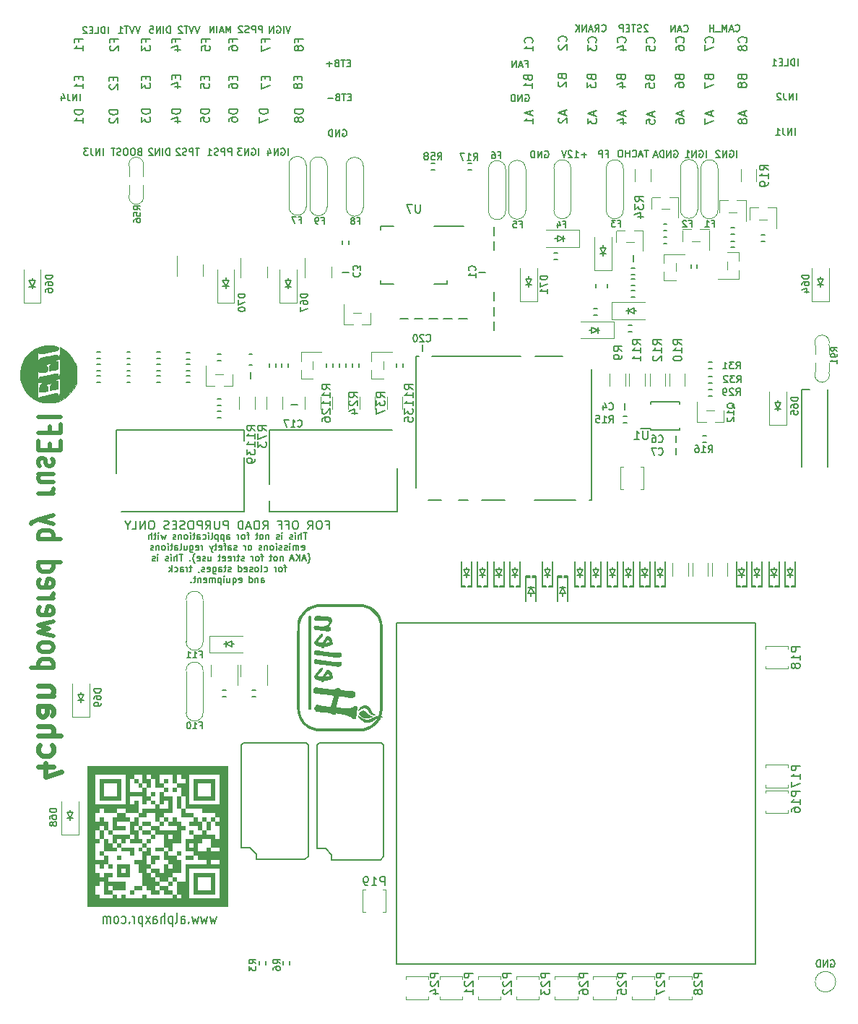
<source format=gbo>
G04 #@! TF.GenerationSoftware,KiCad,Pcbnew,7.0.9-7.0.9~ubuntu22.04.1*
G04 #@! TF.CreationDate,2023-12-22T12:47:46+00:00*
G04 #@! TF.ProjectId,alphax_4ch,616c7068-6178-45f3-9463-682e6b696361,i*
G04 #@! TF.SameCoordinates,PX141f5e0PYa2cace0*
G04 #@! TF.FileFunction,Legend,Bot*
G04 #@! TF.FilePolarity,Positive*
%FSLAX46Y46*%
G04 Gerber Fmt 4.6, Leading zero omitted, Abs format (unit mm)*
G04 Created by KiCad (PCBNEW 7.0.9-7.0.9~ubuntu22.04.1) date 2023-12-22 12:47:46*
%MOMM*%
%LPD*%
G01*
G04 APERTURE LIST*
%ADD10C,0.170000*%
%ADD11C,0.150000*%
%ADD12C,0.200000*%
%ADD13C,0.600000*%
%ADD14C,0.500000*%
%ADD15C,0.127000*%
%ADD16C,0.120000*%
%ADD17C,0.099060*%
%ADD18C,0.203200*%
%ADD19C,0.002540*%
G04 APERTURE END LIST*
D10*
X84410988Y98308526D02*
X84410988Y99108526D01*
X83610989Y99070431D02*
X83687179Y99108526D01*
X83687179Y99108526D02*
X83801465Y99108526D01*
X83801465Y99108526D02*
X83915751Y99070431D01*
X83915751Y99070431D02*
X83991941Y98994241D01*
X83991941Y98994241D02*
X84030036Y98918050D01*
X84030036Y98918050D02*
X84068132Y98765669D01*
X84068132Y98765669D02*
X84068132Y98651383D01*
X84068132Y98651383D02*
X84030036Y98499002D01*
X84030036Y98499002D02*
X83991941Y98422812D01*
X83991941Y98422812D02*
X83915751Y98346621D01*
X83915751Y98346621D02*
X83801465Y98308526D01*
X83801465Y98308526D02*
X83725274Y98308526D01*
X83725274Y98308526D02*
X83610989Y98346621D01*
X83610989Y98346621D02*
X83572893Y98384717D01*
X83572893Y98384717D02*
X83572893Y98651383D01*
X83572893Y98651383D02*
X83725274Y98651383D01*
X83230036Y98308526D02*
X83230036Y99108526D01*
X83230036Y99108526D02*
X82772893Y98308526D01*
X82772893Y98308526D02*
X82772893Y99108526D01*
X82430037Y99032336D02*
X82391941Y99070431D01*
X82391941Y99070431D02*
X82315751Y99108526D01*
X82315751Y99108526D02*
X82125275Y99108526D01*
X82125275Y99108526D02*
X82049084Y99070431D01*
X82049084Y99070431D02*
X82010989Y99032336D01*
X82010989Y99032336D02*
X81972894Y98956145D01*
X81972894Y98956145D02*
X81972894Y98879955D01*
X81972894Y98879955D02*
X82010989Y98765669D01*
X82010989Y98765669D02*
X82468132Y98308526D01*
X82468132Y98308526D02*
X81972894Y98308526D01*
X68590108Y113114936D02*
X68628204Y113076840D01*
X68628204Y113076840D02*
X68742489Y113038745D01*
X68742489Y113038745D02*
X68818680Y113038745D01*
X68818680Y113038745D02*
X68932966Y113076840D01*
X68932966Y113076840D02*
X69009156Y113153031D01*
X69009156Y113153031D02*
X69047251Y113229221D01*
X69047251Y113229221D02*
X69085347Y113381602D01*
X69085347Y113381602D02*
X69085347Y113495888D01*
X69085347Y113495888D02*
X69047251Y113648269D01*
X69047251Y113648269D02*
X69009156Y113724460D01*
X69009156Y113724460D02*
X68932966Y113800650D01*
X68932966Y113800650D02*
X68818680Y113838745D01*
X68818680Y113838745D02*
X68742489Y113838745D01*
X68742489Y113838745D02*
X68628204Y113800650D01*
X68628204Y113800650D02*
X68590108Y113762555D01*
X67790108Y113038745D02*
X68056775Y113419698D01*
X68247251Y113038745D02*
X68247251Y113838745D01*
X68247251Y113838745D02*
X67942489Y113838745D01*
X67942489Y113838745D02*
X67866299Y113800650D01*
X67866299Y113800650D02*
X67828204Y113762555D01*
X67828204Y113762555D02*
X67790108Y113686364D01*
X67790108Y113686364D02*
X67790108Y113572079D01*
X67790108Y113572079D02*
X67828204Y113495888D01*
X67828204Y113495888D02*
X67866299Y113457793D01*
X67866299Y113457793D02*
X67942489Y113419698D01*
X67942489Y113419698D02*
X68247251Y113419698D01*
X67485347Y113267317D02*
X67104394Y113267317D01*
X67561537Y113038745D02*
X67294870Y113838745D01*
X67294870Y113838745D02*
X67028204Y113038745D01*
X66761537Y113038745D02*
X66761537Y113838745D01*
X66761537Y113838745D02*
X66304394Y113038745D01*
X66304394Y113038745D02*
X66304394Y113838745D01*
X65923442Y113038745D02*
X65923442Y113838745D01*
X65466299Y113038745D02*
X65809157Y113495888D01*
X65466299Y113838745D02*
X65923442Y113381602D01*
D11*
X29131009Y107790476D02*
X29131009Y107457143D01*
X29654819Y107314286D02*
X29654819Y107790476D01*
X29654819Y107790476D02*
X28654819Y107790476D01*
X28654819Y107790476D02*
X28654819Y107314286D01*
X28654819Y106980952D02*
X28654819Y106314286D01*
X28654819Y106314286D02*
X29654819Y106742857D01*
D10*
X25069046Y112888745D02*
X25069046Y113688745D01*
X25069046Y113688745D02*
X24802380Y113117317D01*
X24802380Y113117317D02*
X24535713Y113688745D01*
X24535713Y113688745D02*
X24535713Y112888745D01*
X24192856Y113117317D02*
X23811903Y113117317D01*
X24269046Y112888745D02*
X24002379Y113688745D01*
X24002379Y113688745D02*
X23735713Y112888745D01*
X23469046Y112888745D02*
X23469046Y113688745D01*
X23088094Y112888745D02*
X23088094Y113688745D01*
X23088094Y113688745D02*
X22630951Y112888745D01*
X22630951Y112888745D02*
X22630951Y113688745D01*
D11*
X7231009Y111833334D02*
X7231009Y112166667D01*
X7754819Y112166667D02*
X6754819Y112166667D01*
X6754819Y112166667D02*
X6754819Y111690477D01*
X7754819Y110785715D02*
X7754819Y111357143D01*
X7754819Y111071429D02*
X6754819Y111071429D01*
X6754819Y111071429D02*
X6897676Y111166667D01*
X6897676Y111166667D02*
X6992914Y111261905D01*
X6992914Y111261905D02*
X7040533Y111357143D01*
D10*
X39071428Y109357793D02*
X38804762Y109357793D01*
X38690476Y108938745D02*
X39071428Y108938745D01*
X39071428Y108938745D02*
X39071428Y109738745D01*
X39071428Y109738745D02*
X38690476Y109738745D01*
X38461904Y109738745D02*
X38004761Y109738745D01*
X38233333Y108938745D02*
X38233333Y109738745D01*
X37471428Y109357793D02*
X37357142Y109319698D01*
X37357142Y109319698D02*
X37319047Y109281602D01*
X37319047Y109281602D02*
X37280951Y109205412D01*
X37280951Y109205412D02*
X37280951Y109091126D01*
X37280951Y109091126D02*
X37319047Y109014936D01*
X37319047Y109014936D02*
X37357142Y108976840D01*
X37357142Y108976840D02*
X37433332Y108938745D01*
X37433332Y108938745D02*
X37738094Y108938745D01*
X37738094Y108938745D02*
X37738094Y109738745D01*
X37738094Y109738745D02*
X37471428Y109738745D01*
X37471428Y109738745D02*
X37395237Y109700650D01*
X37395237Y109700650D02*
X37357142Y109662555D01*
X37357142Y109662555D02*
X37319047Y109586364D01*
X37319047Y109586364D02*
X37319047Y109510174D01*
X37319047Y109510174D02*
X37357142Y109433983D01*
X37357142Y109433983D02*
X37395237Y109395888D01*
X37395237Y109395888D02*
X37471428Y109357793D01*
X37471428Y109357793D02*
X37738094Y109357793D01*
X36938094Y109243507D02*
X36328571Y109243507D01*
X36633332Y108938745D02*
X36633332Y109548269D01*
X91566666Y109038745D02*
X91566666Y109838745D01*
X91185714Y109038745D02*
X91185714Y109838745D01*
X91185714Y109838745D02*
X90995238Y109838745D01*
X90995238Y109838745D02*
X90880952Y109800650D01*
X90880952Y109800650D02*
X90804762Y109724460D01*
X90804762Y109724460D02*
X90766667Y109648269D01*
X90766667Y109648269D02*
X90728571Y109495888D01*
X90728571Y109495888D02*
X90728571Y109381602D01*
X90728571Y109381602D02*
X90766667Y109229221D01*
X90766667Y109229221D02*
X90804762Y109153031D01*
X90804762Y109153031D02*
X90880952Y109076840D01*
X90880952Y109076840D02*
X90995238Y109038745D01*
X90995238Y109038745D02*
X91185714Y109038745D01*
X90004762Y109038745D02*
X90385714Y109038745D01*
X90385714Y109038745D02*
X90385714Y109838745D01*
X89738095Y109457793D02*
X89471429Y109457793D01*
X89357143Y109038745D02*
X89738095Y109038745D01*
X89738095Y109038745D02*
X89738095Y109838745D01*
X89738095Y109838745D02*
X89357143Y109838745D01*
X88595238Y109038745D02*
X89052381Y109038745D01*
X88823809Y109038745D02*
X88823809Y109838745D01*
X88823809Y109838745D02*
X88900000Y109724460D01*
X88900000Y109724460D02*
X88976190Y109648269D01*
X88976190Y109648269D02*
X89052381Y109610174D01*
D12*
X23390475Y9355258D02*
X23199999Y8555258D01*
X23199999Y8555258D02*
X23009523Y9126686D01*
X23009523Y9126686D02*
X22819047Y8555258D01*
X22819047Y8555258D02*
X22628571Y9355258D01*
X22342856Y9355258D02*
X22152380Y8555258D01*
X22152380Y8555258D02*
X21961904Y9126686D01*
X21961904Y9126686D02*
X21771428Y8555258D01*
X21771428Y8555258D02*
X21580952Y9355258D01*
X21295237Y9355258D02*
X21104761Y8555258D01*
X21104761Y8555258D02*
X20914285Y9126686D01*
X20914285Y9126686D02*
X20723809Y8555258D01*
X20723809Y8555258D02*
X20533333Y9355258D01*
X20152380Y8669543D02*
X20104761Y8612400D01*
X20104761Y8612400D02*
X20152380Y8555258D01*
X20152380Y8555258D02*
X20199999Y8612400D01*
X20199999Y8612400D02*
X20152380Y8669543D01*
X20152380Y8669543D02*
X20152380Y8555258D01*
X19247619Y8555258D02*
X19247619Y9183829D01*
X19247619Y9183829D02*
X19295238Y9298115D01*
X19295238Y9298115D02*
X19390476Y9355258D01*
X19390476Y9355258D02*
X19580952Y9355258D01*
X19580952Y9355258D02*
X19676190Y9298115D01*
X19247619Y8612400D02*
X19342857Y8555258D01*
X19342857Y8555258D02*
X19580952Y8555258D01*
X19580952Y8555258D02*
X19676190Y8612400D01*
X19676190Y8612400D02*
X19723809Y8726686D01*
X19723809Y8726686D02*
X19723809Y8840972D01*
X19723809Y8840972D02*
X19676190Y8955258D01*
X19676190Y8955258D02*
X19580952Y9012400D01*
X19580952Y9012400D02*
X19342857Y9012400D01*
X19342857Y9012400D02*
X19247619Y9069543D01*
X18628571Y8555258D02*
X18723809Y8612400D01*
X18723809Y8612400D02*
X18771428Y8726686D01*
X18771428Y8726686D02*
X18771428Y9755258D01*
X18247618Y9355258D02*
X18247618Y8155258D01*
X18247618Y9298115D02*
X18152380Y9355258D01*
X18152380Y9355258D02*
X17961904Y9355258D01*
X17961904Y9355258D02*
X17866666Y9298115D01*
X17866666Y9298115D02*
X17819047Y9240972D01*
X17819047Y9240972D02*
X17771428Y9126686D01*
X17771428Y9126686D02*
X17771428Y8783829D01*
X17771428Y8783829D02*
X17819047Y8669543D01*
X17819047Y8669543D02*
X17866666Y8612400D01*
X17866666Y8612400D02*
X17961904Y8555258D01*
X17961904Y8555258D02*
X18152380Y8555258D01*
X18152380Y8555258D02*
X18247618Y8612400D01*
X17342856Y8555258D02*
X17342856Y9755258D01*
X16914285Y8555258D02*
X16914285Y9183829D01*
X16914285Y9183829D02*
X16961904Y9298115D01*
X16961904Y9298115D02*
X17057142Y9355258D01*
X17057142Y9355258D02*
X17199999Y9355258D01*
X17199999Y9355258D02*
X17295237Y9298115D01*
X17295237Y9298115D02*
X17342856Y9240972D01*
X16009523Y8555258D02*
X16009523Y9183829D01*
X16009523Y9183829D02*
X16057142Y9298115D01*
X16057142Y9298115D02*
X16152380Y9355258D01*
X16152380Y9355258D02*
X16342856Y9355258D01*
X16342856Y9355258D02*
X16438094Y9298115D01*
X16009523Y8612400D02*
X16104761Y8555258D01*
X16104761Y8555258D02*
X16342856Y8555258D01*
X16342856Y8555258D02*
X16438094Y8612400D01*
X16438094Y8612400D02*
X16485713Y8726686D01*
X16485713Y8726686D02*
X16485713Y8840972D01*
X16485713Y8840972D02*
X16438094Y8955258D01*
X16438094Y8955258D02*
X16342856Y9012400D01*
X16342856Y9012400D02*
X16104761Y9012400D01*
X16104761Y9012400D02*
X16009523Y9069543D01*
X15628570Y8555258D02*
X15104761Y9355258D01*
X15628570Y9355258D02*
X15104761Y8555258D01*
X14723808Y9355258D02*
X14723808Y8155258D01*
X14723808Y9298115D02*
X14628570Y9355258D01*
X14628570Y9355258D02*
X14438094Y9355258D01*
X14438094Y9355258D02*
X14342856Y9298115D01*
X14342856Y9298115D02*
X14295237Y9240972D01*
X14295237Y9240972D02*
X14247618Y9126686D01*
X14247618Y9126686D02*
X14247618Y8783829D01*
X14247618Y8783829D02*
X14295237Y8669543D01*
X14295237Y8669543D02*
X14342856Y8612400D01*
X14342856Y8612400D02*
X14438094Y8555258D01*
X14438094Y8555258D02*
X14628570Y8555258D01*
X14628570Y8555258D02*
X14723808Y8612400D01*
X13819046Y8555258D02*
X13819046Y9355258D01*
X13819046Y9126686D02*
X13771427Y9240972D01*
X13771427Y9240972D02*
X13723808Y9298115D01*
X13723808Y9298115D02*
X13628570Y9355258D01*
X13628570Y9355258D02*
X13533332Y9355258D01*
X13199998Y8669543D02*
X13152379Y8612400D01*
X13152379Y8612400D02*
X13199998Y8555258D01*
X13199998Y8555258D02*
X13247617Y8612400D01*
X13247617Y8612400D02*
X13199998Y8669543D01*
X13199998Y8669543D02*
X13199998Y8555258D01*
X12295237Y8612400D02*
X12390475Y8555258D01*
X12390475Y8555258D02*
X12580951Y8555258D01*
X12580951Y8555258D02*
X12676189Y8612400D01*
X12676189Y8612400D02*
X12723808Y8669543D01*
X12723808Y8669543D02*
X12771427Y8783829D01*
X12771427Y8783829D02*
X12771427Y9126686D01*
X12771427Y9126686D02*
X12723808Y9240972D01*
X12723808Y9240972D02*
X12676189Y9298115D01*
X12676189Y9298115D02*
X12580951Y9355258D01*
X12580951Y9355258D02*
X12390475Y9355258D01*
X12390475Y9355258D02*
X12295237Y9298115D01*
X11723808Y8555258D02*
X11819046Y8612400D01*
X11819046Y8612400D02*
X11866665Y8669543D01*
X11866665Y8669543D02*
X11914284Y8783829D01*
X11914284Y8783829D02*
X11914284Y9126686D01*
X11914284Y9126686D02*
X11866665Y9240972D01*
X11866665Y9240972D02*
X11819046Y9298115D01*
X11819046Y9298115D02*
X11723808Y9355258D01*
X11723808Y9355258D02*
X11580951Y9355258D01*
X11580951Y9355258D02*
X11485713Y9298115D01*
X11485713Y9298115D02*
X11438094Y9240972D01*
X11438094Y9240972D02*
X11390475Y9126686D01*
X11390475Y9126686D02*
X11390475Y8783829D01*
X11390475Y8783829D02*
X11438094Y8669543D01*
X11438094Y8669543D02*
X11485713Y8612400D01*
X11485713Y8612400D02*
X11580951Y8555258D01*
X11580951Y8555258D02*
X11723808Y8555258D01*
X10961903Y8555258D02*
X10961903Y9355258D01*
X10961903Y9240972D02*
X10914284Y9298115D01*
X10914284Y9298115D02*
X10819046Y9355258D01*
X10819046Y9355258D02*
X10676189Y9355258D01*
X10676189Y9355258D02*
X10580951Y9298115D01*
X10580951Y9298115D02*
X10533332Y9183829D01*
X10533332Y9183829D02*
X10533332Y8555258D01*
X10533332Y9183829D02*
X10485713Y9298115D01*
X10485713Y9298115D02*
X10390475Y9355258D01*
X10390475Y9355258D02*
X10247618Y9355258D01*
X10247618Y9355258D02*
X10152379Y9298115D01*
X10152379Y9298115D02*
X10104760Y9183829D01*
X10104760Y9183829D02*
X10104760Y8555258D01*
D11*
X25331009Y111833334D02*
X25331009Y112166667D01*
X25854819Y112166667D02*
X24854819Y112166667D01*
X24854819Y112166667D02*
X24854819Y111690477D01*
X24854819Y110880953D02*
X24854819Y111071429D01*
X24854819Y111071429D02*
X24902438Y111166667D01*
X24902438Y111166667D02*
X24950057Y111214286D01*
X24950057Y111214286D02*
X25092914Y111309524D01*
X25092914Y111309524D02*
X25283390Y111357143D01*
X25283390Y111357143D02*
X25664342Y111357143D01*
X25664342Y111357143D02*
X25759580Y111309524D01*
X25759580Y111309524D02*
X25807200Y111261905D01*
X25807200Y111261905D02*
X25854819Y111166667D01*
X25854819Y111166667D02*
X25854819Y110976191D01*
X25854819Y110976191D02*
X25807200Y110880953D01*
X25807200Y110880953D02*
X25759580Y110833334D01*
X25759580Y110833334D02*
X25664342Y110785715D01*
X25664342Y110785715D02*
X25426247Y110785715D01*
X25426247Y110785715D02*
X25331009Y110833334D01*
X25331009Y110833334D02*
X25283390Y110880953D01*
X25283390Y110880953D02*
X25235771Y110976191D01*
X25235771Y110976191D02*
X25235771Y111166667D01*
X25235771Y111166667D02*
X25283390Y111261905D01*
X25283390Y111261905D02*
X25331009Y111309524D01*
X25331009Y111309524D02*
X25426247Y111357143D01*
X33554819Y103938095D02*
X32554819Y103938095D01*
X32554819Y103938095D02*
X32554819Y103700000D01*
X32554819Y103700000D02*
X32602438Y103557143D01*
X32602438Y103557143D02*
X32697676Y103461905D01*
X32697676Y103461905D02*
X32792914Y103414286D01*
X32792914Y103414286D02*
X32983390Y103366667D01*
X32983390Y103366667D02*
X33126247Y103366667D01*
X33126247Y103366667D02*
X33316723Y103414286D01*
X33316723Y103414286D02*
X33411961Y103461905D01*
X33411961Y103461905D02*
X33507200Y103557143D01*
X33507200Y103557143D02*
X33554819Y103700000D01*
X33554819Y103700000D02*
X33554819Y103938095D01*
X32983390Y102795238D02*
X32935771Y102890476D01*
X32935771Y102890476D02*
X32888152Y102938095D01*
X32888152Y102938095D02*
X32792914Y102985714D01*
X32792914Y102985714D02*
X32745295Y102985714D01*
X32745295Y102985714D02*
X32650057Y102938095D01*
X32650057Y102938095D02*
X32602438Y102890476D01*
X32602438Y102890476D02*
X32554819Y102795238D01*
X32554819Y102795238D02*
X32554819Y102604762D01*
X32554819Y102604762D02*
X32602438Y102509524D01*
X32602438Y102509524D02*
X32650057Y102461905D01*
X32650057Y102461905D02*
X32745295Y102414286D01*
X32745295Y102414286D02*
X32792914Y102414286D01*
X32792914Y102414286D02*
X32888152Y102461905D01*
X32888152Y102461905D02*
X32935771Y102509524D01*
X32935771Y102509524D02*
X32983390Y102604762D01*
X32983390Y102604762D02*
X32983390Y102795238D01*
X32983390Y102795238D02*
X33031009Y102890476D01*
X33031009Y102890476D02*
X33078628Y102938095D01*
X33078628Y102938095D02*
X33173866Y102985714D01*
X33173866Y102985714D02*
X33364342Y102985714D01*
X33364342Y102985714D02*
X33459580Y102938095D01*
X33459580Y102938095D02*
X33507200Y102890476D01*
X33507200Y102890476D02*
X33554819Y102795238D01*
X33554819Y102795238D02*
X33554819Y102604762D01*
X33554819Y102604762D02*
X33507200Y102509524D01*
X33507200Y102509524D02*
X33459580Y102461905D01*
X33459580Y102461905D02*
X33364342Y102414286D01*
X33364342Y102414286D02*
X33173866Y102414286D01*
X33173866Y102414286D02*
X33078628Y102461905D01*
X33078628Y102461905D02*
X33031009Y102509524D01*
X33031009Y102509524D02*
X32983390Y102604762D01*
D10*
X14445237Y113638745D02*
X14178570Y112838745D01*
X14178570Y112838745D02*
X13911904Y113638745D01*
X13759523Y113638745D02*
X13492856Y112838745D01*
X13492856Y112838745D02*
X13226190Y113638745D01*
X13073809Y113638745D02*
X12616666Y113638745D01*
X12845238Y112838745D02*
X12845238Y113638745D01*
X11930952Y112838745D02*
X12388095Y112838745D01*
X12159523Y112838745D02*
X12159523Y113638745D01*
X12159523Y113638745D02*
X12235714Y113524460D01*
X12235714Y113524460D02*
X12311904Y113448269D01*
X12311904Y113448269D02*
X12388095Y113410174D01*
X17899999Y98538745D02*
X17899999Y99338745D01*
X17899999Y99338745D02*
X17709523Y99338745D01*
X17709523Y99338745D02*
X17595237Y99300650D01*
X17595237Y99300650D02*
X17519047Y99224460D01*
X17519047Y99224460D02*
X17480952Y99148269D01*
X17480952Y99148269D02*
X17442856Y98995888D01*
X17442856Y98995888D02*
X17442856Y98881602D01*
X17442856Y98881602D02*
X17480952Y98729221D01*
X17480952Y98729221D02*
X17519047Y98653031D01*
X17519047Y98653031D02*
X17595237Y98576840D01*
X17595237Y98576840D02*
X17709523Y98538745D01*
X17709523Y98538745D02*
X17899999Y98538745D01*
X17099999Y98538745D02*
X17099999Y99338745D01*
X16719047Y98538745D02*
X16719047Y99338745D01*
X16719047Y99338745D02*
X16261904Y98538745D01*
X16261904Y98538745D02*
X16261904Y99338745D01*
X15919048Y99262555D02*
X15880952Y99300650D01*
X15880952Y99300650D02*
X15804762Y99338745D01*
X15804762Y99338745D02*
X15614286Y99338745D01*
X15614286Y99338745D02*
X15538095Y99300650D01*
X15538095Y99300650D02*
X15500000Y99262555D01*
X15500000Y99262555D02*
X15461905Y99186364D01*
X15461905Y99186364D02*
X15461905Y99110174D01*
X15461905Y99110174D02*
X15500000Y98995888D01*
X15500000Y98995888D02*
X15957143Y98538745D01*
X15957143Y98538745D02*
X15461905Y98538745D01*
D11*
X7231009Y107790476D02*
X7231009Y107457143D01*
X7754819Y107314286D02*
X7754819Y107790476D01*
X7754819Y107790476D02*
X6754819Y107790476D01*
X6754819Y107790476D02*
X6754819Y107314286D01*
X7754819Y106361905D02*
X7754819Y106933333D01*
X7754819Y106647619D02*
X6754819Y106647619D01*
X6754819Y106647619D02*
X6897676Y106742857D01*
X6897676Y106742857D02*
X6992914Y106838095D01*
X6992914Y106838095D02*
X7040533Y106933333D01*
X11854819Y103838095D02*
X10854819Y103838095D01*
X10854819Y103838095D02*
X10854819Y103600000D01*
X10854819Y103600000D02*
X10902438Y103457143D01*
X10902438Y103457143D02*
X10997676Y103361905D01*
X10997676Y103361905D02*
X11092914Y103314286D01*
X11092914Y103314286D02*
X11283390Y103266667D01*
X11283390Y103266667D02*
X11426247Y103266667D01*
X11426247Y103266667D02*
X11616723Y103314286D01*
X11616723Y103314286D02*
X11711961Y103361905D01*
X11711961Y103361905D02*
X11807200Y103457143D01*
X11807200Y103457143D02*
X11854819Y103600000D01*
X11854819Y103600000D02*
X11854819Y103838095D01*
X10950057Y102885714D02*
X10902438Y102838095D01*
X10902438Y102838095D02*
X10854819Y102742857D01*
X10854819Y102742857D02*
X10854819Y102504762D01*
X10854819Y102504762D02*
X10902438Y102409524D01*
X10902438Y102409524D02*
X10950057Y102361905D01*
X10950057Y102361905D02*
X11045295Y102314286D01*
X11045295Y102314286D02*
X11140533Y102314286D01*
X11140533Y102314286D02*
X11283390Y102361905D01*
X11283390Y102361905D02*
X11854819Y102933333D01*
X11854819Y102933333D02*
X11854819Y102314286D01*
D10*
X10716666Y112788745D02*
X10716666Y113588745D01*
X10335714Y112788745D02*
X10335714Y113588745D01*
X10335714Y113588745D02*
X10145238Y113588745D01*
X10145238Y113588745D02*
X10030952Y113550650D01*
X10030952Y113550650D02*
X9954762Y113474460D01*
X9954762Y113474460D02*
X9916667Y113398269D01*
X9916667Y113398269D02*
X9878571Y113245888D01*
X9878571Y113245888D02*
X9878571Y113131602D01*
X9878571Y113131602D02*
X9916667Y112979221D01*
X9916667Y112979221D02*
X9954762Y112903031D01*
X9954762Y112903031D02*
X10030952Y112826840D01*
X10030952Y112826840D02*
X10145238Y112788745D01*
X10145238Y112788745D02*
X10335714Y112788745D01*
X9154762Y112788745D02*
X9535714Y112788745D01*
X9535714Y112788745D02*
X9535714Y113588745D01*
X8888095Y113207793D02*
X8621429Y113207793D01*
X8507143Y112788745D02*
X8888095Y112788745D01*
X8888095Y112788745D02*
X8888095Y113588745D01*
X8888095Y113588745D02*
X8507143Y113588745D01*
X8202381Y113512555D02*
X8164285Y113550650D01*
X8164285Y113550650D02*
X8088095Y113588745D01*
X8088095Y113588745D02*
X7897619Y113588745D01*
X7897619Y113588745D02*
X7821428Y113550650D01*
X7821428Y113550650D02*
X7783333Y113512555D01*
X7783333Y113512555D02*
X7745238Y113436364D01*
X7745238Y113436364D02*
X7745238Y113360174D01*
X7745238Y113360174D02*
X7783333Y113245888D01*
X7783333Y113245888D02*
X8240476Y112788745D01*
X8240476Y112788745D02*
X7745238Y112788745D01*
D11*
X29131009Y111833334D02*
X29131009Y112166667D01*
X29654819Y112166667D02*
X28654819Y112166667D01*
X28654819Y112166667D02*
X28654819Y111690477D01*
X28654819Y111404762D02*
X28654819Y110738096D01*
X28654819Y110738096D02*
X29654819Y111166667D01*
D10*
X32076189Y113638745D02*
X31809522Y112838745D01*
X31809522Y112838745D02*
X31542856Y113638745D01*
X31276189Y112838745D02*
X31276189Y113638745D01*
X30476190Y113600650D02*
X30552380Y113638745D01*
X30552380Y113638745D02*
X30666666Y113638745D01*
X30666666Y113638745D02*
X30780952Y113600650D01*
X30780952Y113600650D02*
X30857142Y113524460D01*
X30857142Y113524460D02*
X30895237Y113448269D01*
X30895237Y113448269D02*
X30933333Y113295888D01*
X30933333Y113295888D02*
X30933333Y113181602D01*
X30933333Y113181602D02*
X30895237Y113029221D01*
X30895237Y113029221D02*
X30857142Y112953031D01*
X30857142Y112953031D02*
X30780952Y112876840D01*
X30780952Y112876840D02*
X30666666Y112838745D01*
X30666666Y112838745D02*
X30590475Y112838745D01*
X30590475Y112838745D02*
X30476190Y112876840D01*
X30476190Y112876840D02*
X30438094Y112914936D01*
X30438094Y112914936D02*
X30438094Y113181602D01*
X30438094Y113181602D02*
X30590475Y113181602D01*
X30095237Y112838745D02*
X30095237Y113638745D01*
X30095237Y113638745D02*
X29638094Y112838745D01*
X29638094Y112838745D02*
X29638094Y113638745D01*
D11*
X18631009Y107890476D02*
X18631009Y107557143D01*
X19154819Y107414286D02*
X19154819Y107890476D01*
X19154819Y107890476D02*
X18154819Y107890476D01*
X18154819Y107890476D02*
X18154819Y107414286D01*
X18488152Y106557143D02*
X19154819Y106557143D01*
X18107200Y106795238D02*
X18821485Y107033333D01*
X18821485Y107033333D02*
X18821485Y106414286D01*
X25331009Y107790476D02*
X25331009Y107457143D01*
X25854819Y107314286D02*
X25854819Y107790476D01*
X25854819Y107790476D02*
X24854819Y107790476D01*
X24854819Y107790476D02*
X24854819Y107314286D01*
X24854819Y106457143D02*
X24854819Y106647619D01*
X24854819Y106647619D02*
X24902438Y106742857D01*
X24902438Y106742857D02*
X24950057Y106790476D01*
X24950057Y106790476D02*
X25092914Y106885714D01*
X25092914Y106885714D02*
X25283390Y106933333D01*
X25283390Y106933333D02*
X25664342Y106933333D01*
X25664342Y106933333D02*
X25759580Y106885714D01*
X25759580Y106885714D02*
X25807200Y106838095D01*
X25807200Y106838095D02*
X25854819Y106742857D01*
X25854819Y106742857D02*
X25854819Y106552381D01*
X25854819Y106552381D02*
X25807200Y106457143D01*
X25807200Y106457143D02*
X25759580Y106409524D01*
X25759580Y106409524D02*
X25664342Y106361905D01*
X25664342Y106361905D02*
X25426247Y106361905D01*
X25426247Y106361905D02*
X25331009Y106409524D01*
X25331009Y106409524D02*
X25283390Y106457143D01*
X25283390Y106457143D02*
X25235771Y106552381D01*
X25235771Y106552381D02*
X25235771Y106742857D01*
X25235771Y106742857D02*
X25283390Y106838095D01*
X25283390Y106838095D02*
X25331009Y106885714D01*
X25331009Y106885714D02*
X25426247Y106933333D01*
D10*
X39171428Y105357793D02*
X38904762Y105357793D01*
X38790476Y104938745D02*
X39171428Y104938745D01*
X39171428Y104938745D02*
X39171428Y105738745D01*
X39171428Y105738745D02*
X38790476Y105738745D01*
X38561904Y105738745D02*
X38104761Y105738745D01*
X38333333Y104938745D02*
X38333333Y105738745D01*
X37571428Y105357793D02*
X37457142Y105319698D01*
X37457142Y105319698D02*
X37419047Y105281602D01*
X37419047Y105281602D02*
X37380951Y105205412D01*
X37380951Y105205412D02*
X37380951Y105091126D01*
X37380951Y105091126D02*
X37419047Y105014936D01*
X37419047Y105014936D02*
X37457142Y104976840D01*
X37457142Y104976840D02*
X37533332Y104938745D01*
X37533332Y104938745D02*
X37838094Y104938745D01*
X37838094Y104938745D02*
X37838094Y105738745D01*
X37838094Y105738745D02*
X37571428Y105738745D01*
X37571428Y105738745D02*
X37495237Y105700650D01*
X37495237Y105700650D02*
X37457142Y105662555D01*
X37457142Y105662555D02*
X37419047Y105586364D01*
X37419047Y105586364D02*
X37419047Y105510174D01*
X37419047Y105510174D02*
X37457142Y105433983D01*
X37457142Y105433983D02*
X37495237Y105395888D01*
X37495237Y105395888D02*
X37571428Y105357793D01*
X37571428Y105357793D02*
X37838094Y105357793D01*
X37038094Y105243507D02*
X36428571Y105243507D01*
D11*
X29454819Y103938095D02*
X28454819Y103938095D01*
X28454819Y103938095D02*
X28454819Y103700000D01*
X28454819Y103700000D02*
X28502438Y103557143D01*
X28502438Y103557143D02*
X28597676Y103461905D01*
X28597676Y103461905D02*
X28692914Y103414286D01*
X28692914Y103414286D02*
X28883390Y103366667D01*
X28883390Y103366667D02*
X29026247Y103366667D01*
X29026247Y103366667D02*
X29216723Y103414286D01*
X29216723Y103414286D02*
X29311961Y103461905D01*
X29311961Y103461905D02*
X29407200Y103557143D01*
X29407200Y103557143D02*
X29454819Y103700000D01*
X29454819Y103700000D02*
X29454819Y103938095D01*
X28454819Y103033333D02*
X28454819Y102366667D01*
X28454819Y102366667D02*
X29454819Y102795238D01*
D13*
X4261723Y26928070D02*
X2528390Y26928070D01*
X5252200Y26309022D02*
X3395057Y25689975D01*
X3395057Y25689975D02*
X3395057Y27299498D01*
X2652200Y29404260D02*
X2528390Y29156641D01*
X2528390Y29156641D02*
X2528390Y28661403D01*
X2528390Y28661403D02*
X2652200Y28413784D01*
X2652200Y28413784D02*
X2776009Y28289974D01*
X2776009Y28289974D02*
X3023628Y28166165D01*
X3023628Y28166165D02*
X3766485Y28166165D01*
X3766485Y28166165D02*
X4014104Y28289974D01*
X4014104Y28289974D02*
X4137914Y28413784D01*
X4137914Y28413784D02*
X4261723Y28661403D01*
X4261723Y28661403D02*
X4261723Y29156641D01*
X4261723Y29156641D02*
X4137914Y29404260D01*
X2528390Y30518545D02*
X5128390Y30518545D01*
X2528390Y31632831D02*
X3890295Y31632831D01*
X3890295Y31632831D02*
X4137914Y31509021D01*
X4137914Y31509021D02*
X4261723Y31261402D01*
X4261723Y31261402D02*
X4261723Y30889974D01*
X4261723Y30889974D02*
X4137914Y30642355D01*
X4137914Y30642355D02*
X4014104Y30518545D01*
X2528390Y33985212D02*
X3890295Y33985212D01*
X3890295Y33985212D02*
X4137914Y33861402D01*
X4137914Y33861402D02*
X4261723Y33613783D01*
X4261723Y33613783D02*
X4261723Y33118545D01*
X4261723Y33118545D02*
X4137914Y32870926D01*
X2652200Y33985212D02*
X2528390Y33737593D01*
X2528390Y33737593D02*
X2528390Y33118545D01*
X2528390Y33118545D02*
X2652200Y32870926D01*
X2652200Y32870926D02*
X2899819Y32747117D01*
X2899819Y32747117D02*
X3147438Y32747117D01*
X3147438Y32747117D02*
X3395057Y32870926D01*
X3395057Y32870926D02*
X3518866Y33118545D01*
X3518866Y33118545D02*
X3518866Y33737593D01*
X3518866Y33737593D02*
X3642676Y33985212D01*
X4261723Y35223307D02*
X2528390Y35223307D01*
X4014104Y35223307D02*
X4137914Y35347117D01*
X4137914Y35347117D02*
X4261723Y35594736D01*
X4261723Y35594736D02*
X4261723Y35966164D01*
X4261723Y35966164D02*
X4137914Y36213783D01*
X4137914Y36213783D02*
X3890295Y36337593D01*
X3890295Y36337593D02*
X2528390Y36337593D01*
D10*
X14366666Y98957793D02*
X14252380Y98919698D01*
X14252380Y98919698D02*
X14214285Y98881602D01*
X14214285Y98881602D02*
X14176189Y98805412D01*
X14176189Y98805412D02*
X14176189Y98691126D01*
X14176189Y98691126D02*
X14214285Y98614936D01*
X14214285Y98614936D02*
X14252380Y98576840D01*
X14252380Y98576840D02*
X14328570Y98538745D01*
X14328570Y98538745D02*
X14633332Y98538745D01*
X14633332Y98538745D02*
X14633332Y99338745D01*
X14633332Y99338745D02*
X14366666Y99338745D01*
X14366666Y99338745D02*
X14290475Y99300650D01*
X14290475Y99300650D02*
X14252380Y99262555D01*
X14252380Y99262555D02*
X14214285Y99186364D01*
X14214285Y99186364D02*
X14214285Y99110174D01*
X14214285Y99110174D02*
X14252380Y99033983D01*
X14252380Y99033983D02*
X14290475Y98995888D01*
X14290475Y98995888D02*
X14366666Y98957793D01*
X14366666Y98957793D02*
X14633332Y98957793D01*
X13680951Y99338745D02*
X13528570Y99338745D01*
X13528570Y99338745D02*
X13452380Y99300650D01*
X13452380Y99300650D02*
X13376189Y99224460D01*
X13376189Y99224460D02*
X13338094Y99072079D01*
X13338094Y99072079D02*
X13338094Y98805412D01*
X13338094Y98805412D02*
X13376189Y98653031D01*
X13376189Y98653031D02*
X13452380Y98576840D01*
X13452380Y98576840D02*
X13528570Y98538745D01*
X13528570Y98538745D02*
X13680951Y98538745D01*
X13680951Y98538745D02*
X13757142Y98576840D01*
X13757142Y98576840D02*
X13833332Y98653031D01*
X13833332Y98653031D02*
X13871428Y98805412D01*
X13871428Y98805412D02*
X13871428Y99072079D01*
X13871428Y99072079D02*
X13833332Y99224460D01*
X13833332Y99224460D02*
X13757142Y99300650D01*
X13757142Y99300650D02*
X13680951Y99338745D01*
X12842856Y99338745D02*
X12690475Y99338745D01*
X12690475Y99338745D02*
X12614285Y99300650D01*
X12614285Y99300650D02*
X12538094Y99224460D01*
X12538094Y99224460D02*
X12499999Y99072079D01*
X12499999Y99072079D02*
X12499999Y98805412D01*
X12499999Y98805412D02*
X12538094Y98653031D01*
X12538094Y98653031D02*
X12614285Y98576840D01*
X12614285Y98576840D02*
X12690475Y98538745D01*
X12690475Y98538745D02*
X12842856Y98538745D01*
X12842856Y98538745D02*
X12919047Y98576840D01*
X12919047Y98576840D02*
X12995237Y98653031D01*
X12995237Y98653031D02*
X13033333Y98805412D01*
X13033333Y98805412D02*
X13033333Y99072079D01*
X13033333Y99072079D02*
X12995237Y99224460D01*
X12995237Y99224460D02*
X12919047Y99300650D01*
X12919047Y99300650D02*
X12842856Y99338745D01*
X12195238Y98576840D02*
X12080952Y98538745D01*
X12080952Y98538745D02*
X11890476Y98538745D01*
X11890476Y98538745D02*
X11814285Y98576840D01*
X11814285Y98576840D02*
X11776190Y98614936D01*
X11776190Y98614936D02*
X11738095Y98691126D01*
X11738095Y98691126D02*
X11738095Y98767317D01*
X11738095Y98767317D02*
X11776190Y98843507D01*
X11776190Y98843507D02*
X11814285Y98881602D01*
X11814285Y98881602D02*
X11890476Y98919698D01*
X11890476Y98919698D02*
X12042857Y98957793D01*
X12042857Y98957793D02*
X12119047Y98995888D01*
X12119047Y98995888D02*
X12157142Y99033983D01*
X12157142Y99033983D02*
X12195238Y99110174D01*
X12195238Y99110174D02*
X12195238Y99186364D01*
X12195238Y99186364D02*
X12157142Y99262555D01*
X12157142Y99262555D02*
X12119047Y99300650D01*
X12119047Y99300650D02*
X12042857Y99338745D01*
X12042857Y99338745D02*
X11852380Y99338745D01*
X11852380Y99338745D02*
X11738095Y99300650D01*
X11509523Y99338745D02*
X11052380Y99338745D01*
X11280952Y98538745D02*
X11280952Y99338745D01*
X38209523Y101500650D02*
X38285713Y101538745D01*
X38285713Y101538745D02*
X38399999Y101538745D01*
X38399999Y101538745D02*
X38514285Y101500650D01*
X38514285Y101500650D02*
X38590475Y101424460D01*
X38590475Y101424460D02*
X38628570Y101348269D01*
X38628570Y101348269D02*
X38666666Y101195888D01*
X38666666Y101195888D02*
X38666666Y101081602D01*
X38666666Y101081602D02*
X38628570Y100929221D01*
X38628570Y100929221D02*
X38590475Y100853031D01*
X38590475Y100853031D02*
X38514285Y100776840D01*
X38514285Y100776840D02*
X38399999Y100738745D01*
X38399999Y100738745D02*
X38323808Y100738745D01*
X38323808Y100738745D02*
X38209523Y100776840D01*
X38209523Y100776840D02*
X38171427Y100814936D01*
X38171427Y100814936D02*
X38171427Y101081602D01*
X38171427Y101081602D02*
X38323808Y101081602D01*
X37828570Y100738745D02*
X37828570Y101538745D01*
X37828570Y101538745D02*
X37371427Y100738745D01*
X37371427Y100738745D02*
X37371427Y101538745D01*
X36990475Y100738745D02*
X36990475Y101538745D01*
X36990475Y101538745D02*
X36799999Y101538745D01*
X36799999Y101538745D02*
X36685713Y101500650D01*
X36685713Y101500650D02*
X36609523Y101424460D01*
X36609523Y101424460D02*
X36571428Y101348269D01*
X36571428Y101348269D02*
X36533332Y101195888D01*
X36533332Y101195888D02*
X36533332Y101081602D01*
X36533332Y101081602D02*
X36571428Y100929221D01*
X36571428Y100929221D02*
X36609523Y100853031D01*
X36609523Y100853031D02*
X36685713Y100776840D01*
X36685713Y100776840D02*
X36799999Y100738745D01*
X36799999Y100738745D02*
X36990475Y100738745D01*
D11*
X11381009Y111833334D02*
X11381009Y112166667D01*
X11904819Y112166667D02*
X10904819Y112166667D01*
X10904819Y112166667D02*
X10904819Y111690477D01*
X11000057Y111357143D02*
X10952438Y111309524D01*
X10952438Y111309524D02*
X10904819Y111214286D01*
X10904819Y111214286D02*
X10904819Y110976191D01*
X10904819Y110976191D02*
X10952438Y110880953D01*
X10952438Y110880953D02*
X11000057Y110833334D01*
X11000057Y110833334D02*
X11095295Y110785715D01*
X11095295Y110785715D02*
X11190533Y110785715D01*
X11190533Y110785715D02*
X11333390Y110833334D01*
X11333390Y110833334D02*
X11904819Y111404762D01*
X11904819Y111404762D02*
X11904819Y110785715D01*
D14*
X4256523Y38452757D02*
X1656523Y38452757D01*
X4132714Y38452757D02*
X4256523Y38662281D01*
X4256523Y38662281D02*
X4256523Y39081328D01*
X4256523Y39081328D02*
X4132714Y39290852D01*
X4132714Y39290852D02*
X4008904Y39395614D01*
X4008904Y39395614D02*
X3761285Y39500376D01*
X3761285Y39500376D02*
X3018428Y39500376D01*
X3018428Y39500376D02*
X2770809Y39395614D01*
X2770809Y39395614D02*
X2647000Y39290852D01*
X2647000Y39290852D02*
X2523190Y39081328D01*
X2523190Y39081328D02*
X2523190Y38662281D01*
X2523190Y38662281D02*
X2647000Y38452757D01*
X2523190Y40757519D02*
X2647000Y40547995D01*
X2647000Y40547995D02*
X2770809Y40443233D01*
X2770809Y40443233D02*
X3018428Y40338471D01*
X3018428Y40338471D02*
X3761285Y40338471D01*
X3761285Y40338471D02*
X4008904Y40443233D01*
X4008904Y40443233D02*
X4132714Y40547995D01*
X4132714Y40547995D02*
X4256523Y40757519D01*
X4256523Y40757519D02*
X4256523Y41071804D01*
X4256523Y41071804D02*
X4132714Y41281328D01*
X4132714Y41281328D02*
X4008904Y41386090D01*
X4008904Y41386090D02*
X3761285Y41490852D01*
X3761285Y41490852D02*
X3018428Y41490852D01*
X3018428Y41490852D02*
X2770809Y41386090D01*
X2770809Y41386090D02*
X2647000Y41281328D01*
X2647000Y41281328D02*
X2523190Y41071804D01*
X2523190Y41071804D02*
X2523190Y40757519D01*
X4256523Y42224185D02*
X2523190Y42643233D01*
X2523190Y42643233D02*
X3761285Y43062280D01*
X3761285Y43062280D02*
X2523190Y43481328D01*
X2523190Y43481328D02*
X4256523Y43900376D01*
X2647000Y45576566D02*
X2523190Y45367042D01*
X2523190Y45367042D02*
X2523190Y44947995D01*
X2523190Y44947995D02*
X2647000Y44738471D01*
X2647000Y44738471D02*
X2894619Y44633709D01*
X2894619Y44633709D02*
X3885095Y44633709D01*
X3885095Y44633709D02*
X4132714Y44738471D01*
X4132714Y44738471D02*
X4256523Y44947995D01*
X4256523Y44947995D02*
X4256523Y45367042D01*
X4256523Y45367042D02*
X4132714Y45576566D01*
X4132714Y45576566D02*
X3885095Y45681328D01*
X3885095Y45681328D02*
X3637476Y45681328D01*
X3637476Y45681328D02*
X3389857Y44633709D01*
X2523190Y46624185D02*
X4256523Y46624185D01*
X3761285Y46624185D02*
X4008904Y46728947D01*
X4008904Y46728947D02*
X4132714Y46833709D01*
X4132714Y46833709D02*
X4256523Y47043233D01*
X4256523Y47043233D02*
X4256523Y47252756D01*
X2647000Y48824185D02*
X2523190Y48614661D01*
X2523190Y48614661D02*
X2523190Y48195614D01*
X2523190Y48195614D02*
X2647000Y47986090D01*
X2647000Y47986090D02*
X2894619Y47881328D01*
X2894619Y47881328D02*
X3885095Y47881328D01*
X3885095Y47881328D02*
X4132714Y47986090D01*
X4132714Y47986090D02*
X4256523Y48195614D01*
X4256523Y48195614D02*
X4256523Y48614661D01*
X4256523Y48614661D02*
X4132714Y48824185D01*
X4132714Y48824185D02*
X3885095Y48928947D01*
X3885095Y48928947D02*
X3637476Y48928947D01*
X3637476Y48928947D02*
X3389857Y47881328D01*
X2523190Y50814661D02*
X5123190Y50814661D01*
X2647000Y50814661D02*
X2523190Y50605137D01*
X2523190Y50605137D02*
X2523190Y50186090D01*
X2523190Y50186090D02*
X2647000Y49976566D01*
X2647000Y49976566D02*
X2770809Y49871804D01*
X2770809Y49871804D02*
X3018428Y49767042D01*
X3018428Y49767042D02*
X3761285Y49767042D01*
X3761285Y49767042D02*
X4008904Y49871804D01*
X4008904Y49871804D02*
X4132714Y49976566D01*
X4132714Y49976566D02*
X4256523Y50186090D01*
X4256523Y50186090D02*
X4256523Y50605137D01*
X4256523Y50605137D02*
X4132714Y50814661D01*
X2523190Y53538470D02*
X5123190Y53538470D01*
X4132714Y53538470D02*
X4256523Y53747994D01*
X4256523Y53747994D02*
X4256523Y54167041D01*
X4256523Y54167041D02*
X4132714Y54376565D01*
X4132714Y54376565D02*
X4008904Y54481327D01*
X4008904Y54481327D02*
X3761285Y54586089D01*
X3761285Y54586089D02*
X3018428Y54586089D01*
X3018428Y54586089D02*
X2770809Y54481327D01*
X2770809Y54481327D02*
X2647000Y54376565D01*
X2647000Y54376565D02*
X2523190Y54167041D01*
X2523190Y54167041D02*
X2523190Y53747994D01*
X2523190Y53747994D02*
X2647000Y53538470D01*
X4256523Y55319422D02*
X2523190Y55843232D01*
X4256523Y56367041D02*
X2523190Y55843232D01*
X2523190Y55843232D02*
X1904142Y55633708D01*
X1904142Y55633708D02*
X1780333Y55528946D01*
X1780333Y55528946D02*
X1656523Y55319422D01*
X2523190Y58881326D02*
X4256523Y58881326D01*
X3761285Y58881326D02*
X4008904Y58986088D01*
X4008904Y58986088D02*
X4132714Y59090850D01*
X4132714Y59090850D02*
X4256523Y59300374D01*
X4256523Y59300374D02*
X4256523Y59509897D01*
X4256523Y61186088D02*
X2523190Y61186088D01*
X4256523Y60243231D02*
X2894619Y60243231D01*
X2894619Y60243231D02*
X2647000Y60347993D01*
X2647000Y60347993D02*
X2523190Y60557517D01*
X2523190Y60557517D02*
X2523190Y60871802D01*
X2523190Y60871802D02*
X2647000Y61081326D01*
X2647000Y61081326D02*
X2770809Y61186088D01*
X2647000Y62128945D02*
X2523190Y62338469D01*
X2523190Y62338469D02*
X2523190Y62757517D01*
X2523190Y62757517D02*
X2647000Y62967040D01*
X2647000Y62967040D02*
X2894619Y63071802D01*
X2894619Y63071802D02*
X3018428Y63071802D01*
X3018428Y63071802D02*
X3266047Y62967040D01*
X3266047Y62967040D02*
X3389857Y62757517D01*
X3389857Y62757517D02*
X3389857Y62443231D01*
X3389857Y62443231D02*
X3513666Y62233707D01*
X3513666Y62233707D02*
X3761285Y62128945D01*
X3761285Y62128945D02*
X3885095Y62128945D01*
X3885095Y62128945D02*
X4132714Y62233707D01*
X4132714Y62233707D02*
X4256523Y62443231D01*
X4256523Y62443231D02*
X4256523Y62757517D01*
X4256523Y62757517D02*
X4132714Y62967040D01*
X3885095Y64014659D02*
X3885095Y64747992D01*
X2523190Y65062278D02*
X2523190Y64014659D01*
X2523190Y64014659D02*
X5123190Y64014659D01*
X5123190Y64014659D02*
X5123190Y65062278D01*
X3885095Y66738468D02*
X3885095Y66005135D01*
X2523190Y66005135D02*
X5123190Y66005135D01*
X5123190Y66005135D02*
X5123190Y67052754D01*
X2523190Y67890849D02*
X5123190Y67890849D01*
D11*
X22554819Y103938095D02*
X21554819Y103938095D01*
X21554819Y103938095D02*
X21554819Y103700000D01*
X21554819Y103700000D02*
X21602438Y103557143D01*
X21602438Y103557143D02*
X21697676Y103461905D01*
X21697676Y103461905D02*
X21792914Y103414286D01*
X21792914Y103414286D02*
X21983390Y103366667D01*
X21983390Y103366667D02*
X22126247Y103366667D01*
X22126247Y103366667D02*
X22316723Y103414286D01*
X22316723Y103414286D02*
X22411961Y103461905D01*
X22411961Y103461905D02*
X22507200Y103557143D01*
X22507200Y103557143D02*
X22554819Y103700000D01*
X22554819Y103700000D02*
X22554819Y103938095D01*
X21554819Y102461905D02*
X21554819Y102938095D01*
X21554819Y102938095D02*
X22031009Y102985714D01*
X22031009Y102985714D02*
X21983390Y102938095D01*
X21983390Y102938095D02*
X21935771Y102842857D01*
X21935771Y102842857D02*
X21935771Y102604762D01*
X21935771Y102604762D02*
X21983390Y102509524D01*
X21983390Y102509524D02*
X22031009Y102461905D01*
X22031009Y102461905D02*
X22126247Y102414286D01*
X22126247Y102414286D02*
X22364342Y102414286D01*
X22364342Y102414286D02*
X22459580Y102461905D01*
X22459580Y102461905D02*
X22507200Y102509524D01*
X22507200Y102509524D02*
X22554819Y102604762D01*
X22554819Y102604762D02*
X22554819Y102842857D01*
X22554819Y102842857D02*
X22507200Y102938095D01*
X22507200Y102938095D02*
X22459580Y102985714D01*
D10*
X7404761Y104938745D02*
X7404761Y105738745D01*
X7023809Y104938745D02*
X7023809Y105738745D01*
X7023809Y105738745D02*
X6566666Y104938745D01*
X6566666Y104938745D02*
X6566666Y105738745D01*
X5957143Y105738745D02*
X5957143Y105167317D01*
X5957143Y105167317D02*
X5995238Y105053031D01*
X5995238Y105053031D02*
X6071429Y104976840D01*
X6071429Y104976840D02*
X6185714Y104938745D01*
X6185714Y104938745D02*
X6261905Y104938745D01*
X5233333Y105472079D02*
X5233333Y104938745D01*
X5423809Y105776840D02*
X5614286Y105205412D01*
X5614286Y105205412D02*
X5119047Y105205412D01*
X91239651Y100916694D02*
X91239651Y101716694D01*
X90858699Y100916694D02*
X90858699Y101716694D01*
X90858699Y101716694D02*
X90401556Y100916694D01*
X90401556Y100916694D02*
X90401556Y101716694D01*
X89792033Y101716694D02*
X89792033Y101145266D01*
X89792033Y101145266D02*
X89830128Y101030980D01*
X89830128Y101030980D02*
X89906319Y100954789D01*
X89906319Y100954789D02*
X90020604Y100916694D01*
X90020604Y100916694D02*
X90096795Y100916694D01*
X88992033Y100916694D02*
X89449176Y100916694D01*
X89220604Y100916694D02*
X89220604Y101716694D01*
X89220604Y101716694D02*
X89296795Y101602409D01*
X89296795Y101602409D02*
X89372985Y101526218D01*
X89372985Y101526218D02*
X89449176Y101488123D01*
X10104761Y98538745D02*
X10104761Y99338745D01*
X9723809Y98538745D02*
X9723809Y99338745D01*
X9723809Y99338745D02*
X9266666Y98538745D01*
X9266666Y98538745D02*
X9266666Y99338745D01*
X8657143Y99338745D02*
X8657143Y98767317D01*
X8657143Y98767317D02*
X8695238Y98653031D01*
X8695238Y98653031D02*
X8771429Y98576840D01*
X8771429Y98576840D02*
X8885714Y98538745D01*
X8885714Y98538745D02*
X8961905Y98538745D01*
X8352381Y99338745D02*
X7857143Y99338745D01*
X7857143Y99338745D02*
X8123809Y99033983D01*
X8123809Y99033983D02*
X8009524Y99033983D01*
X8009524Y99033983D02*
X7933333Y98995888D01*
X7933333Y98995888D02*
X7895238Y98957793D01*
X7895238Y98957793D02*
X7857143Y98881602D01*
X7857143Y98881602D02*
X7857143Y98691126D01*
X7857143Y98691126D02*
X7895238Y98614936D01*
X7895238Y98614936D02*
X7933333Y98576840D01*
X7933333Y98576840D02*
X8009524Y98538745D01*
X8009524Y98538745D02*
X8238095Y98538745D01*
X8238095Y98538745D02*
X8314286Y98576840D01*
X8314286Y98576840D02*
X8352381Y98614936D01*
D11*
X7754819Y103838095D02*
X6754819Y103838095D01*
X6754819Y103838095D02*
X6754819Y103600000D01*
X6754819Y103600000D02*
X6802438Y103457143D01*
X6802438Y103457143D02*
X6897676Y103361905D01*
X6897676Y103361905D02*
X6992914Y103314286D01*
X6992914Y103314286D02*
X7183390Y103266667D01*
X7183390Y103266667D02*
X7326247Y103266667D01*
X7326247Y103266667D02*
X7516723Y103314286D01*
X7516723Y103314286D02*
X7611961Y103361905D01*
X7611961Y103361905D02*
X7707200Y103457143D01*
X7707200Y103457143D02*
X7754819Y103600000D01*
X7754819Y103600000D02*
X7754819Y103838095D01*
X7754819Y102314286D02*
X7754819Y102885714D01*
X7754819Y102600000D02*
X6754819Y102600000D01*
X6754819Y102600000D02*
X6897676Y102695238D01*
X6897676Y102695238D02*
X6992914Y102790476D01*
X6992914Y102790476D02*
X7040533Y102885714D01*
D10*
X78187361Y113045156D02*
X78225457Y113007060D01*
X78225457Y113007060D02*
X78339742Y112968965D01*
X78339742Y112968965D02*
X78415933Y112968965D01*
X78415933Y112968965D02*
X78530219Y113007060D01*
X78530219Y113007060D02*
X78606409Y113083251D01*
X78606409Y113083251D02*
X78644504Y113159441D01*
X78644504Y113159441D02*
X78682600Y113311822D01*
X78682600Y113311822D02*
X78682600Y113426108D01*
X78682600Y113426108D02*
X78644504Y113578489D01*
X78644504Y113578489D02*
X78606409Y113654680D01*
X78606409Y113654680D02*
X78530219Y113730870D01*
X78530219Y113730870D02*
X78415933Y113768965D01*
X78415933Y113768965D02*
X78339742Y113768965D01*
X78339742Y113768965D02*
X78225457Y113730870D01*
X78225457Y113730870D02*
X78187361Y113692775D01*
X77882600Y113197537D02*
X77501647Y113197537D01*
X77958790Y112968965D02*
X77692123Y113768965D01*
X77692123Y113768965D02*
X77425457Y112968965D01*
X77158790Y112968965D02*
X77158790Y113768965D01*
X77158790Y113768965D02*
X76701647Y112968965D01*
X76701647Y112968965D02*
X76701647Y113768965D01*
D11*
X15131009Y107790476D02*
X15131009Y107457143D01*
X15654819Y107314286D02*
X15654819Y107790476D01*
X15654819Y107790476D02*
X14654819Y107790476D01*
X14654819Y107790476D02*
X14654819Y107314286D01*
X14654819Y106980952D02*
X14654819Y106361905D01*
X14654819Y106361905D02*
X15035771Y106695238D01*
X15035771Y106695238D02*
X15035771Y106552381D01*
X15035771Y106552381D02*
X15083390Y106457143D01*
X15083390Y106457143D02*
X15131009Y106409524D01*
X15131009Y106409524D02*
X15226247Y106361905D01*
X15226247Y106361905D02*
X15464342Y106361905D01*
X15464342Y106361905D02*
X15559580Y106409524D01*
X15559580Y106409524D02*
X15607200Y106457143D01*
X15607200Y106457143D02*
X15654819Y106552381D01*
X15654819Y106552381D02*
X15654819Y106838095D01*
X15654819Y106838095D02*
X15607200Y106933333D01*
X15607200Y106933333D02*
X15559580Y106980952D01*
D10*
X69087088Y98692683D02*
X69353754Y98692683D01*
X69353754Y98273635D02*
X69353754Y99073635D01*
X69353754Y99073635D02*
X68972802Y99073635D01*
X68668040Y98273635D02*
X68668040Y99073635D01*
X68668040Y99073635D02*
X68363278Y99073635D01*
X68363278Y99073635D02*
X68287088Y99035540D01*
X68287088Y99035540D02*
X68248993Y98997445D01*
X68248993Y98997445D02*
X68210897Y98921254D01*
X68210897Y98921254D02*
X68210897Y98806969D01*
X68210897Y98806969D02*
X68248993Y98730778D01*
X68248993Y98730778D02*
X68287088Y98692683D01*
X68287088Y98692683D02*
X68363278Y98654588D01*
X68363278Y98654588D02*
X68668040Y98654588D01*
X31799999Y98538745D02*
X31799999Y99338745D01*
X31000000Y99300650D02*
X31076190Y99338745D01*
X31076190Y99338745D02*
X31190476Y99338745D01*
X31190476Y99338745D02*
X31304762Y99300650D01*
X31304762Y99300650D02*
X31380952Y99224460D01*
X31380952Y99224460D02*
X31419047Y99148269D01*
X31419047Y99148269D02*
X31457143Y98995888D01*
X31457143Y98995888D02*
X31457143Y98881602D01*
X31457143Y98881602D02*
X31419047Y98729221D01*
X31419047Y98729221D02*
X31380952Y98653031D01*
X31380952Y98653031D02*
X31304762Y98576840D01*
X31304762Y98576840D02*
X31190476Y98538745D01*
X31190476Y98538745D02*
X31114285Y98538745D01*
X31114285Y98538745D02*
X31000000Y98576840D01*
X31000000Y98576840D02*
X30961904Y98614936D01*
X30961904Y98614936D02*
X30961904Y98881602D01*
X30961904Y98881602D02*
X31114285Y98881602D01*
X30619047Y98538745D02*
X30619047Y99338745D01*
X30619047Y99338745D02*
X30161904Y98538745D01*
X30161904Y98538745D02*
X30161904Y99338745D01*
X29438095Y99072079D02*
X29438095Y98538745D01*
X29628571Y99376840D02*
X29819048Y98805412D01*
X29819048Y98805412D02*
X29323809Y98805412D01*
X80817307Y98308526D02*
X80817307Y99108526D01*
X80017308Y99070431D02*
X80093498Y99108526D01*
X80093498Y99108526D02*
X80207784Y99108526D01*
X80207784Y99108526D02*
X80322070Y99070431D01*
X80322070Y99070431D02*
X80398260Y98994241D01*
X80398260Y98994241D02*
X80436355Y98918050D01*
X80436355Y98918050D02*
X80474451Y98765669D01*
X80474451Y98765669D02*
X80474451Y98651383D01*
X80474451Y98651383D02*
X80436355Y98499002D01*
X80436355Y98499002D02*
X80398260Y98422812D01*
X80398260Y98422812D02*
X80322070Y98346621D01*
X80322070Y98346621D02*
X80207784Y98308526D01*
X80207784Y98308526D02*
X80131593Y98308526D01*
X80131593Y98308526D02*
X80017308Y98346621D01*
X80017308Y98346621D02*
X79979212Y98384717D01*
X79979212Y98384717D02*
X79979212Y98651383D01*
X79979212Y98651383D02*
X80131593Y98651383D01*
X79636355Y98308526D02*
X79636355Y99108526D01*
X79636355Y99108526D02*
X79179212Y98308526D01*
X79179212Y98308526D02*
X79179212Y99108526D01*
X78379213Y98308526D02*
X78836356Y98308526D01*
X78607784Y98308526D02*
X78607784Y99108526D01*
X78607784Y99108526D02*
X78683975Y98994241D01*
X78683975Y98994241D02*
X78760165Y98918050D01*
X78760165Y98918050D02*
X78836356Y98879955D01*
D11*
X22031009Y107790476D02*
X22031009Y107457143D01*
X22554819Y107314286D02*
X22554819Y107790476D01*
X22554819Y107790476D02*
X21554819Y107790476D01*
X21554819Y107790476D02*
X21554819Y107314286D01*
X21554819Y106409524D02*
X21554819Y106885714D01*
X21554819Y106885714D02*
X22031009Y106933333D01*
X22031009Y106933333D02*
X21983390Y106885714D01*
X21983390Y106885714D02*
X21935771Y106790476D01*
X21935771Y106790476D02*
X21935771Y106552381D01*
X21935771Y106552381D02*
X21983390Y106457143D01*
X21983390Y106457143D02*
X22031009Y106409524D01*
X22031009Y106409524D02*
X22126247Y106361905D01*
X22126247Y106361905D02*
X22364342Y106361905D01*
X22364342Y106361905D02*
X22459580Y106409524D01*
X22459580Y106409524D02*
X22507200Y106457143D01*
X22507200Y106457143D02*
X22554819Y106552381D01*
X22554819Y106552381D02*
X22554819Y106790476D01*
X22554819Y106790476D02*
X22507200Y106885714D01*
X22507200Y106885714D02*
X22459580Y106933333D01*
X18631009Y111833334D02*
X18631009Y112166667D01*
X19154819Y112166667D02*
X18154819Y112166667D01*
X18154819Y112166667D02*
X18154819Y111690477D01*
X18488152Y110880953D02*
X19154819Y110880953D01*
X18107200Y111119048D02*
X18821485Y111357143D01*
X18821485Y111357143D02*
X18821485Y110738096D01*
X25854819Y103938095D02*
X24854819Y103938095D01*
X24854819Y103938095D02*
X24854819Y103700000D01*
X24854819Y103700000D02*
X24902438Y103557143D01*
X24902438Y103557143D02*
X24997676Y103461905D01*
X24997676Y103461905D02*
X25092914Y103414286D01*
X25092914Y103414286D02*
X25283390Y103366667D01*
X25283390Y103366667D02*
X25426247Y103366667D01*
X25426247Y103366667D02*
X25616723Y103414286D01*
X25616723Y103414286D02*
X25711961Y103461905D01*
X25711961Y103461905D02*
X25807200Y103557143D01*
X25807200Y103557143D02*
X25854819Y103700000D01*
X25854819Y103700000D02*
X25854819Y103938095D01*
X24854819Y102509524D02*
X24854819Y102700000D01*
X24854819Y102700000D02*
X24902438Y102795238D01*
X24902438Y102795238D02*
X24950057Y102842857D01*
X24950057Y102842857D02*
X25092914Y102938095D01*
X25092914Y102938095D02*
X25283390Y102985714D01*
X25283390Y102985714D02*
X25664342Y102985714D01*
X25664342Y102985714D02*
X25759580Y102938095D01*
X25759580Y102938095D02*
X25807200Y102890476D01*
X25807200Y102890476D02*
X25854819Y102795238D01*
X25854819Y102795238D02*
X25854819Y102604762D01*
X25854819Y102604762D02*
X25807200Y102509524D01*
X25807200Y102509524D02*
X25759580Y102461905D01*
X25759580Y102461905D02*
X25664342Y102414286D01*
X25664342Y102414286D02*
X25426247Y102414286D01*
X25426247Y102414286D02*
X25331009Y102461905D01*
X25331009Y102461905D02*
X25283390Y102509524D01*
X25283390Y102509524D02*
X25235771Y102604762D01*
X25235771Y102604762D02*
X25235771Y102795238D01*
X25235771Y102795238D02*
X25283390Y102890476D01*
X25283390Y102890476D02*
X25331009Y102938095D01*
X25331009Y102938095D02*
X25426247Y102985714D01*
D10*
X61909523Y99000650D02*
X61985713Y99038745D01*
X61985713Y99038745D02*
X62099999Y99038745D01*
X62099999Y99038745D02*
X62214285Y99000650D01*
X62214285Y99000650D02*
X62290475Y98924460D01*
X62290475Y98924460D02*
X62328570Y98848269D01*
X62328570Y98848269D02*
X62366666Y98695888D01*
X62366666Y98695888D02*
X62366666Y98581602D01*
X62366666Y98581602D02*
X62328570Y98429221D01*
X62328570Y98429221D02*
X62290475Y98353031D01*
X62290475Y98353031D02*
X62214285Y98276840D01*
X62214285Y98276840D02*
X62099999Y98238745D01*
X62099999Y98238745D02*
X62023808Y98238745D01*
X62023808Y98238745D02*
X61909523Y98276840D01*
X61909523Y98276840D02*
X61871427Y98314936D01*
X61871427Y98314936D02*
X61871427Y98581602D01*
X61871427Y98581602D02*
X62023808Y98581602D01*
X61528570Y98238745D02*
X61528570Y99038745D01*
X61528570Y99038745D02*
X61071427Y98238745D01*
X61071427Y98238745D02*
X61071427Y99038745D01*
X60690475Y98238745D02*
X60690475Y99038745D01*
X60690475Y99038745D02*
X60499999Y99038745D01*
X60499999Y99038745D02*
X60385713Y99000650D01*
X60385713Y99000650D02*
X60309523Y98924460D01*
X60309523Y98924460D02*
X60271428Y98848269D01*
X60271428Y98848269D02*
X60233332Y98695888D01*
X60233332Y98695888D02*
X60233332Y98581602D01*
X60233332Y98581602D02*
X60271428Y98429221D01*
X60271428Y98429221D02*
X60309523Y98353031D01*
X60309523Y98353031D02*
X60385713Y98276840D01*
X60385713Y98276840D02*
X60499999Y98238745D01*
X60499999Y98238745D02*
X60690475Y98238745D01*
X21390476Y99338745D02*
X20933333Y99338745D01*
X21161905Y98538745D02*
X21161905Y99338745D01*
X20666666Y98538745D02*
X20666666Y99338745D01*
X20666666Y99338745D02*
X20361904Y99338745D01*
X20361904Y99338745D02*
X20285714Y99300650D01*
X20285714Y99300650D02*
X20247619Y99262555D01*
X20247619Y99262555D02*
X20209523Y99186364D01*
X20209523Y99186364D02*
X20209523Y99072079D01*
X20209523Y99072079D02*
X20247619Y98995888D01*
X20247619Y98995888D02*
X20285714Y98957793D01*
X20285714Y98957793D02*
X20361904Y98919698D01*
X20361904Y98919698D02*
X20666666Y98919698D01*
X19904762Y98576840D02*
X19790476Y98538745D01*
X19790476Y98538745D02*
X19600000Y98538745D01*
X19600000Y98538745D02*
X19523809Y98576840D01*
X19523809Y98576840D02*
X19485714Y98614936D01*
X19485714Y98614936D02*
X19447619Y98691126D01*
X19447619Y98691126D02*
X19447619Y98767317D01*
X19447619Y98767317D02*
X19485714Y98843507D01*
X19485714Y98843507D02*
X19523809Y98881602D01*
X19523809Y98881602D02*
X19600000Y98919698D01*
X19600000Y98919698D02*
X19752381Y98957793D01*
X19752381Y98957793D02*
X19828571Y98995888D01*
X19828571Y98995888D02*
X19866666Y99033983D01*
X19866666Y99033983D02*
X19904762Y99110174D01*
X19904762Y99110174D02*
X19904762Y99186364D01*
X19904762Y99186364D02*
X19866666Y99262555D01*
X19866666Y99262555D02*
X19828571Y99300650D01*
X19828571Y99300650D02*
X19752381Y99338745D01*
X19752381Y99338745D02*
X19561904Y99338745D01*
X19561904Y99338745D02*
X19447619Y99300650D01*
X19142857Y99262555D02*
X19104761Y99300650D01*
X19104761Y99300650D02*
X19028571Y99338745D01*
X19028571Y99338745D02*
X18838095Y99338745D01*
X18838095Y99338745D02*
X18761904Y99300650D01*
X18761904Y99300650D02*
X18723809Y99262555D01*
X18723809Y99262555D02*
X18685714Y99186364D01*
X18685714Y99186364D02*
X18685714Y99110174D01*
X18685714Y99110174D02*
X18723809Y98995888D01*
X18723809Y98995888D02*
X19180952Y98538745D01*
X19180952Y98538745D02*
X18685714Y98538745D01*
X59609523Y105600650D02*
X59685713Y105638745D01*
X59685713Y105638745D02*
X59799999Y105638745D01*
X59799999Y105638745D02*
X59914285Y105600650D01*
X59914285Y105600650D02*
X59990475Y105524460D01*
X59990475Y105524460D02*
X60028570Y105448269D01*
X60028570Y105448269D02*
X60066666Y105295888D01*
X60066666Y105295888D02*
X60066666Y105181602D01*
X60066666Y105181602D02*
X60028570Y105029221D01*
X60028570Y105029221D02*
X59990475Y104953031D01*
X59990475Y104953031D02*
X59914285Y104876840D01*
X59914285Y104876840D02*
X59799999Y104838745D01*
X59799999Y104838745D02*
X59723808Y104838745D01*
X59723808Y104838745D02*
X59609523Y104876840D01*
X59609523Y104876840D02*
X59571427Y104914936D01*
X59571427Y104914936D02*
X59571427Y105181602D01*
X59571427Y105181602D02*
X59723808Y105181602D01*
X59228570Y104838745D02*
X59228570Y105638745D01*
X59228570Y105638745D02*
X58771427Y104838745D01*
X58771427Y104838745D02*
X58771427Y105638745D01*
X58390475Y104838745D02*
X58390475Y105638745D01*
X58390475Y105638745D02*
X58199999Y105638745D01*
X58199999Y105638745D02*
X58085713Y105600650D01*
X58085713Y105600650D02*
X58009523Y105524460D01*
X58009523Y105524460D02*
X57971428Y105448269D01*
X57971428Y105448269D02*
X57933332Y105295888D01*
X57933332Y105295888D02*
X57933332Y105181602D01*
X57933332Y105181602D02*
X57971428Y105029221D01*
X57971428Y105029221D02*
X58009523Y104953031D01*
X58009523Y104953031D02*
X58085713Y104876840D01*
X58085713Y104876840D02*
X58199999Y104838745D01*
X58199999Y104838745D02*
X58390475Y104838745D01*
X25171428Y98538745D02*
X25171428Y99338745D01*
X25171428Y99338745D02*
X24866666Y99338745D01*
X24866666Y99338745D02*
X24790476Y99300650D01*
X24790476Y99300650D02*
X24752381Y99262555D01*
X24752381Y99262555D02*
X24714285Y99186364D01*
X24714285Y99186364D02*
X24714285Y99072079D01*
X24714285Y99072079D02*
X24752381Y98995888D01*
X24752381Y98995888D02*
X24790476Y98957793D01*
X24790476Y98957793D02*
X24866666Y98919698D01*
X24866666Y98919698D02*
X25171428Y98919698D01*
X24371428Y98538745D02*
X24371428Y99338745D01*
X24371428Y99338745D02*
X24066666Y99338745D01*
X24066666Y99338745D02*
X23990476Y99300650D01*
X23990476Y99300650D02*
X23952381Y99262555D01*
X23952381Y99262555D02*
X23914285Y99186364D01*
X23914285Y99186364D02*
X23914285Y99072079D01*
X23914285Y99072079D02*
X23952381Y98995888D01*
X23952381Y98995888D02*
X23990476Y98957793D01*
X23990476Y98957793D02*
X24066666Y98919698D01*
X24066666Y98919698D02*
X24371428Y98919698D01*
X23609524Y98576840D02*
X23495238Y98538745D01*
X23495238Y98538745D02*
X23304762Y98538745D01*
X23304762Y98538745D02*
X23228571Y98576840D01*
X23228571Y98576840D02*
X23190476Y98614936D01*
X23190476Y98614936D02*
X23152381Y98691126D01*
X23152381Y98691126D02*
X23152381Y98767317D01*
X23152381Y98767317D02*
X23190476Y98843507D01*
X23190476Y98843507D02*
X23228571Y98881602D01*
X23228571Y98881602D02*
X23304762Y98919698D01*
X23304762Y98919698D02*
X23457143Y98957793D01*
X23457143Y98957793D02*
X23533333Y98995888D01*
X23533333Y98995888D02*
X23571428Y99033983D01*
X23571428Y99033983D02*
X23609524Y99110174D01*
X23609524Y99110174D02*
X23609524Y99186364D01*
X23609524Y99186364D02*
X23571428Y99262555D01*
X23571428Y99262555D02*
X23533333Y99300650D01*
X23533333Y99300650D02*
X23457143Y99338745D01*
X23457143Y99338745D02*
X23266666Y99338745D01*
X23266666Y99338745D02*
X23152381Y99300650D01*
X22390476Y98538745D02*
X22847619Y98538745D01*
X22619047Y98538745D02*
X22619047Y99338745D01*
X22619047Y99338745D02*
X22695238Y99224460D01*
X22695238Y99224460D02*
X22771428Y99148269D01*
X22771428Y99148269D02*
X22847619Y99110174D01*
X91374541Y105027858D02*
X91374541Y105827858D01*
X90993589Y105027858D02*
X90993589Y105827858D01*
X90993589Y105827858D02*
X90536446Y105027858D01*
X90536446Y105027858D02*
X90536446Y105827858D01*
X89926923Y105827858D02*
X89926923Y105256430D01*
X89926923Y105256430D02*
X89965018Y105142144D01*
X89965018Y105142144D02*
X90041209Y105065953D01*
X90041209Y105065953D02*
X90155494Y105027858D01*
X90155494Y105027858D02*
X90231685Y105027858D01*
X89584066Y105751668D02*
X89545970Y105789763D01*
X89545970Y105789763D02*
X89469780Y105827858D01*
X89469780Y105827858D02*
X89279304Y105827858D01*
X89279304Y105827858D02*
X89203113Y105789763D01*
X89203113Y105789763D02*
X89165018Y105751668D01*
X89165018Y105751668D02*
X89126923Y105675477D01*
X89126923Y105675477D02*
X89126923Y105599287D01*
X89126923Y105599287D02*
X89165018Y105485001D01*
X89165018Y105485001D02*
X89622161Y105027858D01*
X89622161Y105027858D02*
X89126923Y105027858D01*
X73976191Y113762555D02*
X73938095Y113800650D01*
X73938095Y113800650D02*
X73861905Y113838745D01*
X73861905Y113838745D02*
X73671429Y113838745D01*
X73671429Y113838745D02*
X73595238Y113800650D01*
X73595238Y113800650D02*
X73557143Y113762555D01*
X73557143Y113762555D02*
X73519048Y113686364D01*
X73519048Y113686364D02*
X73519048Y113610174D01*
X73519048Y113610174D02*
X73557143Y113495888D01*
X73557143Y113495888D02*
X74014286Y113038745D01*
X74014286Y113038745D02*
X73519048Y113038745D01*
X73214286Y113076840D02*
X73100000Y113038745D01*
X73100000Y113038745D02*
X72909524Y113038745D01*
X72909524Y113038745D02*
X72833333Y113076840D01*
X72833333Y113076840D02*
X72795238Y113114936D01*
X72795238Y113114936D02*
X72757143Y113191126D01*
X72757143Y113191126D02*
X72757143Y113267317D01*
X72757143Y113267317D02*
X72795238Y113343507D01*
X72795238Y113343507D02*
X72833333Y113381602D01*
X72833333Y113381602D02*
X72909524Y113419698D01*
X72909524Y113419698D02*
X73061905Y113457793D01*
X73061905Y113457793D02*
X73138095Y113495888D01*
X73138095Y113495888D02*
X73176190Y113533983D01*
X73176190Y113533983D02*
X73214286Y113610174D01*
X73214286Y113610174D02*
X73214286Y113686364D01*
X73214286Y113686364D02*
X73176190Y113762555D01*
X73176190Y113762555D02*
X73138095Y113800650D01*
X73138095Y113800650D02*
X73061905Y113838745D01*
X73061905Y113838745D02*
X72871428Y113838745D01*
X72871428Y113838745D02*
X72757143Y113800650D01*
X72528571Y113838745D02*
X72071428Y113838745D01*
X72300000Y113038745D02*
X72300000Y113838745D01*
X71804761Y113457793D02*
X71538095Y113457793D01*
X71423809Y113038745D02*
X71804761Y113038745D01*
X71804761Y113038745D02*
X71804761Y113838745D01*
X71804761Y113838745D02*
X71423809Y113838745D01*
X71080951Y113038745D02*
X71080951Y113838745D01*
X71080951Y113838745D02*
X70776189Y113838745D01*
X70776189Y113838745D02*
X70699999Y113800650D01*
X70699999Y113800650D02*
X70661904Y113762555D01*
X70661904Y113762555D02*
X70623808Y113686364D01*
X70623808Y113686364D02*
X70623808Y113572079D01*
X70623808Y113572079D02*
X70661904Y113495888D01*
X70661904Y113495888D02*
X70699999Y113457793D01*
X70699999Y113457793D02*
X70776189Y113419698D01*
X70776189Y113419698D02*
X71080951Y113419698D01*
X84252562Y113114936D02*
X84290658Y113076840D01*
X84290658Y113076840D02*
X84404943Y113038745D01*
X84404943Y113038745D02*
X84481134Y113038745D01*
X84481134Y113038745D02*
X84595420Y113076840D01*
X84595420Y113076840D02*
X84671610Y113153031D01*
X84671610Y113153031D02*
X84709705Y113229221D01*
X84709705Y113229221D02*
X84747801Y113381602D01*
X84747801Y113381602D02*
X84747801Y113495888D01*
X84747801Y113495888D02*
X84709705Y113648269D01*
X84709705Y113648269D02*
X84671610Y113724460D01*
X84671610Y113724460D02*
X84595420Y113800650D01*
X84595420Y113800650D02*
X84481134Y113838745D01*
X84481134Y113838745D02*
X84404943Y113838745D01*
X84404943Y113838745D02*
X84290658Y113800650D01*
X84290658Y113800650D02*
X84252562Y113762555D01*
X83947801Y113267317D02*
X83566848Y113267317D01*
X84023991Y113038745D02*
X83757324Y113838745D01*
X83757324Y113838745D02*
X83490658Y113038745D01*
X83223991Y113038745D02*
X83223991Y113838745D01*
X83223991Y113838745D02*
X82957325Y113267317D01*
X82957325Y113267317D02*
X82690658Y113838745D01*
X82690658Y113838745D02*
X82690658Y113038745D01*
X82500182Y112962555D02*
X81890658Y112962555D01*
X81700181Y113038745D02*
X81700181Y113838745D01*
X81700181Y113457793D02*
X81243038Y113457793D01*
X81243038Y113038745D02*
X81243038Y113838745D01*
X59652289Y109244954D02*
X59918955Y109244954D01*
X59918955Y108825906D02*
X59918955Y109625906D01*
X59918955Y109625906D02*
X59538003Y109625906D01*
X59271337Y109054478D02*
X58890384Y109054478D01*
X59347527Y108825906D02*
X59080860Y109625906D01*
X59080860Y109625906D02*
X58814194Y108825906D01*
X58547527Y108825906D02*
X58547527Y109625906D01*
X58547527Y109625906D02*
X58090384Y108825906D01*
X58090384Y108825906D02*
X58090384Y109625906D01*
D11*
X15131009Y111833334D02*
X15131009Y112166667D01*
X15654819Y112166667D02*
X14654819Y112166667D01*
X14654819Y112166667D02*
X14654819Y111690477D01*
X14654819Y111404762D02*
X14654819Y110785715D01*
X14654819Y110785715D02*
X15035771Y111119048D01*
X15035771Y111119048D02*
X15035771Y110976191D01*
X15035771Y110976191D02*
X15083390Y110880953D01*
X15083390Y110880953D02*
X15131009Y110833334D01*
X15131009Y110833334D02*
X15226247Y110785715D01*
X15226247Y110785715D02*
X15464342Y110785715D01*
X15464342Y110785715D02*
X15559580Y110833334D01*
X15559580Y110833334D02*
X15607200Y110880953D01*
X15607200Y110880953D02*
X15654819Y110976191D01*
X15654819Y110976191D02*
X15654819Y111261905D01*
X15654819Y111261905D02*
X15607200Y111357143D01*
X15607200Y111357143D02*
X15559580Y111404762D01*
X32931009Y107790476D02*
X32931009Y107457143D01*
X33454819Y107314286D02*
X33454819Y107790476D01*
X33454819Y107790476D02*
X32454819Y107790476D01*
X32454819Y107790476D02*
X32454819Y107314286D01*
X32883390Y106742857D02*
X32835771Y106838095D01*
X32835771Y106838095D02*
X32788152Y106885714D01*
X32788152Y106885714D02*
X32692914Y106933333D01*
X32692914Y106933333D02*
X32645295Y106933333D01*
X32645295Y106933333D02*
X32550057Y106885714D01*
X32550057Y106885714D02*
X32502438Y106838095D01*
X32502438Y106838095D02*
X32454819Y106742857D01*
X32454819Y106742857D02*
X32454819Y106552381D01*
X32454819Y106552381D02*
X32502438Y106457143D01*
X32502438Y106457143D02*
X32550057Y106409524D01*
X32550057Y106409524D02*
X32645295Y106361905D01*
X32645295Y106361905D02*
X32692914Y106361905D01*
X32692914Y106361905D02*
X32788152Y106409524D01*
X32788152Y106409524D02*
X32835771Y106457143D01*
X32835771Y106457143D02*
X32883390Y106552381D01*
X32883390Y106552381D02*
X32883390Y106742857D01*
X32883390Y106742857D02*
X32931009Y106838095D01*
X32931009Y106838095D02*
X32978628Y106885714D01*
X32978628Y106885714D02*
X33073866Y106933333D01*
X33073866Y106933333D02*
X33264342Y106933333D01*
X33264342Y106933333D02*
X33359580Y106885714D01*
X33359580Y106885714D02*
X33407200Y106838095D01*
X33407200Y106838095D02*
X33454819Y106742857D01*
X33454819Y106742857D02*
X33454819Y106552381D01*
X33454819Y106552381D02*
X33407200Y106457143D01*
X33407200Y106457143D02*
X33359580Y106409524D01*
X33359580Y106409524D02*
X33264342Y106361905D01*
X33264342Y106361905D02*
X33073866Y106361905D01*
X33073866Y106361905D02*
X32978628Y106409524D01*
X32978628Y106409524D02*
X32931009Y106457143D01*
X32931009Y106457143D02*
X32883390Y106552381D01*
D10*
X28349999Y98538745D02*
X28349999Y99338745D01*
X27550000Y99300650D02*
X27626190Y99338745D01*
X27626190Y99338745D02*
X27740476Y99338745D01*
X27740476Y99338745D02*
X27854762Y99300650D01*
X27854762Y99300650D02*
X27930952Y99224460D01*
X27930952Y99224460D02*
X27969047Y99148269D01*
X27969047Y99148269D02*
X28007143Y98995888D01*
X28007143Y98995888D02*
X28007143Y98881602D01*
X28007143Y98881602D02*
X27969047Y98729221D01*
X27969047Y98729221D02*
X27930952Y98653031D01*
X27930952Y98653031D02*
X27854762Y98576840D01*
X27854762Y98576840D02*
X27740476Y98538745D01*
X27740476Y98538745D02*
X27664285Y98538745D01*
X27664285Y98538745D02*
X27550000Y98576840D01*
X27550000Y98576840D02*
X27511904Y98614936D01*
X27511904Y98614936D02*
X27511904Y98881602D01*
X27511904Y98881602D02*
X27664285Y98881602D01*
X27169047Y98538745D02*
X27169047Y99338745D01*
X27169047Y99338745D02*
X26711904Y98538745D01*
X26711904Y98538745D02*
X26711904Y99338745D01*
X26407143Y99338745D02*
X25911905Y99338745D01*
X25911905Y99338745D02*
X26178571Y99033983D01*
X26178571Y99033983D02*
X26064286Y99033983D01*
X26064286Y99033983D02*
X25988095Y98995888D01*
X25988095Y98995888D02*
X25950000Y98957793D01*
X25950000Y98957793D02*
X25911905Y98881602D01*
X25911905Y98881602D02*
X25911905Y98691126D01*
X25911905Y98691126D02*
X25950000Y98614936D01*
X25950000Y98614936D02*
X25988095Y98576840D01*
X25988095Y98576840D02*
X26064286Y98538745D01*
X26064286Y98538745D02*
X26292857Y98538745D01*
X26292857Y98538745D02*
X26369048Y98576840D01*
X26369048Y98576840D02*
X26407143Y98614936D01*
D11*
X33031009Y111833334D02*
X33031009Y112166667D01*
X33554819Y112166667D02*
X32554819Y112166667D01*
X32554819Y112166667D02*
X32554819Y111690477D01*
X32983390Y111166667D02*
X32935771Y111261905D01*
X32935771Y111261905D02*
X32888152Y111309524D01*
X32888152Y111309524D02*
X32792914Y111357143D01*
X32792914Y111357143D02*
X32745295Y111357143D01*
X32745295Y111357143D02*
X32650057Y111309524D01*
X32650057Y111309524D02*
X32602438Y111261905D01*
X32602438Y111261905D02*
X32554819Y111166667D01*
X32554819Y111166667D02*
X32554819Y110976191D01*
X32554819Y110976191D02*
X32602438Y110880953D01*
X32602438Y110880953D02*
X32650057Y110833334D01*
X32650057Y110833334D02*
X32745295Y110785715D01*
X32745295Y110785715D02*
X32792914Y110785715D01*
X32792914Y110785715D02*
X32888152Y110833334D01*
X32888152Y110833334D02*
X32935771Y110880953D01*
X32935771Y110880953D02*
X32983390Y110976191D01*
X32983390Y110976191D02*
X32983390Y111166667D01*
X32983390Y111166667D02*
X33031009Y111261905D01*
X33031009Y111261905D02*
X33078628Y111309524D01*
X33078628Y111309524D02*
X33173866Y111357143D01*
X33173866Y111357143D02*
X33364342Y111357143D01*
X33364342Y111357143D02*
X33459580Y111309524D01*
X33459580Y111309524D02*
X33507200Y111261905D01*
X33507200Y111261905D02*
X33554819Y111166667D01*
X33554819Y111166667D02*
X33554819Y110976191D01*
X33554819Y110976191D02*
X33507200Y110880953D01*
X33507200Y110880953D02*
X33459580Y110833334D01*
X33459580Y110833334D02*
X33364342Y110785715D01*
X33364342Y110785715D02*
X33173866Y110785715D01*
X33173866Y110785715D02*
X33078628Y110833334D01*
X33078628Y110833334D02*
X33031009Y110880953D01*
X33031009Y110880953D02*
X32983390Y110976191D01*
D10*
X28771428Y112888745D02*
X28771428Y113688745D01*
X28771428Y113688745D02*
X28466666Y113688745D01*
X28466666Y113688745D02*
X28390476Y113650650D01*
X28390476Y113650650D02*
X28352381Y113612555D01*
X28352381Y113612555D02*
X28314285Y113536364D01*
X28314285Y113536364D02*
X28314285Y113422079D01*
X28314285Y113422079D02*
X28352381Y113345888D01*
X28352381Y113345888D02*
X28390476Y113307793D01*
X28390476Y113307793D02*
X28466666Y113269698D01*
X28466666Y113269698D02*
X28771428Y113269698D01*
X27971428Y112888745D02*
X27971428Y113688745D01*
X27971428Y113688745D02*
X27666666Y113688745D01*
X27666666Y113688745D02*
X27590476Y113650650D01*
X27590476Y113650650D02*
X27552381Y113612555D01*
X27552381Y113612555D02*
X27514285Y113536364D01*
X27514285Y113536364D02*
X27514285Y113422079D01*
X27514285Y113422079D02*
X27552381Y113345888D01*
X27552381Y113345888D02*
X27590476Y113307793D01*
X27590476Y113307793D02*
X27666666Y113269698D01*
X27666666Y113269698D02*
X27971428Y113269698D01*
X27209524Y112926840D02*
X27095238Y112888745D01*
X27095238Y112888745D02*
X26904762Y112888745D01*
X26904762Y112888745D02*
X26828571Y112926840D01*
X26828571Y112926840D02*
X26790476Y112964936D01*
X26790476Y112964936D02*
X26752381Y113041126D01*
X26752381Y113041126D02*
X26752381Y113117317D01*
X26752381Y113117317D02*
X26790476Y113193507D01*
X26790476Y113193507D02*
X26828571Y113231602D01*
X26828571Y113231602D02*
X26904762Y113269698D01*
X26904762Y113269698D02*
X27057143Y113307793D01*
X27057143Y113307793D02*
X27133333Y113345888D01*
X27133333Y113345888D02*
X27171428Y113383983D01*
X27171428Y113383983D02*
X27209524Y113460174D01*
X27209524Y113460174D02*
X27209524Y113536364D01*
X27209524Y113536364D02*
X27171428Y113612555D01*
X27171428Y113612555D02*
X27133333Y113650650D01*
X27133333Y113650650D02*
X27057143Y113688745D01*
X27057143Y113688745D02*
X26866666Y113688745D01*
X26866666Y113688745D02*
X26752381Y113650650D01*
X26447619Y113612555D02*
X26409523Y113650650D01*
X26409523Y113650650D02*
X26333333Y113688745D01*
X26333333Y113688745D02*
X26142857Y113688745D01*
X26142857Y113688745D02*
X26066666Y113650650D01*
X26066666Y113650650D02*
X26028571Y113612555D01*
X26028571Y113612555D02*
X25990476Y113536364D01*
X25990476Y113536364D02*
X25990476Y113460174D01*
X25990476Y113460174D02*
X26028571Y113345888D01*
X26028571Y113345888D02*
X26485714Y112888745D01*
X26485714Y112888745D02*
X25990476Y112888745D01*
X95424762Y4210444D02*
X95502857Y4249492D01*
X95502857Y4249492D02*
X95620000Y4249492D01*
X95620000Y4249492D02*
X95737143Y4210444D01*
X95737143Y4210444D02*
X95815238Y4132349D01*
X95815238Y4132349D02*
X95854285Y4054254D01*
X95854285Y4054254D02*
X95893333Y3898063D01*
X95893333Y3898063D02*
X95893333Y3780920D01*
X95893333Y3780920D02*
X95854285Y3624730D01*
X95854285Y3624730D02*
X95815238Y3546635D01*
X95815238Y3546635D02*
X95737143Y3468539D01*
X95737143Y3468539D02*
X95620000Y3429492D01*
X95620000Y3429492D02*
X95541904Y3429492D01*
X95541904Y3429492D02*
X95424762Y3468539D01*
X95424762Y3468539D02*
X95385714Y3507587D01*
X95385714Y3507587D02*
X95385714Y3780920D01*
X95385714Y3780920D02*
X95541904Y3780920D01*
X95034285Y3429492D02*
X95034285Y4249492D01*
X95034285Y4249492D02*
X94565714Y3429492D01*
X94565714Y3429492D02*
X94565714Y4249492D01*
X94175237Y3429492D02*
X94175237Y4249492D01*
X94175237Y4249492D02*
X93979999Y4249492D01*
X93979999Y4249492D02*
X93862856Y4210444D01*
X93862856Y4210444D02*
X93784761Y4132349D01*
X93784761Y4132349D02*
X93745714Y4054254D01*
X93745714Y4054254D02*
X93706666Y3898063D01*
X93706666Y3898063D02*
X93706666Y3780920D01*
X93706666Y3780920D02*
X93745714Y3624730D01*
X93745714Y3624730D02*
X93784761Y3546635D01*
X93784761Y3546635D02*
X93862856Y3468539D01*
X93862856Y3468539D02*
X93979999Y3429492D01*
X93979999Y3429492D02*
X94175237Y3429492D01*
D11*
X11331009Y107690476D02*
X11331009Y107357143D01*
X11854819Y107214286D02*
X11854819Y107690476D01*
X11854819Y107690476D02*
X10854819Y107690476D01*
X10854819Y107690476D02*
X10854819Y107214286D01*
X10950057Y106833333D02*
X10902438Y106785714D01*
X10902438Y106785714D02*
X10854819Y106690476D01*
X10854819Y106690476D02*
X10854819Y106452381D01*
X10854819Y106452381D02*
X10902438Y106357143D01*
X10902438Y106357143D02*
X10950057Y106309524D01*
X10950057Y106309524D02*
X11045295Y106261905D01*
X11045295Y106261905D02*
X11140533Y106261905D01*
X11140533Y106261905D02*
X11283390Y106309524D01*
X11283390Y106309524D02*
X11854819Y106880952D01*
X11854819Y106880952D02*
X11854819Y106261905D01*
X15654819Y103938095D02*
X14654819Y103938095D01*
X14654819Y103938095D02*
X14654819Y103700000D01*
X14654819Y103700000D02*
X14702438Y103557143D01*
X14702438Y103557143D02*
X14797676Y103461905D01*
X14797676Y103461905D02*
X14892914Y103414286D01*
X14892914Y103414286D02*
X15083390Y103366667D01*
X15083390Y103366667D02*
X15226247Y103366667D01*
X15226247Y103366667D02*
X15416723Y103414286D01*
X15416723Y103414286D02*
X15511961Y103461905D01*
X15511961Y103461905D02*
X15607200Y103557143D01*
X15607200Y103557143D02*
X15654819Y103700000D01*
X15654819Y103700000D02*
X15654819Y103938095D01*
X14654819Y103033333D02*
X14654819Y102414286D01*
X14654819Y102414286D02*
X15035771Y102747619D01*
X15035771Y102747619D02*
X15035771Y102604762D01*
X15035771Y102604762D02*
X15083390Y102509524D01*
X15083390Y102509524D02*
X15131009Y102461905D01*
X15131009Y102461905D02*
X15226247Y102414286D01*
X15226247Y102414286D02*
X15464342Y102414286D01*
X15464342Y102414286D02*
X15559580Y102461905D01*
X15559580Y102461905D02*
X15607200Y102509524D01*
X15607200Y102509524D02*
X15654819Y102604762D01*
X15654819Y102604762D02*
X15654819Y102890476D01*
X15654819Y102890476D02*
X15607200Y102985714D01*
X15607200Y102985714D02*
X15559580Y103033333D01*
D10*
X77045787Y99070431D02*
X77121977Y99108526D01*
X77121977Y99108526D02*
X77236263Y99108526D01*
X77236263Y99108526D02*
X77350549Y99070431D01*
X77350549Y99070431D02*
X77426739Y98994241D01*
X77426739Y98994241D02*
X77464834Y98918050D01*
X77464834Y98918050D02*
X77502930Y98765669D01*
X77502930Y98765669D02*
X77502930Y98651383D01*
X77502930Y98651383D02*
X77464834Y98499002D01*
X77464834Y98499002D02*
X77426739Y98422812D01*
X77426739Y98422812D02*
X77350549Y98346621D01*
X77350549Y98346621D02*
X77236263Y98308526D01*
X77236263Y98308526D02*
X77160072Y98308526D01*
X77160072Y98308526D02*
X77045787Y98346621D01*
X77045787Y98346621D02*
X77007691Y98384717D01*
X77007691Y98384717D02*
X77007691Y98651383D01*
X77007691Y98651383D02*
X77160072Y98651383D01*
X76664834Y98308526D02*
X76664834Y99108526D01*
X76664834Y99108526D02*
X76207691Y98308526D01*
X76207691Y98308526D02*
X76207691Y99108526D01*
X75826739Y98308526D02*
X75826739Y99108526D01*
X75826739Y99108526D02*
X75636263Y99108526D01*
X75636263Y99108526D02*
X75521977Y99070431D01*
X75521977Y99070431D02*
X75445787Y98994241D01*
X75445787Y98994241D02*
X75407692Y98918050D01*
X75407692Y98918050D02*
X75369596Y98765669D01*
X75369596Y98765669D02*
X75369596Y98651383D01*
X75369596Y98651383D02*
X75407692Y98499002D01*
X75407692Y98499002D02*
X75445787Y98422812D01*
X75445787Y98422812D02*
X75521977Y98346621D01*
X75521977Y98346621D02*
X75636263Y98308526D01*
X75636263Y98308526D02*
X75826739Y98308526D01*
X75064835Y98537098D02*
X74683882Y98537098D01*
X75141025Y98308526D02*
X74874358Y99108526D01*
X74874358Y99108526D02*
X74607692Y98308526D01*
X21445237Y113638745D02*
X21178570Y112838745D01*
X21178570Y112838745D02*
X20911904Y113638745D01*
X20759523Y113638745D02*
X20492856Y112838745D01*
X20492856Y112838745D02*
X20226190Y113638745D01*
X20073809Y113638745D02*
X19616666Y113638745D01*
X19845238Y112838745D02*
X19845238Y113638745D01*
X19388095Y113562555D02*
X19349999Y113600650D01*
X19349999Y113600650D02*
X19273809Y113638745D01*
X19273809Y113638745D02*
X19083333Y113638745D01*
X19083333Y113638745D02*
X19007142Y113600650D01*
X19007142Y113600650D02*
X18969047Y113562555D01*
X18969047Y113562555D02*
X18930952Y113486364D01*
X18930952Y113486364D02*
X18930952Y113410174D01*
X18930952Y113410174D02*
X18969047Y113295888D01*
X18969047Y113295888D02*
X19426190Y112838745D01*
X19426190Y112838745D02*
X18930952Y112838745D01*
X17999999Y112838745D02*
X17999999Y113638745D01*
X17999999Y113638745D02*
X17809523Y113638745D01*
X17809523Y113638745D02*
X17695237Y113600650D01*
X17695237Y113600650D02*
X17619047Y113524460D01*
X17619047Y113524460D02*
X17580952Y113448269D01*
X17580952Y113448269D02*
X17542856Y113295888D01*
X17542856Y113295888D02*
X17542856Y113181602D01*
X17542856Y113181602D02*
X17580952Y113029221D01*
X17580952Y113029221D02*
X17619047Y112953031D01*
X17619047Y112953031D02*
X17695237Y112876840D01*
X17695237Y112876840D02*
X17809523Y112838745D01*
X17809523Y112838745D02*
X17999999Y112838745D01*
X17199999Y112838745D02*
X17199999Y113638745D01*
X16819047Y112838745D02*
X16819047Y113638745D01*
X16819047Y113638745D02*
X16361904Y112838745D01*
X16361904Y112838745D02*
X16361904Y113638745D01*
X15600000Y113638745D02*
X15980952Y113638745D01*
X15980952Y113638745D02*
X16019048Y113257793D01*
X16019048Y113257793D02*
X15980952Y113295888D01*
X15980952Y113295888D02*
X15904762Y113333983D01*
X15904762Y113333983D02*
X15714286Y113333983D01*
X15714286Y113333983D02*
X15638095Y113295888D01*
X15638095Y113295888D02*
X15600000Y113257793D01*
X15600000Y113257793D02*
X15561905Y113181602D01*
X15561905Y113181602D02*
X15561905Y112991126D01*
X15561905Y112991126D02*
X15600000Y112914936D01*
X15600000Y112914936D02*
X15638095Y112876840D01*
X15638095Y112876840D02*
X15714286Y112838745D01*
X15714286Y112838745D02*
X15904762Y112838745D01*
X15904762Y112838745D02*
X15980952Y112876840D01*
X15980952Y112876840D02*
X16019048Y112914936D01*
D11*
X22131009Y111833334D02*
X22131009Y112166667D01*
X22654819Y112166667D02*
X21654819Y112166667D01*
X21654819Y112166667D02*
X21654819Y111690477D01*
X21654819Y110833334D02*
X21654819Y111309524D01*
X21654819Y111309524D02*
X22131009Y111357143D01*
X22131009Y111357143D02*
X22083390Y111309524D01*
X22083390Y111309524D02*
X22035771Y111214286D01*
X22035771Y111214286D02*
X22035771Y110976191D01*
X22035771Y110976191D02*
X22083390Y110880953D01*
X22083390Y110880953D02*
X22131009Y110833334D01*
X22131009Y110833334D02*
X22226247Y110785715D01*
X22226247Y110785715D02*
X22464342Y110785715D01*
X22464342Y110785715D02*
X22559580Y110833334D01*
X22559580Y110833334D02*
X22607200Y110880953D01*
X22607200Y110880953D02*
X22654819Y110976191D01*
X22654819Y110976191D02*
X22654819Y111214286D01*
X22654819Y111214286D02*
X22607200Y111309524D01*
X22607200Y111309524D02*
X22559580Y111357143D01*
X19154819Y103938095D02*
X18154819Y103938095D01*
X18154819Y103938095D02*
X18154819Y103700000D01*
X18154819Y103700000D02*
X18202438Y103557143D01*
X18202438Y103557143D02*
X18297676Y103461905D01*
X18297676Y103461905D02*
X18392914Y103414286D01*
X18392914Y103414286D02*
X18583390Y103366667D01*
X18583390Y103366667D02*
X18726247Y103366667D01*
X18726247Y103366667D02*
X18916723Y103414286D01*
X18916723Y103414286D02*
X19011961Y103461905D01*
X19011961Y103461905D02*
X19107200Y103557143D01*
X19107200Y103557143D02*
X19154819Y103700000D01*
X19154819Y103700000D02*
X19154819Y103938095D01*
X18488152Y102509524D02*
X19154819Y102509524D01*
X18107200Y102747619D02*
X18821485Y102985714D01*
X18821485Y102985714D02*
X18821485Y102366667D01*
D10*
X66791666Y98578397D02*
X66182143Y98578397D01*
X66486904Y98273635D02*
X66486904Y98883159D01*
X65382143Y98273635D02*
X65839286Y98273635D01*
X65610714Y98273635D02*
X65610714Y99073635D01*
X65610714Y99073635D02*
X65686905Y98959350D01*
X65686905Y98959350D02*
X65763095Y98883159D01*
X65763095Y98883159D02*
X65839286Y98845064D01*
X65077381Y98997445D02*
X65039285Y99035540D01*
X65039285Y99035540D02*
X64963095Y99073635D01*
X64963095Y99073635D02*
X64772619Y99073635D01*
X64772619Y99073635D02*
X64696428Y99035540D01*
X64696428Y99035540D02*
X64658333Y98997445D01*
X64658333Y98997445D02*
X64620238Y98921254D01*
X64620238Y98921254D02*
X64620238Y98845064D01*
X64620238Y98845064D02*
X64658333Y98730778D01*
X64658333Y98730778D02*
X65115476Y98273635D01*
X65115476Y98273635D02*
X64620238Y98273635D01*
X64391666Y99073635D02*
X64124999Y98273635D01*
X64124999Y98273635D02*
X63858333Y99073635D01*
X74030128Y99138745D02*
X73572985Y99138745D01*
X73801557Y98338745D02*
X73801557Y99138745D01*
X73344414Y98567317D02*
X72963461Y98567317D01*
X73420604Y98338745D02*
X73153937Y99138745D01*
X73153937Y99138745D02*
X72887271Y98338745D01*
X72163461Y98414936D02*
X72201557Y98376840D01*
X72201557Y98376840D02*
X72315842Y98338745D01*
X72315842Y98338745D02*
X72392033Y98338745D01*
X72392033Y98338745D02*
X72506319Y98376840D01*
X72506319Y98376840D02*
X72582509Y98453031D01*
X72582509Y98453031D02*
X72620604Y98529221D01*
X72620604Y98529221D02*
X72658700Y98681602D01*
X72658700Y98681602D02*
X72658700Y98795888D01*
X72658700Y98795888D02*
X72620604Y98948269D01*
X72620604Y98948269D02*
X72582509Y99024460D01*
X72582509Y99024460D02*
X72506319Y99100650D01*
X72506319Y99100650D02*
X72392033Y99138745D01*
X72392033Y99138745D02*
X72315842Y99138745D01*
X72315842Y99138745D02*
X72201557Y99100650D01*
X72201557Y99100650D02*
X72163461Y99062555D01*
X71820604Y98338745D02*
X71820604Y99138745D01*
X71820604Y98757793D02*
X71363461Y98757793D01*
X71363461Y98338745D02*
X71363461Y99138745D01*
X70830128Y99138745D02*
X70677747Y99138745D01*
X70677747Y99138745D02*
X70601557Y99100650D01*
X70601557Y99100650D02*
X70525366Y99024460D01*
X70525366Y99024460D02*
X70487271Y98872079D01*
X70487271Y98872079D02*
X70487271Y98605412D01*
X70487271Y98605412D02*
X70525366Y98453031D01*
X70525366Y98453031D02*
X70601557Y98376840D01*
X70601557Y98376840D02*
X70677747Y98338745D01*
X70677747Y98338745D02*
X70830128Y98338745D01*
X70830128Y98338745D02*
X70906319Y98376840D01*
X70906319Y98376840D02*
X70982509Y98453031D01*
X70982509Y98453031D02*
X71020605Y98605412D01*
X71020605Y98605412D02*
X71020605Y98872079D01*
X71020605Y98872079D02*
X70982509Y99024460D01*
X70982509Y99024460D02*
X70906319Y99100650D01*
X70906319Y99100650D02*
X70830128Y99138745D01*
D11*
X91804819Y40914286D02*
X90804819Y40914286D01*
X90804819Y40914286D02*
X90804819Y40533334D01*
X90804819Y40533334D02*
X90852438Y40438096D01*
X90852438Y40438096D02*
X90900057Y40390477D01*
X90900057Y40390477D02*
X90995295Y40342858D01*
X90995295Y40342858D02*
X91138152Y40342858D01*
X91138152Y40342858D02*
X91233390Y40390477D01*
X91233390Y40390477D02*
X91281009Y40438096D01*
X91281009Y40438096D02*
X91328628Y40533334D01*
X91328628Y40533334D02*
X91328628Y40914286D01*
X91804819Y39390477D02*
X91804819Y39961905D01*
X91804819Y39676191D02*
X90804819Y39676191D01*
X90804819Y39676191D02*
X90947676Y39771429D01*
X90947676Y39771429D02*
X91042914Y39866667D01*
X91042914Y39866667D02*
X91090533Y39961905D01*
X91233390Y38819048D02*
X91185771Y38914286D01*
X91185771Y38914286D02*
X91138152Y38961905D01*
X91138152Y38961905D02*
X91042914Y39009524D01*
X91042914Y39009524D02*
X90995295Y39009524D01*
X90995295Y39009524D02*
X90900057Y38961905D01*
X90900057Y38961905D02*
X90852438Y38914286D01*
X90852438Y38914286D02*
X90804819Y38819048D01*
X90804819Y38819048D02*
X90804819Y38628572D01*
X90804819Y38628572D02*
X90852438Y38533334D01*
X90852438Y38533334D02*
X90900057Y38485715D01*
X90900057Y38485715D02*
X90995295Y38438096D01*
X90995295Y38438096D02*
X91042914Y38438096D01*
X91042914Y38438096D02*
X91138152Y38485715D01*
X91138152Y38485715D02*
X91185771Y38533334D01*
X91185771Y38533334D02*
X91233390Y38628572D01*
X91233390Y38628572D02*
X91233390Y38819048D01*
X91233390Y38819048D02*
X91281009Y38914286D01*
X91281009Y38914286D02*
X91328628Y38961905D01*
X91328628Y38961905D02*
X91423866Y39009524D01*
X91423866Y39009524D02*
X91614342Y39009524D01*
X91614342Y39009524D02*
X91709580Y38961905D01*
X91709580Y38961905D02*
X91757200Y38914286D01*
X91757200Y38914286D02*
X91804819Y38819048D01*
X91804819Y38819048D02*
X91804819Y38628572D01*
X91804819Y38628572D02*
X91757200Y38533334D01*
X91757200Y38533334D02*
X91709580Y38485715D01*
X91709580Y38485715D02*
X91614342Y38438096D01*
X91614342Y38438096D02*
X91423866Y38438096D01*
X91423866Y38438096D02*
X91328628Y38485715D01*
X91328628Y38485715D02*
X91281009Y38533334D01*
X91281009Y38533334D02*
X91233390Y38628572D01*
D15*
X21456856Y31753232D02*
X21710856Y31753232D01*
X21710856Y31354089D02*
X21710856Y32116089D01*
X21710856Y32116089D02*
X21347999Y32116089D01*
X20658570Y31354089D02*
X21093999Y31354089D01*
X20876284Y31354089D02*
X20876284Y32116089D01*
X20876284Y32116089D02*
X20948856Y32007232D01*
X20948856Y32007232D02*
X21021427Y31934660D01*
X21021427Y31934660D02*
X21093999Y31898374D01*
X20186856Y32116089D02*
X20114285Y32116089D01*
X20114285Y32116089D02*
X20041713Y32079803D01*
X20041713Y32079803D02*
X20005428Y32043517D01*
X20005428Y32043517D02*
X19969142Y31970946D01*
X19969142Y31970946D02*
X19932856Y31825803D01*
X19932856Y31825803D02*
X19932856Y31644374D01*
X19932856Y31644374D02*
X19969142Y31499232D01*
X19969142Y31499232D02*
X20005428Y31426660D01*
X20005428Y31426660D02*
X20041713Y31390374D01*
X20041713Y31390374D02*
X20114285Y31354089D01*
X20114285Y31354089D02*
X20186856Y31354089D01*
X20186856Y31354089D02*
X20259428Y31390374D01*
X20259428Y31390374D02*
X20295713Y31426660D01*
X20295713Y31426660D02*
X20331999Y31499232D01*
X20331999Y31499232D02*
X20368285Y31644374D01*
X20368285Y31644374D02*
X20368285Y31825803D01*
X20368285Y31825803D02*
X20331999Y31970946D01*
X20331999Y31970946D02*
X20295713Y32043517D01*
X20295713Y32043517D02*
X20259428Y32079803D01*
X20259428Y32079803D02*
X20186856Y32116089D01*
D11*
X62454819Y2714286D02*
X61454819Y2714286D01*
X61454819Y2714286D02*
X61454819Y2333334D01*
X61454819Y2333334D02*
X61502438Y2238096D01*
X61502438Y2238096D02*
X61550057Y2190477D01*
X61550057Y2190477D02*
X61645295Y2142858D01*
X61645295Y2142858D02*
X61788152Y2142858D01*
X61788152Y2142858D02*
X61883390Y2190477D01*
X61883390Y2190477D02*
X61931009Y2238096D01*
X61931009Y2238096D02*
X61978628Y2333334D01*
X61978628Y2333334D02*
X61978628Y2714286D01*
X61550057Y1761905D02*
X61502438Y1714286D01*
X61502438Y1714286D02*
X61454819Y1619048D01*
X61454819Y1619048D02*
X61454819Y1380953D01*
X61454819Y1380953D02*
X61502438Y1285715D01*
X61502438Y1285715D02*
X61550057Y1238096D01*
X61550057Y1238096D02*
X61645295Y1190477D01*
X61645295Y1190477D02*
X61740533Y1190477D01*
X61740533Y1190477D02*
X61883390Y1238096D01*
X61883390Y1238096D02*
X62454819Y1809524D01*
X62454819Y1809524D02*
X62454819Y1190477D01*
X61454819Y857143D02*
X61454819Y238096D01*
X61454819Y238096D02*
X61835771Y571429D01*
X61835771Y571429D02*
X61835771Y428572D01*
X61835771Y428572D02*
X61883390Y333334D01*
X61883390Y333334D02*
X61931009Y285715D01*
X61931009Y285715D02*
X62026247Y238096D01*
X62026247Y238096D02*
X62264342Y238096D01*
X62264342Y238096D02*
X62359580Y285715D01*
X62359580Y285715D02*
X62407200Y333334D01*
X62407200Y333334D02*
X62454819Y428572D01*
X62454819Y428572D02*
X62454819Y714286D01*
X62454819Y714286D02*
X62407200Y809524D01*
X62407200Y809524D02*
X62359580Y857143D01*
D15*
X64103999Y90453232D02*
X64357999Y90453232D01*
X64357999Y90054089D02*
X64357999Y90816089D01*
X64357999Y90816089D02*
X63995142Y90816089D01*
X63378285Y90562089D02*
X63378285Y90054089D01*
X63559713Y90852374D02*
X63741142Y90308089D01*
X63741142Y90308089D02*
X63269427Y90308089D01*
X96165911Y75599857D02*
X95803054Y75853857D01*
X96165911Y76035286D02*
X95403911Y76035286D01*
X95403911Y76035286D02*
X95403911Y75745000D01*
X95403911Y75745000D02*
X95440197Y75672429D01*
X95440197Y75672429D02*
X95476483Y75636143D01*
X95476483Y75636143D02*
X95549054Y75599857D01*
X95549054Y75599857D02*
X95657911Y75599857D01*
X95657911Y75599857D02*
X95730483Y75636143D01*
X95730483Y75636143D02*
X95766768Y75672429D01*
X95766768Y75672429D02*
X95803054Y75745000D01*
X95803054Y75745000D02*
X95803054Y76035286D01*
X96165911Y75237000D02*
X96165911Y75091857D01*
X96165911Y75091857D02*
X96129626Y75019286D01*
X96129626Y75019286D02*
X96093340Y74983000D01*
X96093340Y74983000D02*
X95984483Y74910429D01*
X95984483Y74910429D02*
X95839340Y74874143D01*
X95839340Y74874143D02*
X95549054Y74874143D01*
X95549054Y74874143D02*
X95476483Y74910429D01*
X95476483Y74910429D02*
X95440197Y74946714D01*
X95440197Y74946714D02*
X95403911Y75019286D01*
X95403911Y75019286D02*
X95403911Y75164429D01*
X95403911Y75164429D02*
X95440197Y75237000D01*
X95440197Y75237000D02*
X95476483Y75273286D01*
X95476483Y75273286D02*
X95549054Y75309572D01*
X95549054Y75309572D02*
X95730483Y75309572D01*
X95730483Y75309572D02*
X95803054Y75273286D01*
X95803054Y75273286D02*
X95839340Y75237000D01*
X95839340Y75237000D02*
X95875626Y75164429D01*
X95875626Y75164429D02*
X95875626Y75019286D01*
X95875626Y75019286D02*
X95839340Y74946714D01*
X95839340Y74946714D02*
X95803054Y74910429D01*
X95803054Y74910429D02*
X95730483Y74874143D01*
X96165911Y74148429D02*
X96165911Y74583858D01*
X96165911Y74366143D02*
X95403911Y74366143D01*
X95403911Y74366143D02*
X95512768Y74438715D01*
X95512768Y74438715D02*
X95585340Y74511286D01*
X95585340Y74511286D02*
X95621626Y74583858D01*
D11*
X43114285Y12995181D02*
X43114285Y13995181D01*
X43114285Y13995181D02*
X42733333Y13995181D01*
X42733333Y13995181D02*
X42638095Y13947562D01*
X42638095Y13947562D02*
X42590476Y13899943D01*
X42590476Y13899943D02*
X42542857Y13804705D01*
X42542857Y13804705D02*
X42542857Y13661848D01*
X42542857Y13661848D02*
X42590476Y13566610D01*
X42590476Y13566610D02*
X42638095Y13518991D01*
X42638095Y13518991D02*
X42733333Y13471372D01*
X42733333Y13471372D02*
X43114285Y13471372D01*
X41590476Y12995181D02*
X42161904Y12995181D01*
X41876190Y12995181D02*
X41876190Y13995181D01*
X41876190Y13995181D02*
X41971428Y13852324D01*
X41971428Y13852324D02*
X42066666Y13757086D01*
X42066666Y13757086D02*
X42161904Y13709467D01*
X41114285Y12995181D02*
X40923809Y12995181D01*
X40923809Y12995181D02*
X40828571Y13042800D01*
X40828571Y13042800D02*
X40780952Y13090420D01*
X40780952Y13090420D02*
X40685714Y13233277D01*
X40685714Y13233277D02*
X40638095Y13423753D01*
X40638095Y13423753D02*
X40638095Y13804705D01*
X40638095Y13804705D02*
X40685714Y13899943D01*
X40685714Y13899943D02*
X40733333Y13947562D01*
X40733333Y13947562D02*
X40828571Y13995181D01*
X40828571Y13995181D02*
X41019047Y13995181D01*
X41019047Y13995181D02*
X41114285Y13947562D01*
X41114285Y13947562D02*
X41161904Y13899943D01*
X41161904Y13899943D02*
X41209523Y13804705D01*
X41209523Y13804705D02*
X41209523Y13566610D01*
X41209523Y13566610D02*
X41161904Y13471372D01*
X41161904Y13471372D02*
X41114285Y13423753D01*
X41114285Y13423753D02*
X41019047Y13376134D01*
X41019047Y13376134D02*
X40828571Y13376134D01*
X40828571Y13376134D02*
X40733333Y13423753D01*
X40733333Y13423753D02*
X40685714Y13471372D01*
X40685714Y13471372D02*
X40638095Y13566610D01*
X66954819Y2714286D02*
X65954819Y2714286D01*
X65954819Y2714286D02*
X65954819Y2333334D01*
X65954819Y2333334D02*
X66002438Y2238096D01*
X66002438Y2238096D02*
X66050057Y2190477D01*
X66050057Y2190477D02*
X66145295Y2142858D01*
X66145295Y2142858D02*
X66288152Y2142858D01*
X66288152Y2142858D02*
X66383390Y2190477D01*
X66383390Y2190477D02*
X66431009Y2238096D01*
X66431009Y2238096D02*
X66478628Y2333334D01*
X66478628Y2333334D02*
X66478628Y2714286D01*
X66050057Y1761905D02*
X66002438Y1714286D01*
X66002438Y1714286D02*
X65954819Y1619048D01*
X65954819Y1619048D02*
X65954819Y1380953D01*
X65954819Y1380953D02*
X66002438Y1285715D01*
X66002438Y1285715D02*
X66050057Y1238096D01*
X66050057Y1238096D02*
X66145295Y1190477D01*
X66145295Y1190477D02*
X66240533Y1190477D01*
X66240533Y1190477D02*
X66383390Y1238096D01*
X66383390Y1238096D02*
X66954819Y1809524D01*
X66954819Y1809524D02*
X66954819Y1190477D01*
X65954819Y333334D02*
X65954819Y523810D01*
X65954819Y523810D02*
X66002438Y619048D01*
X66002438Y619048D02*
X66050057Y666667D01*
X66050057Y666667D02*
X66192914Y761905D01*
X66192914Y761905D02*
X66383390Y809524D01*
X66383390Y809524D02*
X66764342Y809524D01*
X66764342Y809524D02*
X66859580Y761905D01*
X66859580Y761905D02*
X66907200Y714286D01*
X66907200Y714286D02*
X66954819Y619048D01*
X66954819Y619048D02*
X66954819Y428572D01*
X66954819Y428572D02*
X66907200Y333334D01*
X66907200Y333334D02*
X66859580Y285715D01*
X66859580Y285715D02*
X66764342Y238096D01*
X66764342Y238096D02*
X66526247Y238096D01*
X66526247Y238096D02*
X66431009Y285715D01*
X66431009Y285715D02*
X66383390Y333334D01*
X66383390Y333334D02*
X66335771Y428572D01*
X66335771Y428572D02*
X66335771Y619048D01*
X66335771Y619048D02*
X66383390Y714286D01*
X66383390Y714286D02*
X66431009Y761905D01*
X66431009Y761905D02*
X66526247Y809524D01*
X91804819Y24014286D02*
X90804819Y24014286D01*
X90804819Y24014286D02*
X90804819Y23633334D01*
X90804819Y23633334D02*
X90852438Y23538096D01*
X90852438Y23538096D02*
X90900057Y23490477D01*
X90900057Y23490477D02*
X90995295Y23442858D01*
X90995295Y23442858D02*
X91138152Y23442858D01*
X91138152Y23442858D02*
X91233390Y23490477D01*
X91233390Y23490477D02*
X91281009Y23538096D01*
X91281009Y23538096D02*
X91328628Y23633334D01*
X91328628Y23633334D02*
X91328628Y24014286D01*
X91804819Y22490477D02*
X91804819Y23061905D01*
X91804819Y22776191D02*
X90804819Y22776191D01*
X90804819Y22776191D02*
X90947676Y22871429D01*
X90947676Y22871429D02*
X91042914Y22966667D01*
X91042914Y22966667D02*
X91090533Y23061905D01*
X90804819Y21633334D02*
X90804819Y21823810D01*
X90804819Y21823810D02*
X90852438Y21919048D01*
X90852438Y21919048D02*
X90900057Y21966667D01*
X90900057Y21966667D02*
X91042914Y22061905D01*
X91042914Y22061905D02*
X91233390Y22109524D01*
X91233390Y22109524D02*
X91614342Y22109524D01*
X91614342Y22109524D02*
X91709580Y22061905D01*
X91709580Y22061905D02*
X91757200Y22014286D01*
X91757200Y22014286D02*
X91804819Y21919048D01*
X91804819Y21919048D02*
X91804819Y21728572D01*
X91804819Y21728572D02*
X91757200Y21633334D01*
X91757200Y21633334D02*
X91709580Y21585715D01*
X91709580Y21585715D02*
X91614342Y21538096D01*
X91614342Y21538096D02*
X91376247Y21538096D01*
X91376247Y21538096D02*
X91281009Y21585715D01*
X91281009Y21585715D02*
X91233390Y21633334D01*
X91233390Y21633334D02*
X91185771Y21728572D01*
X91185771Y21728572D02*
X91185771Y21919048D01*
X91185771Y21919048D02*
X91233390Y22014286D01*
X91233390Y22014286D02*
X91281009Y22061905D01*
X91281009Y22061905D02*
X91376247Y22109524D01*
X53454819Y2714286D02*
X52454819Y2714286D01*
X52454819Y2714286D02*
X52454819Y2333334D01*
X52454819Y2333334D02*
X52502438Y2238096D01*
X52502438Y2238096D02*
X52550057Y2190477D01*
X52550057Y2190477D02*
X52645295Y2142858D01*
X52645295Y2142858D02*
X52788152Y2142858D01*
X52788152Y2142858D02*
X52883390Y2190477D01*
X52883390Y2190477D02*
X52931009Y2238096D01*
X52931009Y2238096D02*
X52978628Y2333334D01*
X52978628Y2333334D02*
X52978628Y2714286D01*
X52550057Y1761905D02*
X52502438Y1714286D01*
X52502438Y1714286D02*
X52454819Y1619048D01*
X52454819Y1619048D02*
X52454819Y1380953D01*
X52454819Y1380953D02*
X52502438Y1285715D01*
X52502438Y1285715D02*
X52550057Y1238096D01*
X52550057Y1238096D02*
X52645295Y1190477D01*
X52645295Y1190477D02*
X52740533Y1190477D01*
X52740533Y1190477D02*
X52883390Y1238096D01*
X52883390Y1238096D02*
X53454819Y1809524D01*
X53454819Y1809524D02*
X53454819Y1190477D01*
X53454819Y238096D02*
X53454819Y809524D01*
X53454819Y523810D02*
X52454819Y523810D01*
X52454819Y523810D02*
X52597676Y619048D01*
X52597676Y619048D02*
X52692914Y714286D01*
X52692914Y714286D02*
X52740533Y809524D01*
X49454819Y2714286D02*
X48454819Y2714286D01*
X48454819Y2714286D02*
X48454819Y2333334D01*
X48454819Y2333334D02*
X48502438Y2238096D01*
X48502438Y2238096D02*
X48550057Y2190477D01*
X48550057Y2190477D02*
X48645295Y2142858D01*
X48645295Y2142858D02*
X48788152Y2142858D01*
X48788152Y2142858D02*
X48883390Y2190477D01*
X48883390Y2190477D02*
X48931009Y2238096D01*
X48931009Y2238096D02*
X48978628Y2333334D01*
X48978628Y2333334D02*
X48978628Y2714286D01*
X48550057Y1761905D02*
X48502438Y1714286D01*
X48502438Y1714286D02*
X48454819Y1619048D01*
X48454819Y1619048D02*
X48454819Y1380953D01*
X48454819Y1380953D02*
X48502438Y1285715D01*
X48502438Y1285715D02*
X48550057Y1238096D01*
X48550057Y1238096D02*
X48645295Y1190477D01*
X48645295Y1190477D02*
X48740533Y1190477D01*
X48740533Y1190477D02*
X48883390Y1238096D01*
X48883390Y1238096D02*
X49454819Y1809524D01*
X49454819Y1809524D02*
X49454819Y1190477D01*
X48788152Y333334D02*
X49454819Y333334D01*
X48407200Y571429D02*
X49121485Y809524D01*
X49121485Y809524D02*
X49121485Y190477D01*
X80354819Y2714286D02*
X79354819Y2714286D01*
X79354819Y2714286D02*
X79354819Y2333334D01*
X79354819Y2333334D02*
X79402438Y2238096D01*
X79402438Y2238096D02*
X79450057Y2190477D01*
X79450057Y2190477D02*
X79545295Y2142858D01*
X79545295Y2142858D02*
X79688152Y2142858D01*
X79688152Y2142858D02*
X79783390Y2190477D01*
X79783390Y2190477D02*
X79831009Y2238096D01*
X79831009Y2238096D02*
X79878628Y2333334D01*
X79878628Y2333334D02*
X79878628Y2714286D01*
X79450057Y1761905D02*
X79402438Y1714286D01*
X79402438Y1714286D02*
X79354819Y1619048D01*
X79354819Y1619048D02*
X79354819Y1380953D01*
X79354819Y1380953D02*
X79402438Y1285715D01*
X79402438Y1285715D02*
X79450057Y1238096D01*
X79450057Y1238096D02*
X79545295Y1190477D01*
X79545295Y1190477D02*
X79640533Y1190477D01*
X79640533Y1190477D02*
X79783390Y1238096D01*
X79783390Y1238096D02*
X80354819Y1809524D01*
X80354819Y1809524D02*
X80354819Y1190477D01*
X79783390Y619048D02*
X79735771Y714286D01*
X79735771Y714286D02*
X79688152Y761905D01*
X79688152Y761905D02*
X79592914Y809524D01*
X79592914Y809524D02*
X79545295Y809524D01*
X79545295Y809524D02*
X79450057Y761905D01*
X79450057Y761905D02*
X79402438Y714286D01*
X79402438Y714286D02*
X79354819Y619048D01*
X79354819Y619048D02*
X79354819Y428572D01*
X79354819Y428572D02*
X79402438Y333334D01*
X79402438Y333334D02*
X79450057Y285715D01*
X79450057Y285715D02*
X79545295Y238096D01*
X79545295Y238096D02*
X79592914Y238096D01*
X79592914Y238096D02*
X79688152Y285715D01*
X79688152Y285715D02*
X79735771Y333334D01*
X79735771Y333334D02*
X79783390Y428572D01*
X79783390Y428572D02*
X79783390Y619048D01*
X79783390Y619048D02*
X79831009Y714286D01*
X79831009Y714286D02*
X79878628Y761905D01*
X79878628Y761905D02*
X79973866Y809524D01*
X79973866Y809524D02*
X80164342Y809524D01*
X80164342Y809524D02*
X80259580Y761905D01*
X80259580Y761905D02*
X80307200Y714286D01*
X80307200Y714286D02*
X80354819Y619048D01*
X80354819Y619048D02*
X80354819Y428572D01*
X80354819Y428572D02*
X80307200Y333334D01*
X80307200Y333334D02*
X80259580Y285715D01*
X80259580Y285715D02*
X80164342Y238096D01*
X80164342Y238096D02*
X79973866Y238096D01*
X79973866Y238096D02*
X79878628Y285715D01*
X79878628Y285715D02*
X79831009Y333334D01*
X79831009Y333334D02*
X79783390Y428572D01*
X75954819Y2714286D02*
X74954819Y2714286D01*
X74954819Y2714286D02*
X74954819Y2333334D01*
X74954819Y2333334D02*
X75002438Y2238096D01*
X75002438Y2238096D02*
X75050057Y2190477D01*
X75050057Y2190477D02*
X75145295Y2142858D01*
X75145295Y2142858D02*
X75288152Y2142858D01*
X75288152Y2142858D02*
X75383390Y2190477D01*
X75383390Y2190477D02*
X75431009Y2238096D01*
X75431009Y2238096D02*
X75478628Y2333334D01*
X75478628Y2333334D02*
X75478628Y2714286D01*
X75050057Y1761905D02*
X75002438Y1714286D01*
X75002438Y1714286D02*
X74954819Y1619048D01*
X74954819Y1619048D02*
X74954819Y1380953D01*
X74954819Y1380953D02*
X75002438Y1285715D01*
X75002438Y1285715D02*
X75050057Y1238096D01*
X75050057Y1238096D02*
X75145295Y1190477D01*
X75145295Y1190477D02*
X75240533Y1190477D01*
X75240533Y1190477D02*
X75383390Y1238096D01*
X75383390Y1238096D02*
X75954819Y1809524D01*
X75954819Y1809524D02*
X75954819Y1190477D01*
X74954819Y857143D02*
X74954819Y190477D01*
X74954819Y190477D02*
X75954819Y619048D01*
D15*
X33103999Y90953232D02*
X33357999Y90953232D01*
X33357999Y90554089D02*
X33357999Y91316089D01*
X33357999Y91316089D02*
X32995142Y91316089D01*
X32777427Y91316089D02*
X32269427Y91316089D01*
X32269427Y91316089D02*
X32595999Y90554089D01*
X14495911Y92139857D02*
X14133054Y92393857D01*
X14495911Y92575286D02*
X13733911Y92575286D01*
X13733911Y92575286D02*
X13733911Y92285000D01*
X13733911Y92285000D02*
X13770197Y92212429D01*
X13770197Y92212429D02*
X13806483Y92176143D01*
X13806483Y92176143D02*
X13879054Y92139857D01*
X13879054Y92139857D02*
X13987911Y92139857D01*
X13987911Y92139857D02*
X14060483Y92176143D01*
X14060483Y92176143D02*
X14096768Y92212429D01*
X14096768Y92212429D02*
X14133054Y92285000D01*
X14133054Y92285000D02*
X14133054Y92575286D01*
X13733911Y91450429D02*
X13733911Y91813286D01*
X13733911Y91813286D02*
X14096768Y91849572D01*
X14096768Y91849572D02*
X14060483Y91813286D01*
X14060483Y91813286D02*
X14024197Y91740714D01*
X14024197Y91740714D02*
X14024197Y91559286D01*
X14024197Y91559286D02*
X14060483Y91486714D01*
X14060483Y91486714D02*
X14096768Y91450429D01*
X14096768Y91450429D02*
X14169340Y91414143D01*
X14169340Y91414143D02*
X14350768Y91414143D01*
X14350768Y91414143D02*
X14423340Y91450429D01*
X14423340Y91450429D02*
X14459626Y91486714D01*
X14459626Y91486714D02*
X14495911Y91559286D01*
X14495911Y91559286D02*
X14495911Y91740714D01*
X14495911Y91740714D02*
X14459626Y91813286D01*
X14459626Y91813286D02*
X14423340Y91849572D01*
X13733911Y90761000D02*
X13733911Y90906143D01*
X13733911Y90906143D02*
X13770197Y90978715D01*
X13770197Y90978715D02*
X13806483Y91015000D01*
X13806483Y91015000D02*
X13915340Y91087572D01*
X13915340Y91087572D02*
X14060483Y91123858D01*
X14060483Y91123858D02*
X14350768Y91123858D01*
X14350768Y91123858D02*
X14423340Y91087572D01*
X14423340Y91087572D02*
X14459626Y91051286D01*
X14459626Y91051286D02*
X14495911Y90978715D01*
X14495911Y90978715D02*
X14495911Y90833572D01*
X14495911Y90833572D02*
X14459626Y90761000D01*
X14459626Y90761000D02*
X14423340Y90724715D01*
X14423340Y90724715D02*
X14350768Y90688429D01*
X14350768Y90688429D02*
X14169340Y90688429D01*
X14169340Y90688429D02*
X14096768Y90724715D01*
X14096768Y90724715D02*
X14060483Y90761000D01*
X14060483Y90761000D02*
X14024197Y90833572D01*
X14024197Y90833572D02*
X14024197Y90978715D01*
X14024197Y90978715D02*
X14060483Y91051286D01*
X14060483Y91051286D02*
X14096768Y91087572D01*
X14096768Y91087572D02*
X14169340Y91123858D01*
X81499999Y90548232D02*
X81753999Y90548232D01*
X81753999Y90149089D02*
X81753999Y90911089D01*
X81753999Y90911089D02*
X81391142Y90911089D01*
X80701713Y90149089D02*
X81137142Y90149089D01*
X80919427Y90149089D02*
X80919427Y90911089D01*
X80919427Y90911089D02*
X80991999Y90802232D01*
X80991999Y90802232D02*
X81064570Y90729660D01*
X81064570Y90729660D02*
X81137142Y90693374D01*
X70503999Y90553232D02*
X70757999Y90553232D01*
X70757999Y90154089D02*
X70757999Y90916089D01*
X70757999Y90916089D02*
X70395142Y90916089D01*
X70177427Y90916089D02*
X69705713Y90916089D01*
X69705713Y90916089D02*
X69959713Y90625803D01*
X69959713Y90625803D02*
X69850856Y90625803D01*
X69850856Y90625803D02*
X69778285Y90589517D01*
X69778285Y90589517D02*
X69741999Y90553232D01*
X69741999Y90553232D02*
X69705713Y90480660D01*
X69705713Y90480660D02*
X69705713Y90299232D01*
X69705713Y90299232D02*
X69741999Y90226660D01*
X69741999Y90226660D02*
X69778285Y90190374D01*
X69778285Y90190374D02*
X69850856Y90154089D01*
X69850856Y90154089D02*
X70068570Y90154089D01*
X70068570Y90154089D02*
X70141142Y90190374D01*
X70141142Y90190374D02*
X70177427Y90226660D01*
D11*
X57954819Y2714286D02*
X56954819Y2714286D01*
X56954819Y2714286D02*
X56954819Y2333334D01*
X56954819Y2333334D02*
X57002438Y2238096D01*
X57002438Y2238096D02*
X57050057Y2190477D01*
X57050057Y2190477D02*
X57145295Y2142858D01*
X57145295Y2142858D02*
X57288152Y2142858D01*
X57288152Y2142858D02*
X57383390Y2190477D01*
X57383390Y2190477D02*
X57431009Y2238096D01*
X57431009Y2238096D02*
X57478628Y2333334D01*
X57478628Y2333334D02*
X57478628Y2714286D01*
X57050057Y1761905D02*
X57002438Y1714286D01*
X57002438Y1714286D02*
X56954819Y1619048D01*
X56954819Y1619048D02*
X56954819Y1380953D01*
X56954819Y1380953D02*
X57002438Y1285715D01*
X57002438Y1285715D02*
X57050057Y1238096D01*
X57050057Y1238096D02*
X57145295Y1190477D01*
X57145295Y1190477D02*
X57240533Y1190477D01*
X57240533Y1190477D02*
X57383390Y1238096D01*
X57383390Y1238096D02*
X57954819Y1809524D01*
X57954819Y1809524D02*
X57954819Y1190477D01*
X57050057Y809524D02*
X57002438Y761905D01*
X57002438Y761905D02*
X56954819Y666667D01*
X56954819Y666667D02*
X56954819Y428572D01*
X56954819Y428572D02*
X57002438Y333334D01*
X57002438Y333334D02*
X57050057Y285715D01*
X57050057Y285715D02*
X57145295Y238096D01*
X57145295Y238096D02*
X57240533Y238096D01*
X57240533Y238096D02*
X57383390Y285715D01*
X57383390Y285715D02*
X57954819Y857143D01*
X57954819Y857143D02*
X57954819Y238096D01*
D15*
X39953999Y90853211D02*
X40207999Y90853211D01*
X40207999Y90454068D02*
X40207999Y91216068D01*
X40207999Y91216068D02*
X39845142Y91216068D01*
X39445999Y90889496D02*
X39518570Y90925782D01*
X39518570Y90925782D02*
X39554856Y90962068D01*
X39554856Y90962068D02*
X39591142Y91034639D01*
X39591142Y91034639D02*
X39591142Y91070925D01*
X39591142Y91070925D02*
X39554856Y91143496D01*
X39554856Y91143496D02*
X39518570Y91179782D01*
X39518570Y91179782D02*
X39445999Y91216068D01*
X39445999Y91216068D02*
X39300856Y91216068D01*
X39300856Y91216068D02*
X39228285Y91179782D01*
X39228285Y91179782D02*
X39191999Y91143496D01*
X39191999Y91143496D02*
X39155713Y91070925D01*
X39155713Y91070925D02*
X39155713Y91034639D01*
X39155713Y91034639D02*
X39191999Y90962068D01*
X39191999Y90962068D02*
X39228285Y90925782D01*
X39228285Y90925782D02*
X39300856Y90889496D01*
X39300856Y90889496D02*
X39445999Y90889496D01*
X39445999Y90889496D02*
X39518570Y90853211D01*
X39518570Y90853211D02*
X39554856Y90816925D01*
X39554856Y90816925D02*
X39591142Y90744353D01*
X39591142Y90744353D02*
X39591142Y90599211D01*
X39591142Y90599211D02*
X39554856Y90526639D01*
X39554856Y90526639D02*
X39518570Y90490353D01*
X39518570Y90490353D02*
X39445999Y90454068D01*
X39445999Y90454068D02*
X39300856Y90454068D01*
X39300856Y90454068D02*
X39228285Y90490353D01*
X39228285Y90490353D02*
X39191999Y90526639D01*
X39191999Y90526639D02*
X39155713Y90599211D01*
X39155713Y90599211D02*
X39155713Y90744353D01*
X39155713Y90744353D02*
X39191999Y90816925D01*
X39191999Y90816925D02*
X39228285Y90853211D01*
X39228285Y90853211D02*
X39300856Y90889496D01*
D11*
X71454819Y2714286D02*
X70454819Y2714286D01*
X70454819Y2714286D02*
X70454819Y2333334D01*
X70454819Y2333334D02*
X70502438Y2238096D01*
X70502438Y2238096D02*
X70550057Y2190477D01*
X70550057Y2190477D02*
X70645295Y2142858D01*
X70645295Y2142858D02*
X70788152Y2142858D01*
X70788152Y2142858D02*
X70883390Y2190477D01*
X70883390Y2190477D02*
X70931009Y2238096D01*
X70931009Y2238096D02*
X70978628Y2333334D01*
X70978628Y2333334D02*
X70978628Y2714286D01*
X70550057Y1761905D02*
X70502438Y1714286D01*
X70502438Y1714286D02*
X70454819Y1619048D01*
X70454819Y1619048D02*
X70454819Y1380953D01*
X70454819Y1380953D02*
X70502438Y1285715D01*
X70502438Y1285715D02*
X70550057Y1238096D01*
X70550057Y1238096D02*
X70645295Y1190477D01*
X70645295Y1190477D02*
X70740533Y1190477D01*
X70740533Y1190477D02*
X70883390Y1238096D01*
X70883390Y1238096D02*
X71454819Y1809524D01*
X71454819Y1809524D02*
X71454819Y1190477D01*
X70454819Y285715D02*
X70454819Y761905D01*
X70454819Y761905D02*
X70931009Y809524D01*
X70931009Y809524D02*
X70883390Y761905D01*
X70883390Y761905D02*
X70835771Y666667D01*
X70835771Y666667D02*
X70835771Y428572D01*
X70835771Y428572D02*
X70883390Y333334D01*
X70883390Y333334D02*
X70931009Y285715D01*
X70931009Y285715D02*
X71026247Y238096D01*
X71026247Y238096D02*
X71264342Y238096D01*
X71264342Y238096D02*
X71359580Y285715D01*
X71359580Y285715D02*
X71407200Y333334D01*
X71407200Y333334D02*
X71454819Y428572D01*
X71454819Y428572D02*
X71454819Y666667D01*
X71454819Y666667D02*
X71407200Y761905D01*
X71407200Y761905D02*
X71359580Y809524D01*
D15*
X35753999Y90903211D02*
X36007999Y90903211D01*
X36007999Y90504068D02*
X36007999Y91266068D01*
X36007999Y91266068D02*
X35645142Y91266068D01*
X35318570Y90504068D02*
X35173427Y90504068D01*
X35173427Y90504068D02*
X35100856Y90540353D01*
X35100856Y90540353D02*
X35064570Y90576639D01*
X35064570Y90576639D02*
X34991999Y90685496D01*
X34991999Y90685496D02*
X34955713Y90830639D01*
X34955713Y90830639D02*
X34955713Y91120925D01*
X34955713Y91120925D02*
X34991999Y91193496D01*
X34991999Y91193496D02*
X35028285Y91229782D01*
X35028285Y91229782D02*
X35100856Y91266068D01*
X35100856Y91266068D02*
X35245999Y91266068D01*
X35245999Y91266068D02*
X35318570Y91229782D01*
X35318570Y91229782D02*
X35354856Y91193496D01*
X35354856Y91193496D02*
X35391142Y91120925D01*
X35391142Y91120925D02*
X35391142Y90939496D01*
X35391142Y90939496D02*
X35354856Y90866925D01*
X35354856Y90866925D02*
X35318570Y90830639D01*
X35318570Y90830639D02*
X35245999Y90794353D01*
X35245999Y90794353D02*
X35100856Y90794353D01*
X35100856Y90794353D02*
X35028285Y90830639D01*
X35028285Y90830639D02*
X34991999Y90866925D01*
X34991999Y90866925D02*
X34955713Y90939496D01*
D11*
X91804819Y27014286D02*
X90804819Y27014286D01*
X90804819Y27014286D02*
X90804819Y26633334D01*
X90804819Y26633334D02*
X90852438Y26538096D01*
X90852438Y26538096D02*
X90900057Y26490477D01*
X90900057Y26490477D02*
X90995295Y26442858D01*
X90995295Y26442858D02*
X91138152Y26442858D01*
X91138152Y26442858D02*
X91233390Y26490477D01*
X91233390Y26490477D02*
X91281009Y26538096D01*
X91281009Y26538096D02*
X91328628Y26633334D01*
X91328628Y26633334D02*
X91328628Y27014286D01*
X91804819Y25490477D02*
X91804819Y26061905D01*
X91804819Y25776191D02*
X90804819Y25776191D01*
X90804819Y25776191D02*
X90947676Y25871429D01*
X90947676Y25871429D02*
X91042914Y25966667D01*
X91042914Y25966667D02*
X91090533Y26061905D01*
X90804819Y25157143D02*
X90804819Y24490477D01*
X90804819Y24490477D02*
X91804819Y24919048D01*
X81409104Y103664286D02*
X81409104Y103188096D01*
X81694819Y103759524D02*
X80694819Y103426191D01*
X80694819Y103426191D02*
X81694819Y103092858D01*
X80694819Y102854762D02*
X80694819Y102188096D01*
X80694819Y102188096D02*
X81694819Y102616667D01*
X78149580Y111766667D02*
X78197200Y111814286D01*
X78197200Y111814286D02*
X78244819Y111957143D01*
X78244819Y111957143D02*
X78244819Y112052381D01*
X78244819Y112052381D02*
X78197200Y112195238D01*
X78197200Y112195238D02*
X78101961Y112290476D01*
X78101961Y112290476D02*
X78006723Y112338095D01*
X78006723Y112338095D02*
X77816247Y112385714D01*
X77816247Y112385714D02*
X77673390Y112385714D01*
X77673390Y112385714D02*
X77482914Y112338095D01*
X77482914Y112338095D02*
X77387676Y112290476D01*
X77387676Y112290476D02*
X77292438Y112195238D01*
X77292438Y112195238D02*
X77244819Y112052381D01*
X77244819Y112052381D02*
X77244819Y111957143D01*
X77244819Y111957143D02*
X77292438Y111814286D01*
X77292438Y111814286D02*
X77340057Y111766667D01*
X77244819Y110909524D02*
X77244819Y111100000D01*
X77244819Y111100000D02*
X77292438Y111195238D01*
X77292438Y111195238D02*
X77340057Y111242857D01*
X77340057Y111242857D02*
X77482914Y111338095D01*
X77482914Y111338095D02*
X77673390Y111385714D01*
X77673390Y111385714D02*
X78054342Y111385714D01*
X78054342Y111385714D02*
X78149580Y111338095D01*
X78149580Y111338095D02*
X78197200Y111290476D01*
X78197200Y111290476D02*
X78244819Y111195238D01*
X78244819Y111195238D02*
X78244819Y111004762D01*
X78244819Y111004762D02*
X78197200Y110909524D01*
X78197200Y110909524D02*
X78149580Y110861905D01*
X78149580Y110861905D02*
X78054342Y110814286D01*
X78054342Y110814286D02*
X77816247Y110814286D01*
X77816247Y110814286D02*
X77721009Y110861905D01*
X77721009Y110861905D02*
X77673390Y110909524D01*
X77673390Y110909524D02*
X77625771Y111004762D01*
X77625771Y111004762D02*
X77625771Y111195238D01*
X77625771Y111195238D02*
X77673390Y111290476D01*
X77673390Y111290476D02*
X77721009Y111338095D01*
X77721009Y111338095D02*
X77816247Y111385714D01*
X67849580Y111766667D02*
X67897200Y111814286D01*
X67897200Y111814286D02*
X67944819Y111957143D01*
X67944819Y111957143D02*
X67944819Y112052381D01*
X67944819Y112052381D02*
X67897200Y112195238D01*
X67897200Y112195238D02*
X67801961Y112290476D01*
X67801961Y112290476D02*
X67706723Y112338095D01*
X67706723Y112338095D02*
X67516247Y112385714D01*
X67516247Y112385714D02*
X67373390Y112385714D01*
X67373390Y112385714D02*
X67182914Y112338095D01*
X67182914Y112338095D02*
X67087676Y112290476D01*
X67087676Y112290476D02*
X66992438Y112195238D01*
X66992438Y112195238D02*
X66944819Y112052381D01*
X66944819Y112052381D02*
X66944819Y111957143D01*
X66944819Y111957143D02*
X66992438Y111814286D01*
X66992438Y111814286D02*
X67040057Y111766667D01*
X66944819Y111433333D02*
X66944819Y110814286D01*
X66944819Y110814286D02*
X67325771Y111147619D01*
X67325771Y111147619D02*
X67325771Y111004762D01*
X67325771Y111004762D02*
X67373390Y110909524D01*
X67373390Y110909524D02*
X67421009Y110861905D01*
X67421009Y110861905D02*
X67516247Y110814286D01*
X67516247Y110814286D02*
X67754342Y110814286D01*
X67754342Y110814286D02*
X67849580Y110861905D01*
X67849580Y110861905D02*
X67897200Y110909524D01*
X67897200Y110909524D02*
X67944819Y111004762D01*
X67944819Y111004762D02*
X67944819Y111290476D01*
X67944819Y111290476D02*
X67897200Y111385714D01*
X67897200Y111385714D02*
X67849580Y111433333D01*
X74699580Y111716667D02*
X74747200Y111764286D01*
X74747200Y111764286D02*
X74794819Y111907143D01*
X74794819Y111907143D02*
X74794819Y112002381D01*
X74794819Y112002381D02*
X74747200Y112145238D01*
X74747200Y112145238D02*
X74651961Y112240476D01*
X74651961Y112240476D02*
X74556723Y112288095D01*
X74556723Y112288095D02*
X74366247Y112335714D01*
X74366247Y112335714D02*
X74223390Y112335714D01*
X74223390Y112335714D02*
X74032914Y112288095D01*
X74032914Y112288095D02*
X73937676Y112240476D01*
X73937676Y112240476D02*
X73842438Y112145238D01*
X73842438Y112145238D02*
X73794819Y112002381D01*
X73794819Y112002381D02*
X73794819Y111907143D01*
X73794819Y111907143D02*
X73842438Y111764286D01*
X73842438Y111764286D02*
X73890057Y111716667D01*
X73794819Y110811905D02*
X73794819Y111288095D01*
X73794819Y111288095D02*
X74271009Y111335714D01*
X74271009Y111335714D02*
X74223390Y111288095D01*
X74223390Y111288095D02*
X74175771Y111192857D01*
X74175771Y111192857D02*
X74175771Y110954762D01*
X74175771Y110954762D02*
X74223390Y110859524D01*
X74223390Y110859524D02*
X74271009Y110811905D01*
X74271009Y110811905D02*
X74366247Y110764286D01*
X74366247Y110764286D02*
X74604342Y110764286D01*
X74604342Y110764286D02*
X74699580Y110811905D01*
X74699580Y110811905D02*
X74747200Y110859524D01*
X74747200Y110859524D02*
X74794819Y110954762D01*
X74794819Y110954762D02*
X74794819Y111192857D01*
X74794819Y111192857D02*
X74747200Y111288095D01*
X74747200Y111288095D02*
X74699580Y111335714D01*
X81121009Y107654762D02*
X81168628Y107511905D01*
X81168628Y107511905D02*
X81216247Y107464286D01*
X81216247Y107464286D02*
X81311485Y107416667D01*
X81311485Y107416667D02*
X81454342Y107416667D01*
X81454342Y107416667D02*
X81549580Y107464286D01*
X81549580Y107464286D02*
X81597200Y107511905D01*
X81597200Y107511905D02*
X81644819Y107607143D01*
X81644819Y107607143D02*
X81644819Y107988095D01*
X81644819Y107988095D02*
X80644819Y107988095D01*
X80644819Y107988095D02*
X80644819Y107654762D01*
X80644819Y107654762D02*
X80692438Y107559524D01*
X80692438Y107559524D02*
X80740057Y107511905D01*
X80740057Y107511905D02*
X80835295Y107464286D01*
X80835295Y107464286D02*
X80930533Y107464286D01*
X80930533Y107464286D02*
X81025771Y107511905D01*
X81025771Y107511905D02*
X81073390Y107559524D01*
X81073390Y107559524D02*
X81121009Y107654762D01*
X81121009Y107654762D02*
X81121009Y107988095D01*
X80644819Y107083333D02*
X80644819Y106416667D01*
X80644819Y106416667D02*
X81644819Y106845238D01*
X77959104Y103664286D02*
X77959104Y103188096D01*
X78244819Y103759524D02*
X77244819Y103426191D01*
X77244819Y103426191D02*
X78244819Y103092858D01*
X77244819Y102330953D02*
X77244819Y102521429D01*
X77244819Y102521429D02*
X77292438Y102616667D01*
X77292438Y102616667D02*
X77340057Y102664286D01*
X77340057Y102664286D02*
X77482914Y102759524D01*
X77482914Y102759524D02*
X77673390Y102807143D01*
X77673390Y102807143D02*
X78054342Y102807143D01*
X78054342Y102807143D02*
X78149580Y102759524D01*
X78149580Y102759524D02*
X78197200Y102711905D01*
X78197200Y102711905D02*
X78244819Y102616667D01*
X78244819Y102616667D02*
X78244819Y102426191D01*
X78244819Y102426191D02*
X78197200Y102330953D01*
X78197200Y102330953D02*
X78149580Y102283334D01*
X78149580Y102283334D02*
X78054342Y102235715D01*
X78054342Y102235715D02*
X77816247Y102235715D01*
X77816247Y102235715D02*
X77721009Y102283334D01*
X77721009Y102283334D02*
X77673390Y102330953D01*
X77673390Y102330953D02*
X77625771Y102426191D01*
X77625771Y102426191D02*
X77625771Y102616667D01*
X77625771Y102616667D02*
X77673390Y102711905D01*
X77673390Y102711905D02*
X77721009Y102759524D01*
X77721009Y102759524D02*
X77816247Y102807143D01*
X70821009Y107654762D02*
X70868628Y107511905D01*
X70868628Y107511905D02*
X70916247Y107464286D01*
X70916247Y107464286D02*
X71011485Y107416667D01*
X71011485Y107416667D02*
X71154342Y107416667D01*
X71154342Y107416667D02*
X71249580Y107464286D01*
X71249580Y107464286D02*
X71297200Y107511905D01*
X71297200Y107511905D02*
X71344819Y107607143D01*
X71344819Y107607143D02*
X71344819Y107988095D01*
X71344819Y107988095D02*
X70344819Y107988095D01*
X70344819Y107988095D02*
X70344819Y107654762D01*
X70344819Y107654762D02*
X70392438Y107559524D01*
X70392438Y107559524D02*
X70440057Y107511905D01*
X70440057Y107511905D02*
X70535295Y107464286D01*
X70535295Y107464286D02*
X70630533Y107464286D01*
X70630533Y107464286D02*
X70725771Y107511905D01*
X70725771Y107511905D02*
X70773390Y107559524D01*
X70773390Y107559524D02*
X70821009Y107654762D01*
X70821009Y107654762D02*
X70821009Y107988095D01*
X70678152Y106559524D02*
X71344819Y106559524D01*
X70297200Y106797619D02*
X71011485Y107035714D01*
X71011485Y107035714D02*
X71011485Y106416667D01*
X63921009Y107754762D02*
X63968628Y107611905D01*
X63968628Y107611905D02*
X64016247Y107564286D01*
X64016247Y107564286D02*
X64111485Y107516667D01*
X64111485Y107516667D02*
X64254342Y107516667D01*
X64254342Y107516667D02*
X64349580Y107564286D01*
X64349580Y107564286D02*
X64397200Y107611905D01*
X64397200Y107611905D02*
X64444819Y107707143D01*
X64444819Y107707143D02*
X64444819Y108088095D01*
X64444819Y108088095D02*
X63444819Y108088095D01*
X63444819Y108088095D02*
X63444819Y107754762D01*
X63444819Y107754762D02*
X63492438Y107659524D01*
X63492438Y107659524D02*
X63540057Y107611905D01*
X63540057Y107611905D02*
X63635295Y107564286D01*
X63635295Y107564286D02*
X63730533Y107564286D01*
X63730533Y107564286D02*
X63825771Y107611905D01*
X63825771Y107611905D02*
X63873390Y107659524D01*
X63873390Y107659524D02*
X63921009Y107754762D01*
X63921009Y107754762D02*
X63921009Y108088095D01*
X63540057Y107135714D02*
X63492438Y107088095D01*
X63492438Y107088095D02*
X63444819Y106992857D01*
X63444819Y106992857D02*
X63444819Y106754762D01*
X63444819Y106754762D02*
X63492438Y106659524D01*
X63492438Y106659524D02*
X63540057Y106611905D01*
X63540057Y106611905D02*
X63635295Y106564286D01*
X63635295Y106564286D02*
X63730533Y106564286D01*
X63730533Y106564286D02*
X63873390Y106611905D01*
X63873390Y106611905D02*
X64444819Y107183333D01*
X64444819Y107183333D02*
X64444819Y106564286D01*
X85021009Y107654762D02*
X85068628Y107511905D01*
X85068628Y107511905D02*
X85116247Y107464286D01*
X85116247Y107464286D02*
X85211485Y107416667D01*
X85211485Y107416667D02*
X85354342Y107416667D01*
X85354342Y107416667D02*
X85449580Y107464286D01*
X85449580Y107464286D02*
X85497200Y107511905D01*
X85497200Y107511905D02*
X85544819Y107607143D01*
X85544819Y107607143D02*
X85544819Y107988095D01*
X85544819Y107988095D02*
X84544819Y107988095D01*
X84544819Y107988095D02*
X84544819Y107654762D01*
X84544819Y107654762D02*
X84592438Y107559524D01*
X84592438Y107559524D02*
X84640057Y107511905D01*
X84640057Y107511905D02*
X84735295Y107464286D01*
X84735295Y107464286D02*
X84830533Y107464286D01*
X84830533Y107464286D02*
X84925771Y107511905D01*
X84925771Y107511905D02*
X84973390Y107559524D01*
X84973390Y107559524D02*
X85021009Y107654762D01*
X85021009Y107654762D02*
X85021009Y107988095D01*
X84973390Y106845238D02*
X84925771Y106940476D01*
X84925771Y106940476D02*
X84878152Y106988095D01*
X84878152Y106988095D02*
X84782914Y107035714D01*
X84782914Y107035714D02*
X84735295Y107035714D01*
X84735295Y107035714D02*
X84640057Y106988095D01*
X84640057Y106988095D02*
X84592438Y106940476D01*
X84592438Y106940476D02*
X84544819Y106845238D01*
X84544819Y106845238D02*
X84544819Y106654762D01*
X84544819Y106654762D02*
X84592438Y106559524D01*
X84592438Y106559524D02*
X84640057Y106511905D01*
X84640057Y106511905D02*
X84735295Y106464286D01*
X84735295Y106464286D02*
X84782914Y106464286D01*
X84782914Y106464286D02*
X84878152Y106511905D01*
X84878152Y106511905D02*
X84925771Y106559524D01*
X84925771Y106559524D02*
X84973390Y106654762D01*
X84973390Y106654762D02*
X84973390Y106845238D01*
X84973390Y106845238D02*
X85021009Y106940476D01*
X85021009Y106940476D02*
X85068628Y106988095D01*
X85068628Y106988095D02*
X85163866Y107035714D01*
X85163866Y107035714D02*
X85354342Y107035714D01*
X85354342Y107035714D02*
X85449580Y106988095D01*
X85449580Y106988095D02*
X85497200Y106940476D01*
X85497200Y106940476D02*
X85544819Y106845238D01*
X85544819Y106845238D02*
X85544819Y106654762D01*
X85544819Y106654762D02*
X85497200Y106559524D01*
X85497200Y106559524D02*
X85449580Y106511905D01*
X85449580Y106511905D02*
X85354342Y106464286D01*
X85354342Y106464286D02*
X85163866Y106464286D01*
X85163866Y106464286D02*
X85068628Y106511905D01*
X85068628Y106511905D02*
X85021009Y106559524D01*
X85021009Y106559524D02*
X84973390Y106654762D01*
X85499580Y111766667D02*
X85547200Y111814286D01*
X85547200Y111814286D02*
X85594819Y111957143D01*
X85594819Y111957143D02*
X85594819Y112052381D01*
X85594819Y112052381D02*
X85547200Y112195238D01*
X85547200Y112195238D02*
X85451961Y112290476D01*
X85451961Y112290476D02*
X85356723Y112338095D01*
X85356723Y112338095D02*
X85166247Y112385714D01*
X85166247Y112385714D02*
X85023390Y112385714D01*
X85023390Y112385714D02*
X84832914Y112338095D01*
X84832914Y112338095D02*
X84737676Y112290476D01*
X84737676Y112290476D02*
X84642438Y112195238D01*
X84642438Y112195238D02*
X84594819Y112052381D01*
X84594819Y112052381D02*
X84594819Y111957143D01*
X84594819Y111957143D02*
X84642438Y111814286D01*
X84642438Y111814286D02*
X84690057Y111766667D01*
X85023390Y111195238D02*
X84975771Y111290476D01*
X84975771Y111290476D02*
X84928152Y111338095D01*
X84928152Y111338095D02*
X84832914Y111385714D01*
X84832914Y111385714D02*
X84785295Y111385714D01*
X84785295Y111385714D02*
X84690057Y111338095D01*
X84690057Y111338095D02*
X84642438Y111290476D01*
X84642438Y111290476D02*
X84594819Y111195238D01*
X84594819Y111195238D02*
X84594819Y111004762D01*
X84594819Y111004762D02*
X84642438Y110909524D01*
X84642438Y110909524D02*
X84690057Y110861905D01*
X84690057Y110861905D02*
X84785295Y110814286D01*
X84785295Y110814286D02*
X84832914Y110814286D01*
X84832914Y110814286D02*
X84928152Y110861905D01*
X84928152Y110861905D02*
X84975771Y110909524D01*
X84975771Y110909524D02*
X85023390Y111004762D01*
X85023390Y111004762D02*
X85023390Y111195238D01*
X85023390Y111195238D02*
X85071009Y111290476D01*
X85071009Y111290476D02*
X85118628Y111338095D01*
X85118628Y111338095D02*
X85213866Y111385714D01*
X85213866Y111385714D02*
X85404342Y111385714D01*
X85404342Y111385714D02*
X85499580Y111338095D01*
X85499580Y111338095D02*
X85547200Y111290476D01*
X85547200Y111290476D02*
X85594819Y111195238D01*
X85594819Y111195238D02*
X85594819Y111004762D01*
X85594819Y111004762D02*
X85547200Y110909524D01*
X85547200Y110909524D02*
X85499580Y110861905D01*
X85499580Y110861905D02*
X85404342Y110814286D01*
X85404342Y110814286D02*
X85213866Y110814286D01*
X85213866Y110814286D02*
X85118628Y110861905D01*
X85118628Y110861905D02*
X85071009Y110909524D01*
X85071009Y110909524D02*
X85023390Y111004762D01*
X71299580Y111766667D02*
X71347200Y111814286D01*
X71347200Y111814286D02*
X71394819Y111957143D01*
X71394819Y111957143D02*
X71394819Y112052381D01*
X71394819Y112052381D02*
X71347200Y112195238D01*
X71347200Y112195238D02*
X71251961Y112290476D01*
X71251961Y112290476D02*
X71156723Y112338095D01*
X71156723Y112338095D02*
X70966247Y112385714D01*
X70966247Y112385714D02*
X70823390Y112385714D01*
X70823390Y112385714D02*
X70632914Y112338095D01*
X70632914Y112338095D02*
X70537676Y112290476D01*
X70537676Y112290476D02*
X70442438Y112195238D01*
X70442438Y112195238D02*
X70394819Y112052381D01*
X70394819Y112052381D02*
X70394819Y111957143D01*
X70394819Y111957143D02*
X70442438Y111814286D01*
X70442438Y111814286D02*
X70490057Y111766667D01*
X70728152Y110909524D02*
X71394819Y110909524D01*
X70347200Y111147619D02*
X71061485Y111385714D01*
X71061485Y111385714D02*
X71061485Y110766667D01*
X64209104Y103764286D02*
X64209104Y103288096D01*
X64494819Y103859524D02*
X63494819Y103526191D01*
X63494819Y103526191D02*
X64494819Y103192858D01*
X63590057Y102907143D02*
X63542438Y102859524D01*
X63542438Y102859524D02*
X63494819Y102764286D01*
X63494819Y102764286D02*
X63494819Y102526191D01*
X63494819Y102526191D02*
X63542438Y102430953D01*
X63542438Y102430953D02*
X63590057Y102383334D01*
X63590057Y102383334D02*
X63685295Y102335715D01*
X63685295Y102335715D02*
X63780533Y102335715D01*
X63780533Y102335715D02*
X63923390Y102383334D01*
X63923390Y102383334D02*
X64494819Y102954762D01*
X64494819Y102954762D02*
X64494819Y102335715D01*
X81599580Y111766667D02*
X81647200Y111814286D01*
X81647200Y111814286D02*
X81694819Y111957143D01*
X81694819Y111957143D02*
X81694819Y112052381D01*
X81694819Y112052381D02*
X81647200Y112195238D01*
X81647200Y112195238D02*
X81551961Y112290476D01*
X81551961Y112290476D02*
X81456723Y112338095D01*
X81456723Y112338095D02*
X81266247Y112385714D01*
X81266247Y112385714D02*
X81123390Y112385714D01*
X81123390Y112385714D02*
X80932914Y112338095D01*
X80932914Y112338095D02*
X80837676Y112290476D01*
X80837676Y112290476D02*
X80742438Y112195238D01*
X80742438Y112195238D02*
X80694819Y112052381D01*
X80694819Y112052381D02*
X80694819Y111957143D01*
X80694819Y111957143D02*
X80742438Y111814286D01*
X80742438Y111814286D02*
X80790057Y111766667D01*
X80694819Y111433333D02*
X80694819Y110766667D01*
X80694819Y110766667D02*
X81694819Y111195238D01*
X85309104Y103664286D02*
X85309104Y103188096D01*
X85594819Y103759524D02*
X84594819Y103426191D01*
X84594819Y103426191D02*
X85594819Y103092858D01*
X85023390Y102616667D02*
X84975771Y102711905D01*
X84975771Y102711905D02*
X84928152Y102759524D01*
X84928152Y102759524D02*
X84832914Y102807143D01*
X84832914Y102807143D02*
X84785295Y102807143D01*
X84785295Y102807143D02*
X84690057Y102759524D01*
X84690057Y102759524D02*
X84642438Y102711905D01*
X84642438Y102711905D02*
X84594819Y102616667D01*
X84594819Y102616667D02*
X84594819Y102426191D01*
X84594819Y102426191D02*
X84642438Y102330953D01*
X84642438Y102330953D02*
X84690057Y102283334D01*
X84690057Y102283334D02*
X84785295Y102235715D01*
X84785295Y102235715D02*
X84832914Y102235715D01*
X84832914Y102235715D02*
X84928152Y102283334D01*
X84928152Y102283334D02*
X84975771Y102330953D01*
X84975771Y102330953D02*
X85023390Y102426191D01*
X85023390Y102426191D02*
X85023390Y102616667D01*
X85023390Y102616667D02*
X85071009Y102711905D01*
X85071009Y102711905D02*
X85118628Y102759524D01*
X85118628Y102759524D02*
X85213866Y102807143D01*
X85213866Y102807143D02*
X85404342Y102807143D01*
X85404342Y102807143D02*
X85499580Y102759524D01*
X85499580Y102759524D02*
X85547200Y102711905D01*
X85547200Y102711905D02*
X85594819Y102616667D01*
X85594819Y102616667D02*
X85594819Y102426191D01*
X85594819Y102426191D02*
X85547200Y102330953D01*
X85547200Y102330953D02*
X85499580Y102283334D01*
X85499580Y102283334D02*
X85404342Y102235715D01*
X85404342Y102235715D02*
X85213866Y102235715D01*
X85213866Y102235715D02*
X85118628Y102283334D01*
X85118628Y102283334D02*
X85071009Y102330953D01*
X85071009Y102330953D02*
X85023390Y102426191D01*
X67371009Y107654762D02*
X67418628Y107511905D01*
X67418628Y107511905D02*
X67466247Y107464286D01*
X67466247Y107464286D02*
X67561485Y107416667D01*
X67561485Y107416667D02*
X67704342Y107416667D01*
X67704342Y107416667D02*
X67799580Y107464286D01*
X67799580Y107464286D02*
X67847200Y107511905D01*
X67847200Y107511905D02*
X67894819Y107607143D01*
X67894819Y107607143D02*
X67894819Y107988095D01*
X67894819Y107988095D02*
X66894819Y107988095D01*
X66894819Y107988095D02*
X66894819Y107654762D01*
X66894819Y107654762D02*
X66942438Y107559524D01*
X66942438Y107559524D02*
X66990057Y107511905D01*
X66990057Y107511905D02*
X67085295Y107464286D01*
X67085295Y107464286D02*
X67180533Y107464286D01*
X67180533Y107464286D02*
X67275771Y107511905D01*
X67275771Y107511905D02*
X67323390Y107559524D01*
X67323390Y107559524D02*
X67371009Y107654762D01*
X67371009Y107654762D02*
X67371009Y107988095D01*
X66894819Y107083333D02*
X66894819Y106464286D01*
X66894819Y106464286D02*
X67275771Y106797619D01*
X67275771Y106797619D02*
X67275771Y106654762D01*
X67275771Y106654762D02*
X67323390Y106559524D01*
X67323390Y106559524D02*
X67371009Y106511905D01*
X67371009Y106511905D02*
X67466247Y106464286D01*
X67466247Y106464286D02*
X67704342Y106464286D01*
X67704342Y106464286D02*
X67799580Y106511905D01*
X67799580Y106511905D02*
X67847200Y106559524D01*
X67847200Y106559524D02*
X67894819Y106654762D01*
X67894819Y106654762D02*
X67894819Y106940476D01*
X67894819Y106940476D02*
X67847200Y107035714D01*
X67847200Y107035714D02*
X67799580Y107083333D01*
X77671009Y107654762D02*
X77718628Y107511905D01*
X77718628Y107511905D02*
X77766247Y107464286D01*
X77766247Y107464286D02*
X77861485Y107416667D01*
X77861485Y107416667D02*
X78004342Y107416667D01*
X78004342Y107416667D02*
X78099580Y107464286D01*
X78099580Y107464286D02*
X78147200Y107511905D01*
X78147200Y107511905D02*
X78194819Y107607143D01*
X78194819Y107607143D02*
X78194819Y107988095D01*
X78194819Y107988095D02*
X77194819Y107988095D01*
X77194819Y107988095D02*
X77194819Y107654762D01*
X77194819Y107654762D02*
X77242438Y107559524D01*
X77242438Y107559524D02*
X77290057Y107511905D01*
X77290057Y107511905D02*
X77385295Y107464286D01*
X77385295Y107464286D02*
X77480533Y107464286D01*
X77480533Y107464286D02*
X77575771Y107511905D01*
X77575771Y107511905D02*
X77623390Y107559524D01*
X77623390Y107559524D02*
X77671009Y107654762D01*
X77671009Y107654762D02*
X77671009Y107988095D01*
X77194819Y106559524D02*
X77194819Y106750000D01*
X77194819Y106750000D02*
X77242438Y106845238D01*
X77242438Y106845238D02*
X77290057Y106892857D01*
X77290057Y106892857D02*
X77432914Y106988095D01*
X77432914Y106988095D02*
X77623390Y107035714D01*
X77623390Y107035714D02*
X78004342Y107035714D01*
X78004342Y107035714D02*
X78099580Y106988095D01*
X78099580Y106988095D02*
X78147200Y106940476D01*
X78147200Y106940476D02*
X78194819Y106845238D01*
X78194819Y106845238D02*
X78194819Y106654762D01*
X78194819Y106654762D02*
X78147200Y106559524D01*
X78147200Y106559524D02*
X78099580Y106511905D01*
X78099580Y106511905D02*
X78004342Y106464286D01*
X78004342Y106464286D02*
X77766247Y106464286D01*
X77766247Y106464286D02*
X77671009Y106511905D01*
X77671009Y106511905D02*
X77623390Y106559524D01*
X77623390Y106559524D02*
X77575771Y106654762D01*
X77575771Y106654762D02*
X77575771Y106845238D01*
X77575771Y106845238D02*
X77623390Y106940476D01*
X77623390Y106940476D02*
X77671009Y106988095D01*
X77671009Y106988095D02*
X77766247Y107035714D01*
X67659104Y103664286D02*
X67659104Y103188096D01*
X67944819Y103759524D02*
X66944819Y103426191D01*
X66944819Y103426191D02*
X67944819Y103092858D01*
X66944819Y102854762D02*
X66944819Y102235715D01*
X66944819Y102235715D02*
X67325771Y102569048D01*
X67325771Y102569048D02*
X67325771Y102426191D01*
X67325771Y102426191D02*
X67373390Y102330953D01*
X67373390Y102330953D02*
X67421009Y102283334D01*
X67421009Y102283334D02*
X67516247Y102235715D01*
X67516247Y102235715D02*
X67754342Y102235715D01*
X67754342Y102235715D02*
X67849580Y102283334D01*
X67849580Y102283334D02*
X67897200Y102330953D01*
X67897200Y102330953D02*
X67944819Y102426191D01*
X67944819Y102426191D02*
X67944819Y102711905D01*
X67944819Y102711905D02*
X67897200Y102807143D01*
X67897200Y102807143D02*
X67849580Y102854762D01*
X59921009Y107604762D02*
X59968628Y107461905D01*
X59968628Y107461905D02*
X60016247Y107414286D01*
X60016247Y107414286D02*
X60111485Y107366667D01*
X60111485Y107366667D02*
X60254342Y107366667D01*
X60254342Y107366667D02*
X60349580Y107414286D01*
X60349580Y107414286D02*
X60397200Y107461905D01*
X60397200Y107461905D02*
X60444819Y107557143D01*
X60444819Y107557143D02*
X60444819Y107938095D01*
X60444819Y107938095D02*
X59444819Y107938095D01*
X59444819Y107938095D02*
X59444819Y107604762D01*
X59444819Y107604762D02*
X59492438Y107509524D01*
X59492438Y107509524D02*
X59540057Y107461905D01*
X59540057Y107461905D02*
X59635295Y107414286D01*
X59635295Y107414286D02*
X59730533Y107414286D01*
X59730533Y107414286D02*
X59825771Y107461905D01*
X59825771Y107461905D02*
X59873390Y107509524D01*
X59873390Y107509524D02*
X59921009Y107604762D01*
X59921009Y107604762D02*
X59921009Y107938095D01*
X60444819Y106414286D02*
X60444819Y106985714D01*
X60444819Y106700000D02*
X59444819Y106700000D01*
X59444819Y106700000D02*
X59587676Y106795238D01*
X59587676Y106795238D02*
X59682914Y106890476D01*
X59682914Y106890476D02*
X59730533Y106985714D01*
X60399580Y111716667D02*
X60447200Y111764286D01*
X60447200Y111764286D02*
X60494819Y111907143D01*
X60494819Y111907143D02*
X60494819Y112002381D01*
X60494819Y112002381D02*
X60447200Y112145238D01*
X60447200Y112145238D02*
X60351961Y112240476D01*
X60351961Y112240476D02*
X60256723Y112288095D01*
X60256723Y112288095D02*
X60066247Y112335714D01*
X60066247Y112335714D02*
X59923390Y112335714D01*
X59923390Y112335714D02*
X59732914Y112288095D01*
X59732914Y112288095D02*
X59637676Y112240476D01*
X59637676Y112240476D02*
X59542438Y112145238D01*
X59542438Y112145238D02*
X59494819Y112002381D01*
X59494819Y112002381D02*
X59494819Y111907143D01*
X59494819Y111907143D02*
X59542438Y111764286D01*
X59542438Y111764286D02*
X59590057Y111716667D01*
X60494819Y110764286D02*
X60494819Y111335714D01*
X60494819Y111050000D02*
X59494819Y111050000D01*
X59494819Y111050000D02*
X59637676Y111145238D01*
X59637676Y111145238D02*
X59732914Y111240476D01*
X59732914Y111240476D02*
X59780533Y111335714D01*
X71109104Y103664286D02*
X71109104Y103188096D01*
X71394819Y103759524D02*
X70394819Y103426191D01*
X70394819Y103426191D02*
X71394819Y103092858D01*
X70728152Y102330953D02*
X71394819Y102330953D01*
X70347200Y102569048D02*
X71061485Y102807143D01*
X71061485Y102807143D02*
X71061485Y102188096D01*
X74221009Y107604762D02*
X74268628Y107461905D01*
X74268628Y107461905D02*
X74316247Y107414286D01*
X74316247Y107414286D02*
X74411485Y107366667D01*
X74411485Y107366667D02*
X74554342Y107366667D01*
X74554342Y107366667D02*
X74649580Y107414286D01*
X74649580Y107414286D02*
X74697200Y107461905D01*
X74697200Y107461905D02*
X74744819Y107557143D01*
X74744819Y107557143D02*
X74744819Y107938095D01*
X74744819Y107938095D02*
X73744819Y107938095D01*
X73744819Y107938095D02*
X73744819Y107604762D01*
X73744819Y107604762D02*
X73792438Y107509524D01*
X73792438Y107509524D02*
X73840057Y107461905D01*
X73840057Y107461905D02*
X73935295Y107414286D01*
X73935295Y107414286D02*
X74030533Y107414286D01*
X74030533Y107414286D02*
X74125771Y107461905D01*
X74125771Y107461905D02*
X74173390Y107509524D01*
X74173390Y107509524D02*
X74221009Y107604762D01*
X74221009Y107604762D02*
X74221009Y107938095D01*
X73744819Y106461905D02*
X73744819Y106938095D01*
X73744819Y106938095D02*
X74221009Y106985714D01*
X74221009Y106985714D02*
X74173390Y106938095D01*
X74173390Y106938095D02*
X74125771Y106842857D01*
X74125771Y106842857D02*
X74125771Y106604762D01*
X74125771Y106604762D02*
X74173390Y106509524D01*
X74173390Y106509524D02*
X74221009Y106461905D01*
X74221009Y106461905D02*
X74316247Y106414286D01*
X74316247Y106414286D02*
X74554342Y106414286D01*
X74554342Y106414286D02*
X74649580Y106461905D01*
X74649580Y106461905D02*
X74697200Y106509524D01*
X74697200Y106509524D02*
X74744819Y106604762D01*
X74744819Y106604762D02*
X74744819Y106842857D01*
X74744819Y106842857D02*
X74697200Y106938095D01*
X74697200Y106938095D02*
X74649580Y106985714D01*
X64399580Y111866667D02*
X64447200Y111914286D01*
X64447200Y111914286D02*
X64494819Y112057143D01*
X64494819Y112057143D02*
X64494819Y112152381D01*
X64494819Y112152381D02*
X64447200Y112295238D01*
X64447200Y112295238D02*
X64351961Y112390476D01*
X64351961Y112390476D02*
X64256723Y112438095D01*
X64256723Y112438095D02*
X64066247Y112485714D01*
X64066247Y112485714D02*
X63923390Y112485714D01*
X63923390Y112485714D02*
X63732914Y112438095D01*
X63732914Y112438095D02*
X63637676Y112390476D01*
X63637676Y112390476D02*
X63542438Y112295238D01*
X63542438Y112295238D02*
X63494819Y112152381D01*
X63494819Y112152381D02*
X63494819Y112057143D01*
X63494819Y112057143D02*
X63542438Y111914286D01*
X63542438Y111914286D02*
X63590057Y111866667D01*
X63590057Y111485714D02*
X63542438Y111438095D01*
X63542438Y111438095D02*
X63494819Y111342857D01*
X63494819Y111342857D02*
X63494819Y111104762D01*
X63494819Y111104762D02*
X63542438Y111009524D01*
X63542438Y111009524D02*
X63590057Y110961905D01*
X63590057Y110961905D02*
X63685295Y110914286D01*
X63685295Y110914286D02*
X63780533Y110914286D01*
X63780533Y110914286D02*
X63923390Y110961905D01*
X63923390Y110961905D02*
X64494819Y111533333D01*
X64494819Y111533333D02*
X64494819Y110914286D01*
X74509104Y103614286D02*
X74509104Y103138096D01*
X74794819Y103709524D02*
X73794819Y103376191D01*
X73794819Y103376191D02*
X74794819Y103042858D01*
X73794819Y102233334D02*
X73794819Y102709524D01*
X73794819Y102709524D02*
X74271009Y102757143D01*
X74271009Y102757143D02*
X74223390Y102709524D01*
X74223390Y102709524D02*
X74175771Y102614286D01*
X74175771Y102614286D02*
X74175771Y102376191D01*
X74175771Y102376191D02*
X74223390Y102280953D01*
X74223390Y102280953D02*
X74271009Y102233334D01*
X74271009Y102233334D02*
X74366247Y102185715D01*
X74366247Y102185715D02*
X74604342Y102185715D01*
X74604342Y102185715D02*
X74699580Y102233334D01*
X74699580Y102233334D02*
X74747200Y102280953D01*
X74747200Y102280953D02*
X74794819Y102376191D01*
X74794819Y102376191D02*
X74794819Y102614286D01*
X74794819Y102614286D02*
X74747200Y102709524D01*
X74747200Y102709524D02*
X74699580Y102757143D01*
X60209104Y103714286D02*
X60209104Y103238096D01*
X60494819Y103809524D02*
X59494819Y103476191D01*
X59494819Y103476191D02*
X60494819Y103142858D01*
X60494819Y102285715D02*
X60494819Y102857143D01*
X60494819Y102571429D02*
X59494819Y102571429D01*
X59494819Y102571429D02*
X59637676Y102666667D01*
X59637676Y102666667D02*
X59732914Y102761905D01*
X59732914Y102761905D02*
X59780533Y102857143D01*
D15*
X56453999Y98553232D02*
X56707999Y98553232D01*
X56707999Y98154089D02*
X56707999Y98916089D01*
X56707999Y98916089D02*
X56345142Y98916089D01*
X55728285Y98916089D02*
X55873427Y98916089D01*
X55873427Y98916089D02*
X55945999Y98879803D01*
X55945999Y98879803D02*
X55982285Y98843517D01*
X55982285Y98843517D02*
X56054856Y98734660D01*
X56054856Y98734660D02*
X56091142Y98589517D01*
X56091142Y98589517D02*
X56091142Y98299232D01*
X56091142Y98299232D02*
X56054856Y98226660D01*
X56054856Y98226660D02*
X56018570Y98190374D01*
X56018570Y98190374D02*
X55945999Y98154089D01*
X55945999Y98154089D02*
X55800856Y98154089D01*
X55800856Y98154089D02*
X55728285Y98190374D01*
X55728285Y98190374D02*
X55691999Y98226660D01*
X55691999Y98226660D02*
X55655713Y98299232D01*
X55655713Y98299232D02*
X55655713Y98480660D01*
X55655713Y98480660D02*
X55691999Y98553232D01*
X55691999Y98553232D02*
X55728285Y98589517D01*
X55728285Y98589517D02*
X55800856Y98625803D01*
X55800856Y98625803D02*
X55945999Y98625803D01*
X55945999Y98625803D02*
X56018570Y98589517D01*
X56018570Y98589517D02*
X56054856Y98553232D01*
X56054856Y98553232D02*
X56091142Y98480660D01*
X58953999Y90453232D02*
X59207999Y90453232D01*
X59207999Y90054089D02*
X59207999Y90816089D01*
X59207999Y90816089D02*
X58845142Y90816089D01*
X58191999Y90816089D02*
X58554856Y90816089D01*
X58554856Y90816089D02*
X58591142Y90453232D01*
X58591142Y90453232D02*
X58554856Y90489517D01*
X58554856Y90489517D02*
X58482285Y90525803D01*
X58482285Y90525803D02*
X58300856Y90525803D01*
X58300856Y90525803D02*
X58228285Y90489517D01*
X58228285Y90489517D02*
X58191999Y90453232D01*
X58191999Y90453232D02*
X58155713Y90380660D01*
X58155713Y90380660D02*
X58155713Y90199232D01*
X58155713Y90199232D02*
X58191999Y90126660D01*
X58191999Y90126660D02*
X58228285Y90090374D01*
X58228285Y90090374D02*
X58300856Y90054089D01*
X58300856Y90054089D02*
X58482285Y90054089D01*
X58482285Y90054089D02*
X58554856Y90090374D01*
X58554856Y90090374D02*
X58591142Y90126660D01*
X21456856Y40053232D02*
X21710856Y40053232D01*
X21710856Y39654089D02*
X21710856Y40416089D01*
X21710856Y40416089D02*
X21347999Y40416089D01*
X20658570Y39654089D02*
X21093999Y39654089D01*
X20876284Y39654089D02*
X20876284Y40416089D01*
X20876284Y40416089D02*
X20948856Y40307232D01*
X20948856Y40307232D02*
X21021427Y40234660D01*
X21021427Y40234660D02*
X21093999Y40198374D01*
X19932856Y39654089D02*
X20368285Y39654089D01*
X20150570Y39654089D02*
X20150570Y40416089D01*
X20150570Y40416089D02*
X20223142Y40307232D01*
X20223142Y40307232D02*
X20295713Y40234660D01*
X20295713Y40234660D02*
X20368285Y40198374D01*
X78853999Y90553232D02*
X79107999Y90553232D01*
X79107999Y90154089D02*
X79107999Y90916089D01*
X79107999Y90916089D02*
X78745142Y90916089D01*
X78491142Y90843517D02*
X78454856Y90879803D01*
X78454856Y90879803D02*
X78382285Y90916089D01*
X78382285Y90916089D02*
X78200856Y90916089D01*
X78200856Y90916089D02*
X78128285Y90879803D01*
X78128285Y90879803D02*
X78091999Y90843517D01*
X78091999Y90843517D02*
X78055713Y90770946D01*
X78055713Y90770946D02*
X78055713Y90698374D01*
X78055713Y90698374D02*
X78091999Y90589517D01*
X78091999Y90589517D02*
X78527427Y90154089D01*
X78527427Y90154089D02*
X78055713Y90154089D01*
D10*
X69424348Y67209192D02*
X69697681Y67599668D01*
X69892919Y67209192D02*
X69892919Y68029192D01*
X69892919Y68029192D02*
X69580538Y68029192D01*
X69580538Y68029192D02*
X69502443Y67990144D01*
X69502443Y67990144D02*
X69463396Y67951097D01*
X69463396Y67951097D02*
X69424348Y67873001D01*
X69424348Y67873001D02*
X69424348Y67755859D01*
X69424348Y67755859D02*
X69463396Y67677763D01*
X69463396Y67677763D02*
X69502443Y67638716D01*
X69502443Y67638716D02*
X69580538Y67599668D01*
X69580538Y67599668D02*
X69892919Y67599668D01*
X68643396Y67209192D02*
X69111967Y67209192D01*
X68877681Y67209192D02*
X68877681Y68029192D01*
X68877681Y68029192D02*
X68955777Y67912049D01*
X68955777Y67912049D02*
X69033872Y67833954D01*
X69033872Y67833954D02*
X69111967Y67794906D01*
X67901491Y68029192D02*
X68291967Y68029192D01*
X68291967Y68029192D02*
X68331015Y67638716D01*
X68331015Y67638716D02*
X68291967Y67677763D01*
X68291967Y67677763D02*
X68213872Y67716811D01*
X68213872Y67716811D02*
X68018634Y67716811D01*
X68018634Y67716811D02*
X67940539Y67677763D01*
X67940539Y67677763D02*
X67901491Y67638716D01*
X67901491Y67638716D02*
X67862444Y67560620D01*
X67862444Y67560620D02*
X67862444Y67365382D01*
X67862444Y67365382D02*
X67901491Y67287287D01*
X67901491Y67287287D02*
X67940539Y67248239D01*
X67940539Y67248239D02*
X68018634Y67209192D01*
X68018634Y67209192D02*
X68213872Y67209192D01*
X68213872Y67209192D02*
X68291967Y67248239D01*
X68291967Y67248239D02*
X68331015Y67287287D01*
X84324348Y70409192D02*
X84597681Y70799668D01*
X84792919Y70409192D02*
X84792919Y71229192D01*
X84792919Y71229192D02*
X84480538Y71229192D01*
X84480538Y71229192D02*
X84402443Y71190144D01*
X84402443Y71190144D02*
X84363396Y71151097D01*
X84363396Y71151097D02*
X84324348Y71073001D01*
X84324348Y71073001D02*
X84324348Y70955859D01*
X84324348Y70955859D02*
X84363396Y70877763D01*
X84363396Y70877763D02*
X84402443Y70838716D01*
X84402443Y70838716D02*
X84480538Y70799668D01*
X84480538Y70799668D02*
X84792919Y70799668D01*
X84011967Y71151097D02*
X83972919Y71190144D01*
X83972919Y71190144D02*
X83894824Y71229192D01*
X83894824Y71229192D02*
X83699586Y71229192D01*
X83699586Y71229192D02*
X83621491Y71190144D01*
X83621491Y71190144D02*
X83582443Y71151097D01*
X83582443Y71151097D02*
X83543396Y71073001D01*
X83543396Y71073001D02*
X83543396Y70994906D01*
X83543396Y70994906D02*
X83582443Y70877763D01*
X83582443Y70877763D02*
X84051015Y70409192D01*
X84051015Y70409192D02*
X83543396Y70409192D01*
X83152920Y70409192D02*
X82996729Y70409192D01*
X82996729Y70409192D02*
X82918634Y70448239D01*
X82918634Y70448239D02*
X82879586Y70487287D01*
X82879586Y70487287D02*
X82801491Y70604430D01*
X82801491Y70604430D02*
X82762444Y70760620D01*
X82762444Y70760620D02*
X82762444Y71073001D01*
X82762444Y71073001D02*
X82801491Y71151097D01*
X82801491Y71151097D02*
X82840539Y71190144D01*
X82840539Y71190144D02*
X82918634Y71229192D01*
X82918634Y71229192D02*
X83074825Y71229192D01*
X83074825Y71229192D02*
X83152920Y71190144D01*
X83152920Y71190144D02*
X83191967Y71151097D01*
X83191967Y71151097D02*
X83231015Y71073001D01*
X83231015Y71073001D02*
X83231015Y70877763D01*
X83231015Y70877763D02*
X83191967Y70799668D01*
X83191967Y70799668D02*
X83152920Y70760620D01*
X83152920Y70760620D02*
X83074825Y70721573D01*
X83074825Y70721573D02*
X82918634Y70721573D01*
X82918634Y70721573D02*
X82840539Y70760620D01*
X82840539Y70760620D02*
X82801491Y70799668D01*
X82801491Y70799668D02*
X82762444Y70877763D01*
X39507276Y84801403D02*
X39468229Y84762355D01*
X39468229Y84762355D02*
X39429181Y84645212D01*
X39429181Y84645212D02*
X39429181Y84567117D01*
X39429181Y84567117D02*
X39468229Y84449974D01*
X39468229Y84449974D02*
X39546324Y84371878D01*
X39546324Y84371878D02*
X39624419Y84332831D01*
X39624419Y84332831D02*
X39780610Y84293783D01*
X39780610Y84293783D02*
X39897753Y84293783D01*
X39897753Y84293783D02*
X40053944Y84332831D01*
X40053944Y84332831D02*
X40132039Y84371878D01*
X40132039Y84371878D02*
X40210134Y84449974D01*
X40210134Y84449974D02*
X40249182Y84567117D01*
X40249182Y84567117D02*
X40249182Y84645212D01*
X40249182Y84645212D02*
X40210134Y84762355D01*
X40210134Y84762355D02*
X40171087Y84801403D01*
X40249182Y85074736D02*
X40249182Y85582356D01*
X40249182Y85582356D02*
X39936801Y85309022D01*
X39936801Y85309022D02*
X39936801Y85426165D01*
X39936801Y85426165D02*
X39897753Y85504261D01*
X39897753Y85504261D02*
X39858705Y85543308D01*
X39858705Y85543308D02*
X39780610Y85582356D01*
X39780610Y85582356D02*
X39585372Y85582356D01*
X39585372Y85582356D02*
X39507276Y85543308D01*
X39507276Y85543308D02*
X39468229Y85504261D01*
X39468229Y85504261D02*
X39429181Y85426165D01*
X39429181Y85426165D02*
X39429181Y85191879D01*
X39429181Y85191879D02*
X39468229Y85113784D01*
X39468229Y85113784D02*
X39507276Y85074736D01*
X75224347Y63487288D02*
X75263395Y63448240D01*
X75263395Y63448240D02*
X75380538Y63409193D01*
X75380538Y63409193D02*
X75458633Y63409193D01*
X75458633Y63409193D02*
X75575776Y63448240D01*
X75575776Y63448240D02*
X75653872Y63526336D01*
X75653872Y63526336D02*
X75692919Y63604431D01*
X75692919Y63604431D02*
X75731967Y63760622D01*
X75731967Y63760622D02*
X75731967Y63877765D01*
X75731967Y63877765D02*
X75692919Y64033955D01*
X75692919Y64033955D02*
X75653872Y64112051D01*
X75653872Y64112051D02*
X75575776Y64190146D01*
X75575776Y64190146D02*
X75458633Y64229194D01*
X75458633Y64229194D02*
X75380538Y64229194D01*
X75380538Y64229194D02*
X75263395Y64190146D01*
X75263395Y64190146D02*
X75224347Y64151098D01*
X74951014Y64229194D02*
X74404346Y64229194D01*
X74404346Y64229194D02*
X74755775Y63409193D01*
X48024347Y76787288D02*
X48063395Y76748240D01*
X48063395Y76748240D02*
X48180538Y76709193D01*
X48180538Y76709193D02*
X48258633Y76709193D01*
X48258633Y76709193D02*
X48375776Y76748240D01*
X48375776Y76748240D02*
X48453872Y76826336D01*
X48453872Y76826336D02*
X48492919Y76904431D01*
X48492919Y76904431D02*
X48531967Y77060622D01*
X48531967Y77060622D02*
X48531967Y77177765D01*
X48531967Y77177765D02*
X48492919Y77333955D01*
X48492919Y77333955D02*
X48453872Y77412051D01*
X48453872Y77412051D02*
X48375776Y77490146D01*
X48375776Y77490146D02*
X48258633Y77529194D01*
X48258633Y77529194D02*
X48180538Y77529194D01*
X48180538Y77529194D02*
X48063395Y77490146D01*
X48063395Y77490146D02*
X48024347Y77451098D01*
X47711966Y77451098D02*
X47672918Y77490146D01*
X47672918Y77490146D02*
X47594823Y77529194D01*
X47594823Y77529194D02*
X47399585Y77529194D01*
X47399585Y77529194D02*
X47321489Y77490146D01*
X47321489Y77490146D02*
X47282442Y77451098D01*
X47282442Y77451098D02*
X47243394Y77373003D01*
X47243394Y77373003D02*
X47243394Y77294908D01*
X47243394Y77294908D02*
X47282442Y77177765D01*
X47282442Y77177765D02*
X47751014Y76709193D01*
X47751014Y76709193D02*
X47243394Y76709193D01*
X46735775Y77529194D02*
X46657679Y77529194D01*
X46657679Y77529194D02*
X46579584Y77490146D01*
X46579584Y77490146D02*
X46540536Y77451098D01*
X46540536Y77451098D02*
X46501489Y77373003D01*
X46501489Y77373003D02*
X46462441Y77216812D01*
X46462441Y77216812D02*
X46462441Y77021574D01*
X46462441Y77021574D02*
X46501489Y76865383D01*
X46501489Y76865383D02*
X46540536Y76787288D01*
X46540536Y76787288D02*
X46579584Y76748240D01*
X46579584Y76748240D02*
X46657679Y76709193D01*
X46657679Y76709193D02*
X46735775Y76709193D01*
X46735775Y76709193D02*
X46813870Y76748240D01*
X46813870Y76748240D02*
X46852918Y76787288D01*
X46852918Y76787288D02*
X46891965Y76865383D01*
X46891965Y76865383D02*
X46931013Y77021574D01*
X46931013Y77021574D02*
X46931013Y77216812D01*
X46931013Y77216812D02*
X46891965Y77373003D01*
X46891965Y77373003D02*
X46852918Y77451098D01*
X46852918Y77451098D02*
X46813870Y77490146D01*
X46813870Y77490146D02*
X46735775Y77529194D01*
X53712712Y85024348D02*
X53751760Y85063396D01*
X53751760Y85063396D02*
X53790807Y85180539D01*
X53790807Y85180539D02*
X53790807Y85258634D01*
X53790807Y85258634D02*
X53751760Y85375777D01*
X53751760Y85375777D02*
X53673664Y85453872D01*
X53673664Y85453872D02*
X53595569Y85492920D01*
X53595569Y85492920D02*
X53439378Y85531968D01*
X53439378Y85531968D02*
X53322235Y85531968D01*
X53322235Y85531968D02*
X53166045Y85492920D01*
X53166045Y85492920D02*
X53087949Y85453872D01*
X53087949Y85453872D02*
X53009854Y85375777D01*
X53009854Y85375777D02*
X52970806Y85258634D01*
X52970806Y85258634D02*
X52970806Y85180539D01*
X52970806Y85180539D02*
X53009854Y85063396D01*
X53009854Y85063396D02*
X53048902Y85024348D01*
X53790807Y84243395D02*
X53790807Y84711967D01*
X53790807Y84477681D02*
X52970806Y84477681D01*
X52970806Y84477681D02*
X53087949Y84555776D01*
X53087949Y84555776D02*
X53166045Y84633871D01*
X53166045Y84633871D02*
X53205092Y84711967D01*
D11*
X73154819Y76342858D02*
X72678628Y76676191D01*
X73154819Y76914286D02*
X72154819Y76914286D01*
X72154819Y76914286D02*
X72154819Y76533334D01*
X72154819Y76533334D02*
X72202438Y76438096D01*
X72202438Y76438096D02*
X72250057Y76390477D01*
X72250057Y76390477D02*
X72345295Y76342858D01*
X72345295Y76342858D02*
X72488152Y76342858D01*
X72488152Y76342858D02*
X72583390Y76390477D01*
X72583390Y76390477D02*
X72631009Y76438096D01*
X72631009Y76438096D02*
X72678628Y76533334D01*
X72678628Y76533334D02*
X72678628Y76914286D01*
X73154819Y75390477D02*
X73154819Y75961905D01*
X73154819Y75676191D02*
X72154819Y75676191D01*
X72154819Y75676191D02*
X72297676Y75771429D01*
X72297676Y75771429D02*
X72392914Y75866667D01*
X72392914Y75866667D02*
X72440533Y75961905D01*
X73154819Y74438096D02*
X73154819Y75009524D01*
X73154819Y74723810D02*
X72154819Y74723810D01*
X72154819Y74723810D02*
X72297676Y74819048D01*
X72297676Y74819048D02*
X72392914Y74914286D01*
X72392914Y74914286D02*
X72440533Y75009524D01*
X39954819Y70142858D02*
X39478628Y70476191D01*
X39954819Y70714286D02*
X38954819Y70714286D01*
X38954819Y70714286D02*
X38954819Y70333334D01*
X38954819Y70333334D02*
X39002438Y70238096D01*
X39002438Y70238096D02*
X39050057Y70190477D01*
X39050057Y70190477D02*
X39145295Y70142858D01*
X39145295Y70142858D02*
X39288152Y70142858D01*
X39288152Y70142858D02*
X39383390Y70190477D01*
X39383390Y70190477D02*
X39431009Y70238096D01*
X39431009Y70238096D02*
X39478628Y70333334D01*
X39478628Y70333334D02*
X39478628Y70714286D01*
X39050057Y69761905D02*
X39002438Y69714286D01*
X39002438Y69714286D02*
X38954819Y69619048D01*
X38954819Y69619048D02*
X38954819Y69380953D01*
X38954819Y69380953D02*
X39002438Y69285715D01*
X39002438Y69285715D02*
X39050057Y69238096D01*
X39050057Y69238096D02*
X39145295Y69190477D01*
X39145295Y69190477D02*
X39240533Y69190477D01*
X39240533Y69190477D02*
X39383390Y69238096D01*
X39383390Y69238096D02*
X39954819Y69809524D01*
X39954819Y69809524D02*
X39954819Y69190477D01*
X39288152Y68333334D02*
X39954819Y68333334D01*
X38907200Y68571429D02*
X39621485Y68809524D01*
X39621485Y68809524D02*
X39621485Y68190477D01*
D10*
X4670508Y21995714D02*
X3850508Y21995714D01*
X3850508Y21995714D02*
X3850508Y21800476D01*
X3850508Y21800476D02*
X3889556Y21683333D01*
X3889556Y21683333D02*
X3967651Y21605238D01*
X3967651Y21605238D02*
X4045746Y21566191D01*
X4045746Y21566191D02*
X4201937Y21527143D01*
X4201937Y21527143D02*
X4319080Y21527143D01*
X4319080Y21527143D02*
X4475270Y21566191D01*
X4475270Y21566191D02*
X4553365Y21605238D01*
X4553365Y21605238D02*
X4631461Y21683333D01*
X4631461Y21683333D02*
X4670508Y21800476D01*
X4670508Y21800476D02*
X4670508Y21995714D01*
X3850508Y20824286D02*
X3850508Y20980476D01*
X3850508Y20980476D02*
X3889556Y21058572D01*
X3889556Y21058572D02*
X3928603Y21097619D01*
X3928603Y21097619D02*
X4045746Y21175714D01*
X4045746Y21175714D02*
X4201937Y21214762D01*
X4201937Y21214762D02*
X4514318Y21214762D01*
X4514318Y21214762D02*
X4592413Y21175714D01*
X4592413Y21175714D02*
X4631461Y21136667D01*
X4631461Y21136667D02*
X4670508Y21058572D01*
X4670508Y21058572D02*
X4670508Y20902381D01*
X4670508Y20902381D02*
X4631461Y20824286D01*
X4631461Y20824286D02*
X4592413Y20785238D01*
X4592413Y20785238D02*
X4514318Y20746191D01*
X4514318Y20746191D02*
X4319080Y20746191D01*
X4319080Y20746191D02*
X4240984Y20785238D01*
X4240984Y20785238D02*
X4201937Y20824286D01*
X4201937Y20824286D02*
X4162889Y20902381D01*
X4162889Y20902381D02*
X4162889Y21058572D01*
X4162889Y21058572D02*
X4201937Y21136667D01*
X4201937Y21136667D02*
X4240984Y21175714D01*
X4240984Y21175714D02*
X4319080Y21214762D01*
X4201937Y20277620D02*
X4162889Y20355715D01*
X4162889Y20355715D02*
X4123841Y20394762D01*
X4123841Y20394762D02*
X4045746Y20433810D01*
X4045746Y20433810D02*
X4006699Y20433810D01*
X4006699Y20433810D02*
X3928603Y20394762D01*
X3928603Y20394762D02*
X3889556Y20355715D01*
X3889556Y20355715D02*
X3850508Y20277620D01*
X3850508Y20277620D02*
X3850508Y20121429D01*
X3850508Y20121429D02*
X3889556Y20043334D01*
X3889556Y20043334D02*
X3928603Y20004286D01*
X3928603Y20004286D02*
X4006699Y19965239D01*
X4006699Y19965239D02*
X4045746Y19965239D01*
X4045746Y19965239D02*
X4123841Y20004286D01*
X4123841Y20004286D02*
X4162889Y20043334D01*
X4162889Y20043334D02*
X4201937Y20121429D01*
X4201937Y20121429D02*
X4201937Y20277620D01*
X4201937Y20277620D02*
X4240984Y20355715D01*
X4240984Y20355715D02*
X4280032Y20394762D01*
X4280032Y20394762D02*
X4358127Y20433810D01*
X4358127Y20433810D02*
X4514318Y20433810D01*
X4514318Y20433810D02*
X4592413Y20394762D01*
X4592413Y20394762D02*
X4631461Y20355715D01*
X4631461Y20355715D02*
X4670508Y20277620D01*
X4670508Y20277620D02*
X4670508Y20121429D01*
X4670508Y20121429D02*
X4631461Y20043334D01*
X4631461Y20043334D02*
X4592413Y20004286D01*
X4592413Y20004286D02*
X4514318Y19965239D01*
X4514318Y19965239D02*
X4358127Y19965239D01*
X4358127Y19965239D02*
X4280032Y20004286D01*
X4280032Y20004286D02*
X4240984Y20043334D01*
X4240984Y20043334D02*
X4201937Y20121429D01*
X84424348Y71909192D02*
X84697681Y72299668D01*
X84892919Y71909192D02*
X84892919Y72729192D01*
X84892919Y72729192D02*
X84580538Y72729192D01*
X84580538Y72729192D02*
X84502443Y72690144D01*
X84502443Y72690144D02*
X84463396Y72651097D01*
X84463396Y72651097D02*
X84424348Y72573001D01*
X84424348Y72573001D02*
X84424348Y72455859D01*
X84424348Y72455859D02*
X84463396Y72377763D01*
X84463396Y72377763D02*
X84502443Y72338716D01*
X84502443Y72338716D02*
X84580538Y72299668D01*
X84580538Y72299668D02*
X84892919Y72299668D01*
X84151015Y72729192D02*
X83643396Y72729192D01*
X83643396Y72729192D02*
X83916729Y72416811D01*
X83916729Y72416811D02*
X83799586Y72416811D01*
X83799586Y72416811D02*
X83721491Y72377763D01*
X83721491Y72377763D02*
X83682443Y72338716D01*
X83682443Y72338716D02*
X83643396Y72260620D01*
X83643396Y72260620D02*
X83643396Y72065382D01*
X83643396Y72065382D02*
X83682443Y71987287D01*
X83682443Y71987287D02*
X83721491Y71948239D01*
X83721491Y71948239D02*
X83799586Y71909192D01*
X83799586Y71909192D02*
X84033872Y71909192D01*
X84033872Y71909192D02*
X84111967Y71948239D01*
X84111967Y71948239D02*
X84151015Y71987287D01*
X83331015Y72651097D02*
X83291967Y72690144D01*
X83291967Y72690144D02*
X83213872Y72729192D01*
X83213872Y72729192D02*
X83018634Y72729192D01*
X83018634Y72729192D02*
X82940539Y72690144D01*
X82940539Y72690144D02*
X82901491Y72651097D01*
X82901491Y72651097D02*
X82862444Y72573001D01*
X82862444Y72573001D02*
X82862444Y72494906D01*
X82862444Y72494906D02*
X82901491Y72377763D01*
X82901491Y72377763D02*
X83370063Y71909192D01*
X83370063Y71909192D02*
X82862444Y71909192D01*
X75224347Y64987288D02*
X75263395Y64948240D01*
X75263395Y64948240D02*
X75380538Y64909193D01*
X75380538Y64909193D02*
X75458633Y64909193D01*
X75458633Y64909193D02*
X75575776Y64948240D01*
X75575776Y64948240D02*
X75653872Y65026336D01*
X75653872Y65026336D02*
X75692919Y65104431D01*
X75692919Y65104431D02*
X75731967Y65260622D01*
X75731967Y65260622D02*
X75731967Y65377765D01*
X75731967Y65377765D02*
X75692919Y65533955D01*
X75692919Y65533955D02*
X75653872Y65612051D01*
X75653872Y65612051D02*
X75575776Y65690146D01*
X75575776Y65690146D02*
X75458633Y65729194D01*
X75458633Y65729194D02*
X75380538Y65729194D01*
X75380538Y65729194D02*
X75263395Y65690146D01*
X75263395Y65690146D02*
X75224347Y65651098D01*
X74521489Y65729194D02*
X74677680Y65729194D01*
X74677680Y65729194D02*
X74755775Y65690146D01*
X74755775Y65690146D02*
X74794823Y65651098D01*
X74794823Y65651098D02*
X74872918Y65533955D01*
X74872918Y65533955D02*
X74911966Y65377765D01*
X74911966Y65377765D02*
X74911966Y65065383D01*
X74911966Y65065383D02*
X74872918Y64987288D01*
X74872918Y64987288D02*
X74833871Y64948240D01*
X74833871Y64948240D02*
X74755775Y64909193D01*
X74755775Y64909193D02*
X74599585Y64909193D01*
X74599585Y64909193D02*
X74521489Y64948240D01*
X74521489Y64948240D02*
X74482442Y64987288D01*
X74482442Y64987288D02*
X74443394Y65065383D01*
X74443394Y65065383D02*
X74443394Y65260622D01*
X74443394Y65260622D02*
X74482442Y65338717D01*
X74482442Y65338717D02*
X74521489Y65377765D01*
X74521489Y65377765D02*
X74599585Y65416812D01*
X74599585Y65416812D02*
X74755775Y65416812D01*
X74755775Y65416812D02*
X74833871Y65377765D01*
X74833871Y65377765D02*
X74872918Y65338717D01*
X74872918Y65338717D02*
X74911966Y65260622D01*
X91575508Y70170714D02*
X90755508Y70170714D01*
X90755508Y70170714D02*
X90755508Y69975476D01*
X90755508Y69975476D02*
X90794556Y69858333D01*
X90794556Y69858333D02*
X90872651Y69780238D01*
X90872651Y69780238D02*
X90950746Y69741191D01*
X90950746Y69741191D02*
X91106937Y69702143D01*
X91106937Y69702143D02*
X91224080Y69702143D01*
X91224080Y69702143D02*
X91380270Y69741191D01*
X91380270Y69741191D02*
X91458365Y69780238D01*
X91458365Y69780238D02*
X91536461Y69858333D01*
X91536461Y69858333D02*
X91575508Y69975476D01*
X91575508Y69975476D02*
X91575508Y70170714D01*
X90755508Y68999286D02*
X90755508Y69155476D01*
X90755508Y69155476D02*
X90794556Y69233572D01*
X90794556Y69233572D02*
X90833603Y69272619D01*
X90833603Y69272619D02*
X90950746Y69350714D01*
X90950746Y69350714D02*
X91106937Y69389762D01*
X91106937Y69389762D02*
X91419318Y69389762D01*
X91419318Y69389762D02*
X91497413Y69350714D01*
X91497413Y69350714D02*
X91536461Y69311667D01*
X91536461Y69311667D02*
X91575508Y69233572D01*
X91575508Y69233572D02*
X91575508Y69077381D01*
X91575508Y69077381D02*
X91536461Y68999286D01*
X91536461Y68999286D02*
X91497413Y68960238D01*
X91497413Y68960238D02*
X91419318Y68921191D01*
X91419318Y68921191D02*
X91224080Y68921191D01*
X91224080Y68921191D02*
X91145984Y68960238D01*
X91145984Y68960238D02*
X91106937Y68999286D01*
X91106937Y68999286D02*
X91067889Y69077381D01*
X91067889Y69077381D02*
X91067889Y69233572D01*
X91067889Y69233572D02*
X91106937Y69311667D01*
X91106937Y69311667D02*
X91145984Y69350714D01*
X91145984Y69350714D02*
X91224080Y69389762D01*
X90755508Y68179286D02*
X90755508Y68569762D01*
X90755508Y68569762D02*
X91145984Y68608810D01*
X91145984Y68608810D02*
X91106937Y68569762D01*
X91106937Y68569762D02*
X91067889Y68491667D01*
X91067889Y68491667D02*
X91067889Y68296429D01*
X91067889Y68296429D02*
X91106937Y68218334D01*
X91106937Y68218334D02*
X91145984Y68179286D01*
X91145984Y68179286D02*
X91224080Y68140239D01*
X91224080Y68140239D02*
X91419318Y68140239D01*
X91419318Y68140239D02*
X91497413Y68179286D01*
X91497413Y68179286D02*
X91536461Y68218334D01*
X91536461Y68218334D02*
X91575508Y68296429D01*
X91575508Y68296429D02*
X91575508Y68491667D01*
X91575508Y68491667D02*
X91536461Y68569762D01*
X91536461Y68569762D02*
X91497413Y68608810D01*
X69424347Y68787288D02*
X69463395Y68748240D01*
X69463395Y68748240D02*
X69580538Y68709193D01*
X69580538Y68709193D02*
X69658633Y68709193D01*
X69658633Y68709193D02*
X69775776Y68748240D01*
X69775776Y68748240D02*
X69853872Y68826336D01*
X69853872Y68826336D02*
X69892919Y68904431D01*
X69892919Y68904431D02*
X69931967Y69060622D01*
X69931967Y69060622D02*
X69931967Y69177765D01*
X69931967Y69177765D02*
X69892919Y69333955D01*
X69892919Y69333955D02*
X69853872Y69412051D01*
X69853872Y69412051D02*
X69775776Y69490146D01*
X69775776Y69490146D02*
X69658633Y69529194D01*
X69658633Y69529194D02*
X69580538Y69529194D01*
X69580538Y69529194D02*
X69463395Y69490146D01*
X69463395Y69490146D02*
X69424347Y69451098D01*
X68721489Y69255860D02*
X68721489Y68709193D01*
X68916728Y69568241D02*
X69111966Y68982526D01*
X69111966Y68982526D02*
X68604346Y68982526D01*
D11*
X73454819Y93142858D02*
X72978628Y93476191D01*
X73454819Y93714286D02*
X72454819Y93714286D01*
X72454819Y93714286D02*
X72454819Y93333334D01*
X72454819Y93333334D02*
X72502438Y93238096D01*
X72502438Y93238096D02*
X72550057Y93190477D01*
X72550057Y93190477D02*
X72645295Y93142858D01*
X72645295Y93142858D02*
X72788152Y93142858D01*
X72788152Y93142858D02*
X72883390Y93190477D01*
X72883390Y93190477D02*
X72931009Y93238096D01*
X72931009Y93238096D02*
X72978628Y93333334D01*
X72978628Y93333334D02*
X72978628Y93714286D01*
X72454819Y92809524D02*
X72454819Y92190477D01*
X72454819Y92190477D02*
X72835771Y92523810D01*
X72835771Y92523810D02*
X72835771Y92380953D01*
X72835771Y92380953D02*
X72883390Y92285715D01*
X72883390Y92285715D02*
X72931009Y92238096D01*
X72931009Y92238096D02*
X73026247Y92190477D01*
X73026247Y92190477D02*
X73264342Y92190477D01*
X73264342Y92190477D02*
X73359580Y92238096D01*
X73359580Y92238096D02*
X73407200Y92285715D01*
X73407200Y92285715D02*
X73454819Y92380953D01*
X73454819Y92380953D02*
X73454819Y92666667D01*
X73454819Y92666667D02*
X73407200Y92761905D01*
X73407200Y92761905D02*
X73359580Y92809524D01*
X72788152Y91333334D02*
X73454819Y91333334D01*
X72407200Y91571429D02*
X73121485Y91809524D01*
X73121485Y91809524D02*
X73121485Y91190477D01*
X47307194Y92785181D02*
X47307194Y91975658D01*
X47307194Y91975658D02*
X47259575Y91880420D01*
X47259575Y91880420D02*
X47211956Y91832800D01*
X47211956Y91832800D02*
X47116718Y91785181D01*
X47116718Y91785181D02*
X46926242Y91785181D01*
X46926242Y91785181D02*
X46831004Y91832800D01*
X46831004Y91832800D02*
X46783385Y91880420D01*
X46783385Y91880420D02*
X46735766Y91975658D01*
X46735766Y91975658D02*
X46735766Y92785181D01*
X46354813Y92785181D02*
X45688147Y92785181D01*
X45688147Y92785181D02*
X46116718Y91785181D01*
X46454819Y71095239D02*
X45978628Y71428572D01*
X46454819Y71666667D02*
X45454819Y71666667D01*
X45454819Y71666667D02*
X45454819Y71285715D01*
X45454819Y71285715D02*
X45502438Y71190477D01*
X45502438Y71190477D02*
X45550057Y71142858D01*
X45550057Y71142858D02*
X45645295Y71095239D01*
X45645295Y71095239D02*
X45788152Y71095239D01*
X45788152Y71095239D02*
X45883390Y71142858D01*
X45883390Y71142858D02*
X45931009Y71190477D01*
X45931009Y71190477D02*
X45978628Y71285715D01*
X45978628Y71285715D02*
X45978628Y71666667D01*
X46454819Y70142858D02*
X46454819Y70714286D01*
X46454819Y70428572D02*
X45454819Y70428572D01*
X45454819Y70428572D02*
X45597676Y70523810D01*
X45597676Y70523810D02*
X45692914Y70619048D01*
X45692914Y70619048D02*
X45740533Y70714286D01*
X46454819Y69190477D02*
X46454819Y69761905D01*
X46454819Y69476191D02*
X45454819Y69476191D01*
X45454819Y69476191D02*
X45597676Y69571429D01*
X45597676Y69571429D02*
X45692914Y69666667D01*
X45692914Y69666667D02*
X45740533Y69761905D01*
X45454819Y68857143D02*
X45454819Y68238096D01*
X45454819Y68238096D02*
X45835771Y68571429D01*
X45835771Y68571429D02*
X45835771Y68428572D01*
X45835771Y68428572D02*
X45883390Y68333334D01*
X45883390Y68333334D02*
X45931009Y68285715D01*
X45931009Y68285715D02*
X46026247Y68238096D01*
X46026247Y68238096D02*
X46264342Y68238096D01*
X46264342Y68238096D02*
X46359580Y68285715D01*
X46359580Y68285715D02*
X46407200Y68333334D01*
X46407200Y68333334D02*
X46454819Y68428572D01*
X46454819Y68428572D02*
X46454819Y68714286D01*
X46454819Y68714286D02*
X46407200Y68809524D01*
X46407200Y68809524D02*
X46359580Y68857143D01*
X45454819Y67333334D02*
X45454819Y67809524D01*
X45454819Y67809524D02*
X45931009Y67857143D01*
X45931009Y67857143D02*
X45883390Y67809524D01*
X45883390Y67809524D02*
X45835771Y67714286D01*
X45835771Y67714286D02*
X45835771Y67476191D01*
X45835771Y67476191D02*
X45883390Y67380953D01*
X45883390Y67380953D02*
X45931009Y67333334D01*
X45931009Y67333334D02*
X46026247Y67285715D01*
X46026247Y67285715D02*
X46264342Y67285715D01*
X46264342Y67285715D02*
X46359580Y67333334D01*
X46359580Y67333334D02*
X46407200Y67380953D01*
X46407200Y67380953D02*
X46454819Y67476191D01*
X46454819Y67476191D02*
X46454819Y67714286D01*
X46454819Y67714286D02*
X46407200Y67809524D01*
X46407200Y67809524D02*
X46359580Y67857143D01*
X88074819Y96805358D02*
X87598628Y97138691D01*
X88074819Y97376786D02*
X87074819Y97376786D01*
X87074819Y97376786D02*
X87074819Y96995834D01*
X87074819Y96995834D02*
X87122438Y96900596D01*
X87122438Y96900596D02*
X87170057Y96852977D01*
X87170057Y96852977D02*
X87265295Y96805358D01*
X87265295Y96805358D02*
X87408152Y96805358D01*
X87408152Y96805358D02*
X87503390Y96852977D01*
X87503390Y96852977D02*
X87551009Y96900596D01*
X87551009Y96900596D02*
X87598628Y96995834D01*
X87598628Y96995834D02*
X87598628Y97376786D01*
X88074819Y95852977D02*
X88074819Y96424405D01*
X88074819Y96138691D02*
X87074819Y96138691D01*
X87074819Y96138691D02*
X87217676Y96233929D01*
X87217676Y96233929D02*
X87312914Y96329167D01*
X87312914Y96329167D02*
X87360533Y96424405D01*
X88074819Y95376786D02*
X88074819Y95186310D01*
X88074819Y95186310D02*
X88027200Y95091072D01*
X88027200Y95091072D02*
X87979580Y95043453D01*
X87979580Y95043453D02*
X87836723Y94948215D01*
X87836723Y94948215D02*
X87646247Y94900596D01*
X87646247Y94900596D02*
X87265295Y94900596D01*
X87265295Y94900596D02*
X87170057Y94948215D01*
X87170057Y94948215D02*
X87122438Y94995834D01*
X87122438Y94995834D02*
X87074819Y95091072D01*
X87074819Y95091072D02*
X87074819Y95281548D01*
X87074819Y95281548D02*
X87122438Y95376786D01*
X87122438Y95376786D02*
X87170057Y95424405D01*
X87170057Y95424405D02*
X87265295Y95472024D01*
X87265295Y95472024D02*
X87503390Y95472024D01*
X87503390Y95472024D02*
X87598628Y95424405D01*
X87598628Y95424405D02*
X87646247Y95376786D01*
X87646247Y95376786D02*
X87693866Y95281548D01*
X87693866Y95281548D02*
X87693866Y95091072D01*
X87693866Y95091072D02*
X87646247Y94995834D01*
X87646247Y94995834D02*
X87598628Y94948215D01*
X87598628Y94948215D02*
X87503390Y94900596D01*
X70954819Y75566667D02*
X70478628Y75900000D01*
X70954819Y76138095D02*
X69954819Y76138095D01*
X69954819Y76138095D02*
X69954819Y75757143D01*
X69954819Y75757143D02*
X70002438Y75661905D01*
X70002438Y75661905D02*
X70050057Y75614286D01*
X70050057Y75614286D02*
X70145295Y75566667D01*
X70145295Y75566667D02*
X70288152Y75566667D01*
X70288152Y75566667D02*
X70383390Y75614286D01*
X70383390Y75614286D02*
X70431009Y75661905D01*
X70431009Y75661905D02*
X70478628Y75757143D01*
X70478628Y75757143D02*
X70478628Y76138095D01*
X70954819Y75090476D02*
X70954819Y74900000D01*
X70954819Y74900000D02*
X70907200Y74804762D01*
X70907200Y74804762D02*
X70859580Y74757143D01*
X70859580Y74757143D02*
X70716723Y74661905D01*
X70716723Y74661905D02*
X70526247Y74614286D01*
X70526247Y74614286D02*
X70145295Y74614286D01*
X70145295Y74614286D02*
X70050057Y74661905D01*
X70050057Y74661905D02*
X70002438Y74709524D01*
X70002438Y74709524D02*
X69954819Y74804762D01*
X69954819Y74804762D02*
X69954819Y74995238D01*
X69954819Y74995238D02*
X70002438Y75090476D01*
X70002438Y75090476D02*
X70050057Y75138095D01*
X70050057Y75138095D02*
X70145295Y75185714D01*
X70145295Y75185714D02*
X70383390Y75185714D01*
X70383390Y75185714D02*
X70478628Y75138095D01*
X70478628Y75138095D02*
X70526247Y75090476D01*
X70526247Y75090476D02*
X70573866Y74995238D01*
X70573866Y74995238D02*
X70573866Y74804762D01*
X70573866Y74804762D02*
X70526247Y74709524D01*
X70526247Y74709524D02*
X70478628Y74661905D01*
X70478628Y74661905D02*
X70383390Y74614286D01*
X73961904Y66245181D02*
X73961904Y65435658D01*
X73961904Y65435658D02*
X73914285Y65340420D01*
X73914285Y65340420D02*
X73866666Y65292800D01*
X73866666Y65292800D02*
X73771428Y65245181D01*
X73771428Y65245181D02*
X73580952Y65245181D01*
X73580952Y65245181D02*
X73485714Y65292800D01*
X73485714Y65292800D02*
X73438095Y65340420D01*
X73438095Y65340420D02*
X73390476Y65435658D01*
X73390476Y65435658D02*
X73390476Y66245181D01*
X72390476Y65245181D02*
X72961904Y65245181D01*
X72676190Y65245181D02*
X72676190Y66245181D01*
X72676190Y66245181D02*
X72771428Y66102324D01*
X72771428Y66102324D02*
X72866666Y66007086D01*
X72866666Y66007086D02*
X72961904Y65959467D01*
X36754819Y71095239D02*
X36278628Y71428572D01*
X36754819Y71666667D02*
X35754819Y71666667D01*
X35754819Y71666667D02*
X35754819Y71285715D01*
X35754819Y71285715D02*
X35802438Y71190477D01*
X35802438Y71190477D02*
X35850057Y71142858D01*
X35850057Y71142858D02*
X35945295Y71095239D01*
X35945295Y71095239D02*
X36088152Y71095239D01*
X36088152Y71095239D02*
X36183390Y71142858D01*
X36183390Y71142858D02*
X36231009Y71190477D01*
X36231009Y71190477D02*
X36278628Y71285715D01*
X36278628Y71285715D02*
X36278628Y71666667D01*
X36754819Y70142858D02*
X36754819Y70714286D01*
X36754819Y70428572D02*
X35754819Y70428572D01*
X35754819Y70428572D02*
X35897676Y70523810D01*
X35897676Y70523810D02*
X35992914Y70619048D01*
X35992914Y70619048D02*
X36040533Y70714286D01*
X36754819Y69190477D02*
X36754819Y69761905D01*
X36754819Y69476191D02*
X35754819Y69476191D01*
X35754819Y69476191D02*
X35897676Y69571429D01*
X35897676Y69571429D02*
X35992914Y69666667D01*
X35992914Y69666667D02*
X36040533Y69761905D01*
X35850057Y68809524D02*
X35802438Y68761905D01*
X35802438Y68761905D02*
X35754819Y68666667D01*
X35754819Y68666667D02*
X35754819Y68428572D01*
X35754819Y68428572D02*
X35802438Y68333334D01*
X35802438Y68333334D02*
X35850057Y68285715D01*
X35850057Y68285715D02*
X35945295Y68238096D01*
X35945295Y68238096D02*
X36040533Y68238096D01*
X36040533Y68238096D02*
X36183390Y68285715D01*
X36183390Y68285715D02*
X36754819Y68857143D01*
X36754819Y68857143D02*
X36754819Y68238096D01*
X35754819Y67380953D02*
X35754819Y67571429D01*
X35754819Y67571429D02*
X35802438Y67666667D01*
X35802438Y67666667D02*
X35850057Y67714286D01*
X35850057Y67714286D02*
X35992914Y67809524D01*
X35992914Y67809524D02*
X36183390Y67857143D01*
X36183390Y67857143D02*
X36564342Y67857143D01*
X36564342Y67857143D02*
X36659580Y67809524D01*
X36659580Y67809524D02*
X36707200Y67761905D01*
X36707200Y67761905D02*
X36754819Y67666667D01*
X36754819Y67666667D02*
X36754819Y67476191D01*
X36754819Y67476191D02*
X36707200Y67380953D01*
X36707200Y67380953D02*
X36659580Y67333334D01*
X36659580Y67333334D02*
X36564342Y67285715D01*
X36564342Y67285715D02*
X36326247Y67285715D01*
X36326247Y67285715D02*
X36231009Y67333334D01*
X36231009Y67333334D02*
X36183390Y67380953D01*
X36183390Y67380953D02*
X36135771Y67476191D01*
X36135771Y67476191D02*
X36135771Y67666667D01*
X36135771Y67666667D02*
X36183390Y67761905D01*
X36183390Y67761905D02*
X36231009Y67809524D01*
X36231009Y67809524D02*
X36326247Y67857143D01*
D10*
X62170508Y84395714D02*
X61350508Y84395714D01*
X61350508Y84395714D02*
X61350508Y84200476D01*
X61350508Y84200476D02*
X61389556Y84083333D01*
X61389556Y84083333D02*
X61467651Y84005238D01*
X61467651Y84005238D02*
X61545746Y83966191D01*
X61545746Y83966191D02*
X61701937Y83927143D01*
X61701937Y83927143D02*
X61819080Y83927143D01*
X61819080Y83927143D02*
X61975270Y83966191D01*
X61975270Y83966191D02*
X62053365Y84005238D01*
X62053365Y84005238D02*
X62131461Y84083333D01*
X62131461Y84083333D02*
X62170508Y84200476D01*
X62170508Y84200476D02*
X62170508Y84395714D01*
X61350508Y83653810D02*
X61350508Y83107143D01*
X61350508Y83107143D02*
X62170508Y83458572D01*
X62170508Y82365239D02*
X62170508Y82833810D01*
X62170508Y82599524D02*
X61350508Y82599524D01*
X61350508Y82599524D02*
X61467651Y82677620D01*
X61467651Y82677620D02*
X61545746Y82755715D01*
X61545746Y82755715D02*
X61584794Y82833810D01*
X28040808Y3824349D02*
X27650332Y4097682D01*
X28040808Y4292920D02*
X27220808Y4292920D01*
X27220808Y4292920D02*
X27220808Y3980539D01*
X27220808Y3980539D02*
X27259856Y3902444D01*
X27259856Y3902444D02*
X27298903Y3863397D01*
X27298903Y3863397D02*
X27376999Y3824349D01*
X27376999Y3824349D02*
X27494141Y3824349D01*
X27494141Y3824349D02*
X27572237Y3863397D01*
X27572237Y3863397D02*
X27611284Y3902444D01*
X27611284Y3902444D02*
X27650332Y3980539D01*
X27650332Y3980539D02*
X27650332Y4292920D01*
X27220808Y3551016D02*
X27220808Y3043397D01*
X27220808Y3043397D02*
X27533189Y3316730D01*
X27533189Y3316730D02*
X27533189Y3199587D01*
X27533189Y3199587D02*
X27572237Y3121492D01*
X27572237Y3121492D02*
X27611284Y3082444D01*
X27611284Y3082444D02*
X27689380Y3043397D01*
X27689380Y3043397D02*
X27884618Y3043397D01*
X27884618Y3043397D02*
X27962713Y3082444D01*
X27962713Y3082444D02*
X28001761Y3121492D01*
X28001761Y3121492D02*
X28040808Y3199587D01*
X28040808Y3199587D02*
X28040808Y3433873D01*
X28040808Y3433873D02*
X28001761Y3511968D01*
X28001761Y3511968D02*
X27962713Y3551016D01*
X49324348Y98009192D02*
X49597681Y98399668D01*
X49792919Y98009192D02*
X49792919Y98829192D01*
X49792919Y98829192D02*
X49480538Y98829192D01*
X49480538Y98829192D02*
X49402443Y98790144D01*
X49402443Y98790144D02*
X49363396Y98751097D01*
X49363396Y98751097D02*
X49324348Y98673001D01*
X49324348Y98673001D02*
X49324348Y98555859D01*
X49324348Y98555859D02*
X49363396Y98477763D01*
X49363396Y98477763D02*
X49402443Y98438716D01*
X49402443Y98438716D02*
X49480538Y98399668D01*
X49480538Y98399668D02*
X49792919Y98399668D01*
X48582443Y98829192D02*
X48972919Y98829192D01*
X48972919Y98829192D02*
X49011967Y98438716D01*
X49011967Y98438716D02*
X48972919Y98477763D01*
X48972919Y98477763D02*
X48894824Y98516811D01*
X48894824Y98516811D02*
X48699586Y98516811D01*
X48699586Y98516811D02*
X48621491Y98477763D01*
X48621491Y98477763D02*
X48582443Y98438716D01*
X48582443Y98438716D02*
X48543396Y98360620D01*
X48543396Y98360620D02*
X48543396Y98165382D01*
X48543396Y98165382D02*
X48582443Y98087287D01*
X48582443Y98087287D02*
X48621491Y98048239D01*
X48621491Y98048239D02*
X48699586Y98009192D01*
X48699586Y98009192D02*
X48894824Y98009192D01*
X48894824Y98009192D02*
X48972919Y98048239D01*
X48972919Y98048239D02*
X49011967Y98087287D01*
X48074825Y98477763D02*
X48152920Y98516811D01*
X48152920Y98516811D02*
X48191967Y98555859D01*
X48191967Y98555859D02*
X48231015Y98633954D01*
X48231015Y98633954D02*
X48231015Y98673001D01*
X48231015Y98673001D02*
X48191967Y98751097D01*
X48191967Y98751097D02*
X48152920Y98790144D01*
X48152920Y98790144D02*
X48074825Y98829192D01*
X48074825Y98829192D02*
X47918634Y98829192D01*
X47918634Y98829192D02*
X47840539Y98790144D01*
X47840539Y98790144D02*
X47801491Y98751097D01*
X47801491Y98751097D02*
X47762444Y98673001D01*
X47762444Y98673001D02*
X47762444Y98633954D01*
X47762444Y98633954D02*
X47801491Y98555859D01*
X47801491Y98555859D02*
X47840539Y98516811D01*
X47840539Y98516811D02*
X47918634Y98477763D01*
X47918634Y98477763D02*
X48074825Y98477763D01*
X48074825Y98477763D02*
X48152920Y98438716D01*
X48152920Y98438716D02*
X48191967Y98399668D01*
X48191967Y98399668D02*
X48231015Y98321573D01*
X48231015Y98321573D02*
X48231015Y98165382D01*
X48231015Y98165382D02*
X48191967Y98087287D01*
X48191967Y98087287D02*
X48152920Y98048239D01*
X48152920Y98048239D02*
X48074825Y98009192D01*
X48074825Y98009192D02*
X47918634Y98009192D01*
X47918634Y98009192D02*
X47840539Y98048239D01*
X47840539Y98048239D02*
X47801491Y98087287D01*
X47801491Y98087287D02*
X47762444Y98165382D01*
X47762444Y98165382D02*
X47762444Y98321573D01*
X47762444Y98321573D02*
X47801491Y98399668D01*
X47801491Y98399668D02*
X47840539Y98438716D01*
X47840539Y98438716D02*
X47918634Y98477763D01*
D11*
X29254819Y66242858D02*
X28778628Y66576191D01*
X29254819Y66814286D02*
X28254819Y66814286D01*
X28254819Y66814286D02*
X28254819Y66433334D01*
X28254819Y66433334D02*
X28302438Y66338096D01*
X28302438Y66338096D02*
X28350057Y66290477D01*
X28350057Y66290477D02*
X28445295Y66242858D01*
X28445295Y66242858D02*
X28588152Y66242858D01*
X28588152Y66242858D02*
X28683390Y66290477D01*
X28683390Y66290477D02*
X28731009Y66338096D01*
X28731009Y66338096D02*
X28778628Y66433334D01*
X28778628Y66433334D02*
X28778628Y66814286D01*
X28254819Y65909524D02*
X28254819Y65242858D01*
X28254819Y65242858D02*
X29254819Y65671429D01*
X28254819Y64957143D02*
X28254819Y64338096D01*
X28254819Y64338096D02*
X28635771Y64671429D01*
X28635771Y64671429D02*
X28635771Y64528572D01*
X28635771Y64528572D02*
X28683390Y64433334D01*
X28683390Y64433334D02*
X28731009Y64385715D01*
X28731009Y64385715D02*
X28826247Y64338096D01*
X28826247Y64338096D02*
X29064342Y64338096D01*
X29064342Y64338096D02*
X29159580Y64385715D01*
X29159580Y64385715D02*
X29207200Y64433334D01*
X29207200Y64433334D02*
X29254819Y64528572D01*
X29254819Y64528572D02*
X29254819Y64814286D01*
X29254819Y64814286D02*
X29207200Y64909524D01*
X29207200Y64909524D02*
X29159580Y64957143D01*
X77954819Y76342858D02*
X77478628Y76676191D01*
X77954819Y76914286D02*
X76954819Y76914286D01*
X76954819Y76914286D02*
X76954819Y76533334D01*
X76954819Y76533334D02*
X77002438Y76438096D01*
X77002438Y76438096D02*
X77050057Y76390477D01*
X77050057Y76390477D02*
X77145295Y76342858D01*
X77145295Y76342858D02*
X77288152Y76342858D01*
X77288152Y76342858D02*
X77383390Y76390477D01*
X77383390Y76390477D02*
X77431009Y76438096D01*
X77431009Y76438096D02*
X77478628Y76533334D01*
X77478628Y76533334D02*
X77478628Y76914286D01*
X77954819Y75390477D02*
X77954819Y75961905D01*
X77954819Y75676191D02*
X76954819Y75676191D01*
X76954819Y75676191D02*
X77097676Y75771429D01*
X77097676Y75771429D02*
X77192914Y75866667D01*
X77192914Y75866667D02*
X77240533Y75961905D01*
X76954819Y74771429D02*
X76954819Y74676191D01*
X76954819Y74676191D02*
X77002438Y74580953D01*
X77002438Y74580953D02*
X77050057Y74533334D01*
X77050057Y74533334D02*
X77145295Y74485715D01*
X77145295Y74485715D02*
X77335771Y74438096D01*
X77335771Y74438096D02*
X77573866Y74438096D01*
X77573866Y74438096D02*
X77764342Y74485715D01*
X77764342Y74485715D02*
X77859580Y74533334D01*
X77859580Y74533334D02*
X77907200Y74580953D01*
X77907200Y74580953D02*
X77954819Y74676191D01*
X77954819Y74676191D02*
X77954819Y74771429D01*
X77954819Y74771429D02*
X77907200Y74866667D01*
X77907200Y74866667D02*
X77859580Y74914286D01*
X77859580Y74914286D02*
X77764342Y74961905D01*
X77764342Y74961905D02*
X77573866Y75009524D01*
X77573866Y75009524D02*
X77335771Y75009524D01*
X77335771Y75009524D02*
X77145295Y74961905D01*
X77145295Y74961905D02*
X77050057Y74914286D01*
X77050057Y74914286D02*
X77002438Y74866667D01*
X77002438Y74866667D02*
X76954819Y74771429D01*
D10*
X84324348Y73509192D02*
X84597681Y73899668D01*
X84792919Y73509192D02*
X84792919Y74329192D01*
X84792919Y74329192D02*
X84480538Y74329192D01*
X84480538Y74329192D02*
X84402443Y74290144D01*
X84402443Y74290144D02*
X84363396Y74251097D01*
X84363396Y74251097D02*
X84324348Y74173001D01*
X84324348Y74173001D02*
X84324348Y74055859D01*
X84324348Y74055859D02*
X84363396Y73977763D01*
X84363396Y73977763D02*
X84402443Y73938716D01*
X84402443Y73938716D02*
X84480538Y73899668D01*
X84480538Y73899668D02*
X84792919Y73899668D01*
X84051015Y74329192D02*
X83543396Y74329192D01*
X83543396Y74329192D02*
X83816729Y74016811D01*
X83816729Y74016811D02*
X83699586Y74016811D01*
X83699586Y74016811D02*
X83621491Y73977763D01*
X83621491Y73977763D02*
X83582443Y73938716D01*
X83582443Y73938716D02*
X83543396Y73860620D01*
X83543396Y73860620D02*
X83543396Y73665382D01*
X83543396Y73665382D02*
X83582443Y73587287D01*
X83582443Y73587287D02*
X83621491Y73548239D01*
X83621491Y73548239D02*
X83699586Y73509192D01*
X83699586Y73509192D02*
X83933872Y73509192D01*
X83933872Y73509192D02*
X84011967Y73548239D01*
X84011967Y73548239D02*
X84051015Y73587287D01*
X82762444Y73509192D02*
X83231015Y73509192D01*
X82996729Y73509192D02*
X82996729Y74329192D01*
X82996729Y74329192D02*
X83074825Y74212049D01*
X83074825Y74212049D02*
X83152920Y74133954D01*
X83152920Y74133954D02*
X83231015Y74094906D01*
X81059907Y63709192D02*
X81333240Y64099668D01*
X81528478Y63709192D02*
X81528478Y64529192D01*
X81528478Y64529192D02*
X81216097Y64529192D01*
X81216097Y64529192D02*
X81138002Y64490144D01*
X81138002Y64490144D02*
X81098955Y64451097D01*
X81098955Y64451097D02*
X81059907Y64373001D01*
X81059907Y64373001D02*
X81059907Y64255859D01*
X81059907Y64255859D02*
X81098955Y64177763D01*
X81098955Y64177763D02*
X81138002Y64138716D01*
X81138002Y64138716D02*
X81216097Y64099668D01*
X81216097Y64099668D02*
X81528478Y64099668D01*
X80278955Y63709192D02*
X80747526Y63709192D01*
X80513240Y63709192D02*
X80513240Y64529192D01*
X80513240Y64529192D02*
X80591336Y64412049D01*
X80591336Y64412049D02*
X80669431Y64333954D01*
X80669431Y64333954D02*
X80747526Y64294906D01*
X79576098Y64529192D02*
X79732288Y64529192D01*
X79732288Y64529192D02*
X79810384Y64490144D01*
X79810384Y64490144D02*
X79849431Y64451097D01*
X79849431Y64451097D02*
X79927526Y64333954D01*
X79927526Y64333954D02*
X79966574Y64177763D01*
X79966574Y64177763D02*
X79966574Y63865382D01*
X79966574Y63865382D02*
X79927526Y63787287D01*
X79927526Y63787287D02*
X79888479Y63748239D01*
X79888479Y63748239D02*
X79810384Y63709192D01*
X79810384Y63709192D02*
X79654193Y63709192D01*
X79654193Y63709192D02*
X79576098Y63748239D01*
X79576098Y63748239D02*
X79537050Y63787287D01*
X79537050Y63787287D02*
X79498003Y63865382D01*
X79498003Y63865382D02*
X79498003Y64060620D01*
X79498003Y64060620D02*
X79537050Y64138716D01*
X79537050Y64138716D02*
X79576098Y64177763D01*
X79576098Y64177763D02*
X79654193Y64216811D01*
X79654193Y64216811D02*
X79810384Y64216811D01*
X79810384Y64216811D02*
X79888479Y64177763D01*
X79888479Y64177763D02*
X79927526Y64138716D01*
X79927526Y64138716D02*
X79966574Y64060620D01*
X84148603Y68868572D02*
X84109556Y68946667D01*
X84109556Y68946667D02*
X84031461Y69024762D01*
X84031461Y69024762D02*
X83914318Y69141905D01*
X83914318Y69141905D02*
X83875270Y69220000D01*
X83875270Y69220000D02*
X83875270Y69298096D01*
X84070508Y69259048D02*
X84031461Y69337143D01*
X84031461Y69337143D02*
X83953365Y69415238D01*
X83953365Y69415238D02*
X83797175Y69454286D01*
X83797175Y69454286D02*
X83523841Y69454286D01*
X83523841Y69454286D02*
X83367651Y69415238D01*
X83367651Y69415238D02*
X83289556Y69337143D01*
X83289556Y69337143D02*
X83250508Y69259048D01*
X83250508Y69259048D02*
X83250508Y69102857D01*
X83250508Y69102857D02*
X83289556Y69024762D01*
X83289556Y69024762D02*
X83367651Y68946667D01*
X83367651Y68946667D02*
X83523841Y68907619D01*
X83523841Y68907619D02*
X83797175Y68907619D01*
X83797175Y68907619D02*
X83953365Y68946667D01*
X83953365Y68946667D02*
X84031461Y69024762D01*
X84031461Y69024762D02*
X84070508Y69102857D01*
X84070508Y69102857D02*
X84070508Y69259048D01*
X84070508Y68126667D02*
X84070508Y68595238D01*
X84070508Y68360952D02*
X83250508Y68360952D01*
X83250508Y68360952D02*
X83367651Y68439048D01*
X83367651Y68439048D02*
X83445746Y68517143D01*
X83445746Y68517143D02*
X83484794Y68595238D01*
X83328603Y67814286D02*
X83289556Y67775238D01*
X83289556Y67775238D02*
X83250508Y67697143D01*
X83250508Y67697143D02*
X83250508Y67501905D01*
X83250508Y67501905D02*
X83289556Y67423810D01*
X83289556Y67423810D02*
X83328603Y67384762D01*
X83328603Y67384762D02*
X83406699Y67345715D01*
X83406699Y67345715D02*
X83484794Y67345715D01*
X83484794Y67345715D02*
X83601937Y67384762D01*
X83601937Y67384762D02*
X84070508Y67853334D01*
X84070508Y67853334D02*
X84070508Y67345715D01*
X30890808Y3824349D02*
X30500332Y4097682D01*
X30890808Y4292920D02*
X30070808Y4292920D01*
X30070808Y4292920D02*
X30070808Y3980539D01*
X30070808Y3980539D02*
X30109856Y3902444D01*
X30109856Y3902444D02*
X30148903Y3863397D01*
X30148903Y3863397D02*
X30226999Y3824349D01*
X30226999Y3824349D02*
X30344141Y3824349D01*
X30344141Y3824349D02*
X30422237Y3863397D01*
X30422237Y3863397D02*
X30461284Y3902444D01*
X30461284Y3902444D02*
X30500332Y3980539D01*
X30500332Y3980539D02*
X30500332Y4292920D01*
X30070808Y3121492D02*
X30070808Y3277682D01*
X30070808Y3277682D02*
X30109856Y3355778D01*
X30109856Y3355778D02*
X30148903Y3394825D01*
X30148903Y3394825D02*
X30266046Y3472920D01*
X30266046Y3472920D02*
X30422237Y3511968D01*
X30422237Y3511968D02*
X30734618Y3511968D01*
X30734618Y3511968D02*
X30812713Y3472920D01*
X30812713Y3472920D02*
X30851761Y3433873D01*
X30851761Y3433873D02*
X30890808Y3355778D01*
X30890808Y3355778D02*
X30890808Y3199587D01*
X30890808Y3199587D02*
X30851761Y3121492D01*
X30851761Y3121492D02*
X30812713Y3082444D01*
X30812713Y3082444D02*
X30734618Y3043397D01*
X30734618Y3043397D02*
X30539380Y3043397D01*
X30539380Y3043397D02*
X30461284Y3082444D01*
X30461284Y3082444D02*
X30422237Y3121492D01*
X30422237Y3121492D02*
X30383189Y3199587D01*
X30383189Y3199587D02*
X30383189Y3355778D01*
X30383189Y3355778D02*
X30422237Y3433873D01*
X30422237Y3433873D02*
X30461284Y3472920D01*
X30461284Y3472920D02*
X30539380Y3511968D01*
X92870508Y84495714D02*
X92050508Y84495714D01*
X92050508Y84495714D02*
X92050508Y84300476D01*
X92050508Y84300476D02*
X92089556Y84183333D01*
X92089556Y84183333D02*
X92167651Y84105238D01*
X92167651Y84105238D02*
X92245746Y84066191D01*
X92245746Y84066191D02*
X92401937Y84027143D01*
X92401937Y84027143D02*
X92519080Y84027143D01*
X92519080Y84027143D02*
X92675270Y84066191D01*
X92675270Y84066191D02*
X92753365Y84105238D01*
X92753365Y84105238D02*
X92831461Y84183333D01*
X92831461Y84183333D02*
X92870508Y84300476D01*
X92870508Y84300476D02*
X92870508Y84495714D01*
X92050508Y83324286D02*
X92050508Y83480476D01*
X92050508Y83480476D02*
X92089556Y83558572D01*
X92089556Y83558572D02*
X92128603Y83597619D01*
X92128603Y83597619D02*
X92245746Y83675714D01*
X92245746Y83675714D02*
X92401937Y83714762D01*
X92401937Y83714762D02*
X92714318Y83714762D01*
X92714318Y83714762D02*
X92792413Y83675714D01*
X92792413Y83675714D02*
X92831461Y83636667D01*
X92831461Y83636667D02*
X92870508Y83558572D01*
X92870508Y83558572D02*
X92870508Y83402381D01*
X92870508Y83402381D02*
X92831461Y83324286D01*
X92831461Y83324286D02*
X92792413Y83285238D01*
X92792413Y83285238D02*
X92714318Y83246191D01*
X92714318Y83246191D02*
X92519080Y83246191D01*
X92519080Y83246191D02*
X92440984Y83285238D01*
X92440984Y83285238D02*
X92401937Y83324286D01*
X92401937Y83324286D02*
X92362889Y83402381D01*
X92362889Y83402381D02*
X92362889Y83558572D01*
X92362889Y83558572D02*
X92401937Y83636667D01*
X92401937Y83636667D02*
X92440984Y83675714D01*
X92440984Y83675714D02*
X92519080Y83714762D01*
X92323841Y82543334D02*
X92870508Y82543334D01*
X92011461Y82738572D02*
X92597175Y82933810D01*
X92597175Y82933810D02*
X92597175Y82426191D01*
D11*
X36271429Y55243991D02*
X36604762Y55243991D01*
X36604762Y54720181D02*
X36604762Y55720181D01*
X36604762Y55720181D02*
X36128572Y55720181D01*
X35557143Y55720181D02*
X35366667Y55720181D01*
X35366667Y55720181D02*
X35271429Y55672562D01*
X35271429Y55672562D02*
X35176191Y55577324D01*
X35176191Y55577324D02*
X35128572Y55386848D01*
X35128572Y55386848D02*
X35128572Y55053515D01*
X35128572Y55053515D02*
X35176191Y54863039D01*
X35176191Y54863039D02*
X35271429Y54767800D01*
X35271429Y54767800D02*
X35366667Y54720181D01*
X35366667Y54720181D02*
X35557143Y54720181D01*
X35557143Y54720181D02*
X35652381Y54767800D01*
X35652381Y54767800D02*
X35747619Y54863039D01*
X35747619Y54863039D02*
X35795238Y55053515D01*
X35795238Y55053515D02*
X35795238Y55386848D01*
X35795238Y55386848D02*
X35747619Y55577324D01*
X35747619Y55577324D02*
X35652381Y55672562D01*
X35652381Y55672562D02*
X35557143Y55720181D01*
X34128572Y54720181D02*
X34461905Y55196372D01*
X34700000Y54720181D02*
X34700000Y55720181D01*
X34700000Y55720181D02*
X34319048Y55720181D01*
X34319048Y55720181D02*
X34223810Y55672562D01*
X34223810Y55672562D02*
X34176191Y55624943D01*
X34176191Y55624943D02*
X34128572Y55529705D01*
X34128572Y55529705D02*
X34128572Y55386848D01*
X34128572Y55386848D02*
X34176191Y55291610D01*
X34176191Y55291610D02*
X34223810Y55243991D01*
X34223810Y55243991D02*
X34319048Y55196372D01*
X34319048Y55196372D02*
X34700000Y55196372D01*
X32747619Y55720181D02*
X32557143Y55720181D01*
X32557143Y55720181D02*
X32461905Y55672562D01*
X32461905Y55672562D02*
X32366667Y55577324D01*
X32366667Y55577324D02*
X32319048Y55386848D01*
X32319048Y55386848D02*
X32319048Y55053515D01*
X32319048Y55053515D02*
X32366667Y54863039D01*
X32366667Y54863039D02*
X32461905Y54767800D01*
X32461905Y54767800D02*
X32557143Y54720181D01*
X32557143Y54720181D02*
X32747619Y54720181D01*
X32747619Y54720181D02*
X32842857Y54767800D01*
X32842857Y54767800D02*
X32938095Y54863039D01*
X32938095Y54863039D02*
X32985714Y55053515D01*
X32985714Y55053515D02*
X32985714Y55386848D01*
X32985714Y55386848D02*
X32938095Y55577324D01*
X32938095Y55577324D02*
X32842857Y55672562D01*
X32842857Y55672562D02*
X32747619Y55720181D01*
X31557143Y55243991D02*
X31890476Y55243991D01*
X31890476Y54720181D02*
X31890476Y55720181D01*
X31890476Y55720181D02*
X31414286Y55720181D01*
X30700000Y55243991D02*
X31033333Y55243991D01*
X31033333Y54720181D02*
X31033333Y55720181D01*
X31033333Y55720181D02*
X30557143Y55720181D01*
X28842857Y54720181D02*
X29176190Y55196372D01*
X29414285Y54720181D02*
X29414285Y55720181D01*
X29414285Y55720181D02*
X29033333Y55720181D01*
X29033333Y55720181D02*
X28938095Y55672562D01*
X28938095Y55672562D02*
X28890476Y55624943D01*
X28890476Y55624943D02*
X28842857Y55529705D01*
X28842857Y55529705D02*
X28842857Y55386848D01*
X28842857Y55386848D02*
X28890476Y55291610D01*
X28890476Y55291610D02*
X28938095Y55243991D01*
X28938095Y55243991D02*
X29033333Y55196372D01*
X29033333Y55196372D02*
X29414285Y55196372D01*
X28223809Y55720181D02*
X28033333Y55720181D01*
X28033333Y55720181D02*
X27938095Y55672562D01*
X27938095Y55672562D02*
X27842857Y55577324D01*
X27842857Y55577324D02*
X27795238Y55386848D01*
X27795238Y55386848D02*
X27795238Y55053515D01*
X27795238Y55053515D02*
X27842857Y54863039D01*
X27842857Y54863039D02*
X27938095Y54767800D01*
X27938095Y54767800D02*
X28033333Y54720181D01*
X28033333Y54720181D02*
X28223809Y54720181D01*
X28223809Y54720181D02*
X28319047Y54767800D01*
X28319047Y54767800D02*
X28414285Y54863039D01*
X28414285Y54863039D02*
X28461904Y55053515D01*
X28461904Y55053515D02*
X28461904Y55386848D01*
X28461904Y55386848D02*
X28414285Y55577324D01*
X28414285Y55577324D02*
X28319047Y55672562D01*
X28319047Y55672562D02*
X28223809Y55720181D01*
X27414285Y55005896D02*
X26938095Y55005896D01*
X27509523Y54720181D02*
X27176190Y55720181D01*
X27176190Y55720181D02*
X26842857Y54720181D01*
X26509523Y54720181D02*
X26509523Y55720181D01*
X26509523Y55720181D02*
X26271428Y55720181D01*
X26271428Y55720181D02*
X26128571Y55672562D01*
X26128571Y55672562D02*
X26033333Y55577324D01*
X26033333Y55577324D02*
X25985714Y55482086D01*
X25985714Y55482086D02*
X25938095Y55291610D01*
X25938095Y55291610D02*
X25938095Y55148753D01*
X25938095Y55148753D02*
X25985714Y54958277D01*
X25985714Y54958277D02*
X26033333Y54863039D01*
X26033333Y54863039D02*
X26128571Y54767800D01*
X26128571Y54767800D02*
X26271428Y54720181D01*
X26271428Y54720181D02*
X26509523Y54720181D01*
X24747618Y54720181D02*
X24747618Y55720181D01*
X24747618Y55720181D02*
X24366666Y55720181D01*
X24366666Y55720181D02*
X24271428Y55672562D01*
X24271428Y55672562D02*
X24223809Y55624943D01*
X24223809Y55624943D02*
X24176190Y55529705D01*
X24176190Y55529705D02*
X24176190Y55386848D01*
X24176190Y55386848D02*
X24223809Y55291610D01*
X24223809Y55291610D02*
X24271428Y55243991D01*
X24271428Y55243991D02*
X24366666Y55196372D01*
X24366666Y55196372D02*
X24747618Y55196372D01*
X23747618Y55720181D02*
X23747618Y54910658D01*
X23747618Y54910658D02*
X23699999Y54815420D01*
X23699999Y54815420D02*
X23652380Y54767800D01*
X23652380Y54767800D02*
X23557142Y54720181D01*
X23557142Y54720181D02*
X23366666Y54720181D01*
X23366666Y54720181D02*
X23271428Y54767800D01*
X23271428Y54767800D02*
X23223809Y54815420D01*
X23223809Y54815420D02*
X23176190Y54910658D01*
X23176190Y54910658D02*
X23176190Y55720181D01*
X22128571Y54720181D02*
X22461904Y55196372D01*
X22699999Y54720181D02*
X22699999Y55720181D01*
X22699999Y55720181D02*
X22319047Y55720181D01*
X22319047Y55720181D02*
X22223809Y55672562D01*
X22223809Y55672562D02*
X22176190Y55624943D01*
X22176190Y55624943D02*
X22128571Y55529705D01*
X22128571Y55529705D02*
X22128571Y55386848D01*
X22128571Y55386848D02*
X22176190Y55291610D01*
X22176190Y55291610D02*
X22223809Y55243991D01*
X22223809Y55243991D02*
X22319047Y55196372D01*
X22319047Y55196372D02*
X22699999Y55196372D01*
X21699999Y54720181D02*
X21699999Y55720181D01*
X21699999Y55720181D02*
X21319047Y55720181D01*
X21319047Y55720181D02*
X21223809Y55672562D01*
X21223809Y55672562D02*
X21176190Y55624943D01*
X21176190Y55624943D02*
X21128571Y55529705D01*
X21128571Y55529705D02*
X21128571Y55386848D01*
X21128571Y55386848D02*
X21176190Y55291610D01*
X21176190Y55291610D02*
X21223809Y55243991D01*
X21223809Y55243991D02*
X21319047Y55196372D01*
X21319047Y55196372D02*
X21699999Y55196372D01*
X20509523Y55720181D02*
X20319047Y55720181D01*
X20319047Y55720181D02*
X20223809Y55672562D01*
X20223809Y55672562D02*
X20128571Y55577324D01*
X20128571Y55577324D02*
X20080952Y55386848D01*
X20080952Y55386848D02*
X20080952Y55053515D01*
X20080952Y55053515D02*
X20128571Y54863039D01*
X20128571Y54863039D02*
X20223809Y54767800D01*
X20223809Y54767800D02*
X20319047Y54720181D01*
X20319047Y54720181D02*
X20509523Y54720181D01*
X20509523Y54720181D02*
X20604761Y54767800D01*
X20604761Y54767800D02*
X20699999Y54863039D01*
X20699999Y54863039D02*
X20747618Y55053515D01*
X20747618Y55053515D02*
X20747618Y55386848D01*
X20747618Y55386848D02*
X20699999Y55577324D01*
X20699999Y55577324D02*
X20604761Y55672562D01*
X20604761Y55672562D02*
X20509523Y55720181D01*
X19699999Y54767800D02*
X19557142Y54720181D01*
X19557142Y54720181D02*
X19319047Y54720181D01*
X19319047Y54720181D02*
X19223809Y54767800D01*
X19223809Y54767800D02*
X19176190Y54815420D01*
X19176190Y54815420D02*
X19128571Y54910658D01*
X19128571Y54910658D02*
X19128571Y55005896D01*
X19128571Y55005896D02*
X19176190Y55101134D01*
X19176190Y55101134D02*
X19223809Y55148753D01*
X19223809Y55148753D02*
X19319047Y55196372D01*
X19319047Y55196372D02*
X19509523Y55243991D01*
X19509523Y55243991D02*
X19604761Y55291610D01*
X19604761Y55291610D02*
X19652380Y55339229D01*
X19652380Y55339229D02*
X19699999Y55434467D01*
X19699999Y55434467D02*
X19699999Y55529705D01*
X19699999Y55529705D02*
X19652380Y55624943D01*
X19652380Y55624943D02*
X19604761Y55672562D01*
X19604761Y55672562D02*
X19509523Y55720181D01*
X19509523Y55720181D02*
X19271428Y55720181D01*
X19271428Y55720181D02*
X19128571Y55672562D01*
X18699999Y55243991D02*
X18366666Y55243991D01*
X18223809Y54720181D02*
X18699999Y54720181D01*
X18699999Y54720181D02*
X18699999Y55720181D01*
X18699999Y55720181D02*
X18223809Y55720181D01*
X17842856Y54767800D02*
X17699999Y54720181D01*
X17699999Y54720181D02*
X17461904Y54720181D01*
X17461904Y54720181D02*
X17366666Y54767800D01*
X17366666Y54767800D02*
X17319047Y54815420D01*
X17319047Y54815420D02*
X17271428Y54910658D01*
X17271428Y54910658D02*
X17271428Y55005896D01*
X17271428Y55005896D02*
X17319047Y55101134D01*
X17319047Y55101134D02*
X17366666Y55148753D01*
X17366666Y55148753D02*
X17461904Y55196372D01*
X17461904Y55196372D02*
X17652380Y55243991D01*
X17652380Y55243991D02*
X17747618Y55291610D01*
X17747618Y55291610D02*
X17795237Y55339229D01*
X17795237Y55339229D02*
X17842856Y55434467D01*
X17842856Y55434467D02*
X17842856Y55529705D01*
X17842856Y55529705D02*
X17795237Y55624943D01*
X17795237Y55624943D02*
X17747618Y55672562D01*
X17747618Y55672562D02*
X17652380Y55720181D01*
X17652380Y55720181D02*
X17414285Y55720181D01*
X17414285Y55720181D02*
X17271428Y55672562D01*
X15890475Y55720181D02*
X15699999Y55720181D01*
X15699999Y55720181D02*
X15604761Y55672562D01*
X15604761Y55672562D02*
X15509523Y55577324D01*
X15509523Y55577324D02*
X15461904Y55386848D01*
X15461904Y55386848D02*
X15461904Y55053515D01*
X15461904Y55053515D02*
X15509523Y54863039D01*
X15509523Y54863039D02*
X15604761Y54767800D01*
X15604761Y54767800D02*
X15699999Y54720181D01*
X15699999Y54720181D02*
X15890475Y54720181D01*
X15890475Y54720181D02*
X15985713Y54767800D01*
X15985713Y54767800D02*
X16080951Y54863039D01*
X16080951Y54863039D02*
X16128570Y55053515D01*
X16128570Y55053515D02*
X16128570Y55386848D01*
X16128570Y55386848D02*
X16080951Y55577324D01*
X16080951Y55577324D02*
X15985713Y55672562D01*
X15985713Y55672562D02*
X15890475Y55720181D01*
X15033332Y54720181D02*
X15033332Y55720181D01*
X15033332Y55720181D02*
X14461904Y54720181D01*
X14461904Y54720181D02*
X14461904Y55720181D01*
X13509523Y54720181D02*
X13985713Y54720181D01*
X13985713Y54720181D02*
X13985713Y55720181D01*
X12985713Y55196372D02*
X12985713Y54720181D01*
X13319046Y55720181D02*
X12985713Y55196372D01*
X12985713Y55196372D02*
X12652380Y55720181D01*
D15*
X33390429Y52325374D02*
X33463001Y52289089D01*
X33463001Y52289089D02*
X33608144Y52289089D01*
X33608144Y52289089D02*
X33680715Y52325374D01*
X33680715Y52325374D02*
X33717001Y52397946D01*
X33717001Y52397946D02*
X33717001Y52688232D01*
X33717001Y52688232D02*
X33680715Y52760803D01*
X33680715Y52760803D02*
X33608144Y52797089D01*
X33608144Y52797089D02*
X33463001Y52797089D01*
X33463001Y52797089D02*
X33390429Y52760803D01*
X33390429Y52760803D02*
X33354144Y52688232D01*
X33354144Y52688232D02*
X33354144Y52615660D01*
X33354144Y52615660D02*
X33717001Y52543089D01*
X33027572Y52289089D02*
X33027572Y52797089D01*
X33027572Y52724517D02*
X32991286Y52760803D01*
X32991286Y52760803D02*
X32918715Y52797089D01*
X32918715Y52797089D02*
X32809858Y52797089D01*
X32809858Y52797089D02*
X32737286Y52760803D01*
X32737286Y52760803D02*
X32701001Y52688232D01*
X32701001Y52688232D02*
X32701001Y52289089D01*
X32701001Y52688232D02*
X32664715Y52760803D01*
X32664715Y52760803D02*
X32592143Y52797089D01*
X32592143Y52797089D02*
X32483286Y52797089D01*
X32483286Y52797089D02*
X32410715Y52760803D01*
X32410715Y52760803D02*
X32374429Y52688232D01*
X32374429Y52688232D02*
X32374429Y52289089D01*
X32011572Y52289089D02*
X32011572Y52797089D01*
X32011572Y53051089D02*
X32047858Y53014803D01*
X32047858Y53014803D02*
X32011572Y52978517D01*
X32011572Y52978517D02*
X31975286Y53014803D01*
X31975286Y53014803D02*
X32011572Y53051089D01*
X32011572Y53051089D02*
X32011572Y52978517D01*
X31685001Y52325374D02*
X31612429Y52289089D01*
X31612429Y52289089D02*
X31467286Y52289089D01*
X31467286Y52289089D02*
X31394715Y52325374D01*
X31394715Y52325374D02*
X31358429Y52397946D01*
X31358429Y52397946D02*
X31358429Y52434232D01*
X31358429Y52434232D02*
X31394715Y52506803D01*
X31394715Y52506803D02*
X31467286Y52543089D01*
X31467286Y52543089D02*
X31576144Y52543089D01*
X31576144Y52543089D02*
X31648715Y52579374D01*
X31648715Y52579374D02*
X31685001Y52651946D01*
X31685001Y52651946D02*
X31685001Y52688232D01*
X31685001Y52688232D02*
X31648715Y52760803D01*
X31648715Y52760803D02*
X31576144Y52797089D01*
X31576144Y52797089D02*
X31467286Y52797089D01*
X31467286Y52797089D02*
X31394715Y52760803D01*
X31068144Y52325374D02*
X30995572Y52289089D01*
X30995572Y52289089D02*
X30850429Y52289089D01*
X30850429Y52289089D02*
X30777858Y52325374D01*
X30777858Y52325374D02*
X30741572Y52397946D01*
X30741572Y52397946D02*
X30741572Y52434232D01*
X30741572Y52434232D02*
X30777858Y52506803D01*
X30777858Y52506803D02*
X30850429Y52543089D01*
X30850429Y52543089D02*
X30959287Y52543089D01*
X30959287Y52543089D02*
X31031858Y52579374D01*
X31031858Y52579374D02*
X31068144Y52651946D01*
X31068144Y52651946D02*
X31068144Y52688232D01*
X31068144Y52688232D02*
X31031858Y52760803D01*
X31031858Y52760803D02*
X30959287Y52797089D01*
X30959287Y52797089D02*
X30850429Y52797089D01*
X30850429Y52797089D02*
X30777858Y52760803D01*
X30415001Y52289089D02*
X30415001Y52797089D01*
X30415001Y53051089D02*
X30451287Y53014803D01*
X30451287Y53014803D02*
X30415001Y52978517D01*
X30415001Y52978517D02*
X30378715Y53014803D01*
X30378715Y53014803D02*
X30415001Y53051089D01*
X30415001Y53051089D02*
X30415001Y52978517D01*
X29943287Y52289089D02*
X30015858Y52325374D01*
X30015858Y52325374D02*
X30052144Y52361660D01*
X30052144Y52361660D02*
X30088430Y52434232D01*
X30088430Y52434232D02*
X30088430Y52651946D01*
X30088430Y52651946D02*
X30052144Y52724517D01*
X30052144Y52724517D02*
X30015858Y52760803D01*
X30015858Y52760803D02*
X29943287Y52797089D01*
X29943287Y52797089D02*
X29834430Y52797089D01*
X29834430Y52797089D02*
X29761858Y52760803D01*
X29761858Y52760803D02*
X29725573Y52724517D01*
X29725573Y52724517D02*
X29689287Y52651946D01*
X29689287Y52651946D02*
X29689287Y52434232D01*
X29689287Y52434232D02*
X29725573Y52361660D01*
X29725573Y52361660D02*
X29761858Y52325374D01*
X29761858Y52325374D02*
X29834430Y52289089D01*
X29834430Y52289089D02*
X29943287Y52289089D01*
X29362715Y52797089D02*
X29362715Y52289089D01*
X29362715Y52724517D02*
X29326429Y52760803D01*
X29326429Y52760803D02*
X29253858Y52797089D01*
X29253858Y52797089D02*
X29145001Y52797089D01*
X29145001Y52797089D02*
X29072429Y52760803D01*
X29072429Y52760803D02*
X29036144Y52688232D01*
X29036144Y52688232D02*
X29036144Y52289089D01*
X28709572Y52325374D02*
X28637000Y52289089D01*
X28637000Y52289089D02*
X28491857Y52289089D01*
X28491857Y52289089D02*
X28419286Y52325374D01*
X28419286Y52325374D02*
X28383000Y52397946D01*
X28383000Y52397946D02*
X28383000Y52434232D01*
X28383000Y52434232D02*
X28419286Y52506803D01*
X28419286Y52506803D02*
X28491857Y52543089D01*
X28491857Y52543089D02*
X28600715Y52543089D01*
X28600715Y52543089D02*
X28673286Y52579374D01*
X28673286Y52579374D02*
X28709572Y52651946D01*
X28709572Y52651946D02*
X28709572Y52688232D01*
X28709572Y52688232D02*
X28673286Y52760803D01*
X28673286Y52760803D02*
X28600715Y52797089D01*
X28600715Y52797089D02*
X28491857Y52797089D01*
X28491857Y52797089D02*
X28419286Y52760803D01*
X27367001Y52289089D02*
X27439572Y52325374D01*
X27439572Y52325374D02*
X27475858Y52361660D01*
X27475858Y52361660D02*
X27512144Y52434232D01*
X27512144Y52434232D02*
X27512144Y52651946D01*
X27512144Y52651946D02*
X27475858Y52724517D01*
X27475858Y52724517D02*
X27439572Y52760803D01*
X27439572Y52760803D02*
X27367001Y52797089D01*
X27367001Y52797089D02*
X27258144Y52797089D01*
X27258144Y52797089D02*
X27185572Y52760803D01*
X27185572Y52760803D02*
X27149287Y52724517D01*
X27149287Y52724517D02*
X27113001Y52651946D01*
X27113001Y52651946D02*
X27113001Y52434232D01*
X27113001Y52434232D02*
X27149287Y52361660D01*
X27149287Y52361660D02*
X27185572Y52325374D01*
X27185572Y52325374D02*
X27258144Y52289089D01*
X27258144Y52289089D02*
X27367001Y52289089D01*
X26786429Y52289089D02*
X26786429Y52797089D01*
X26786429Y52651946D02*
X26750143Y52724517D01*
X26750143Y52724517D02*
X26713858Y52760803D01*
X26713858Y52760803D02*
X26641286Y52797089D01*
X26641286Y52797089D02*
X26568715
... [165911 chars truncated]
</source>
